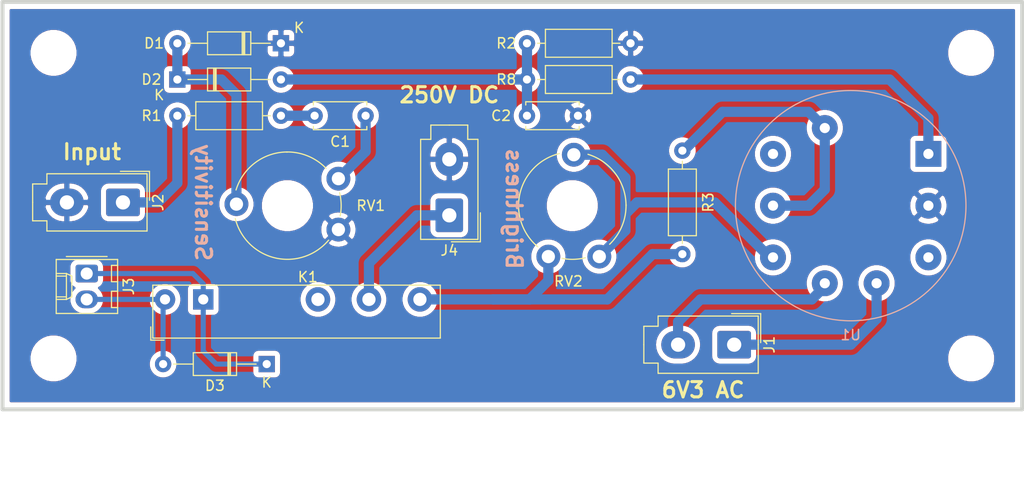
<source format=kicad_pcb>
(kicad_pcb (version 20171130) (host pcbnew "(5.1.10)-1")

  (general
    (thickness 1.6)
    (drawings 5)
    (tracks 60)
    (zones 0)
    (modules 18)
    (nets 16)
  )

  (page A4)
  (layers
    (0 F.Cu signal)
    (31 B.Cu signal)
    (32 B.Adhes user)
    (33 F.Adhes user)
    (34 B.Paste user)
    (35 F.Paste user)
    (36 B.SilkS user)
    (37 F.SilkS user)
    (38 B.Mask user)
    (39 F.Mask user)
    (40 Dwgs.User user)
    (41 Cmts.User user)
    (42 Eco1.User user)
    (43 Eco2.User user)
    (44 Edge.Cuts user)
    (45 Margin user)
    (46 B.CrtYd user)
    (47 F.CrtYd user)
    (48 B.Fab user)
    (49 F.Fab user)
  )

  (setup
    (last_trace_width 0.25)
    (user_trace_width 0.5)
    (user_trace_width 1)
    (trace_clearance 0.2)
    (zone_clearance 0.508)
    (zone_45_only no)
    (trace_min 0.2)
    (via_size 0.8)
    (via_drill 0.4)
    (via_min_size 0.4)
    (via_min_drill 0.3)
    (uvia_size 0.3)
    (uvia_drill 0.1)
    (uvias_allowed no)
    (uvia_min_size 0.2)
    (uvia_min_drill 0.1)
    (edge_width 0.05)
    (segment_width 0.2)
    (pcb_text_width 0.3)
    (pcb_text_size 1.5 1.5)
    (mod_edge_width 0.12)
    (mod_text_size 1 1)
    (mod_text_width 0.15)
    (pad_size 1.524 1.524)
    (pad_drill 0.762)
    (pad_to_mask_clearance 0)
    (aux_axis_origin 0 0)
    (visible_elements 7FFFFFFF)
    (pcbplotparams
      (layerselection 0x010fc_ffffffff)
      (usegerberextensions false)
      (usegerberattributes true)
      (usegerberadvancedattributes true)
      (creategerberjobfile true)
      (excludeedgelayer true)
      (linewidth 0.100000)
      (plotframeref false)
      (viasonmask false)
      (mode 1)
      (useauxorigin false)
      (hpglpennumber 1)
      (hpglpenspeed 20)
      (hpglpendiameter 15.000000)
      (psnegative false)
      (psa4output false)
      (plotreference true)
      (plotvalue true)
      (plotinvisibletext false)
      (padsonsilk false)
      (subtractmaskfromsilk false)
      (outputformat 1)
      (mirror false)
      (drillshape 1)
      (scaleselection 1)
      (outputdirectory ""))
  )

  (net 0 "")
  (net 1 "Net-(C1-Pad2)")
  (net 2 "Net-(C1-Pad1)")
  (net 3 GND)
  (net 4 "Net-(C2-Pad1)")
  (net 5 "Net-(D1-Pad2)")
  (net 6 "Net-(J1-Pad2)")
  (net 7 "Net-(J1-Pad1)")
  (net 8 "Net-(J2-Pad1)")
  (net 9 "Net-(J4-Pad1)")
  (net 10 "Net-(R3-Pad2)")
  (net 11 "Net-(R8-Pad2)")
  (net 12 "Net-(D3-Pad2)")
  (net 13 "Net-(D3-Pad1)")
  (net 14 "Net-(K1-Pad14)")
  (net 15 "Net-(RV2-Pad1)")

  (net_class Default "This is the default net class."
    (clearance 0.2)
    (trace_width 0.25)
    (via_dia 0.8)
    (via_drill 0.4)
    (uvia_dia 0.3)
    (uvia_drill 0.1)
    (add_net GND)
    (add_net "Net-(C1-Pad1)")
    (add_net "Net-(C1-Pad2)")
    (add_net "Net-(C2-Pad1)")
    (add_net "Net-(D1-Pad2)")
    (add_net "Net-(D3-Pad1)")
    (add_net "Net-(D3-Pad2)")
    (add_net "Net-(J1-Pad1)")
    (add_net "Net-(J1-Pad2)")
    (add_net "Net-(J2-Pad1)")
    (add_net "Net-(J4-Pad1)")
    (add_net "Net-(K1-Pad14)")
    (add_net "Net-(R3-Pad2)")
    (add_net "Net-(R8-Pad2)")
    (add_net "Net-(RV2-Pad1)")
  )

  (module Connector_Molex:Molex_KK-254_AE-6410-02A_1x02_P2.54mm_Vertical (layer F.Cu) (tedit 5EA53D3B) (tstamp 6123B00D)
    (at 71.12 113.03 270)
    (descr "Molex KK-254 Interconnect System, old/engineering part number: AE-6410-02A example for new part number: 22-27-2021, 2 Pins (http://www.molex.com/pdm_docs/sd/022272021_sd.pdf), generated with kicad-footprint-generator")
    (tags "connector Molex KK-254 vertical")
    (path /61208B89)
    (fp_text reference J3 (at 1.27 -4.12 90) (layer F.SilkS)
      (effects (font (size 1 1) (thickness 0.15)))
    )
    (fp_text value Signal_R (at 1.27 4.08 90) (layer F.Fab)
      (effects (font (size 1 1) (thickness 0.15)))
    )
    (fp_line (start 4.31 -3.42) (end -1.77 -3.42) (layer F.CrtYd) (width 0.05))
    (fp_line (start 4.31 3.38) (end 4.31 -3.42) (layer F.CrtYd) (width 0.05))
    (fp_line (start -1.77 3.38) (end 4.31 3.38) (layer F.CrtYd) (width 0.05))
    (fp_line (start -1.77 -3.42) (end -1.77 3.38) (layer F.CrtYd) (width 0.05))
    (fp_line (start 3.34 -2.43) (end 3.34 -3.03) (layer F.SilkS) (width 0.12))
    (fp_line (start 1.74 -2.43) (end 3.34 -2.43) (layer F.SilkS) (width 0.12))
    (fp_line (start 1.74 -3.03) (end 1.74 -2.43) (layer F.SilkS) (width 0.12))
    (fp_line (start 0.8 -2.43) (end 0.8 -3.03) (layer F.SilkS) (width 0.12))
    (fp_line (start -0.8 -2.43) (end 0.8 -2.43) (layer F.SilkS) (width 0.12))
    (fp_line (start -0.8 -3.03) (end -0.8 -2.43) (layer F.SilkS) (width 0.12))
    (fp_line (start 2.29 2.99) (end 2.29 1.99) (layer F.SilkS) (width 0.12))
    (fp_line (start 0.25 2.99) (end 0.25 1.99) (layer F.SilkS) (width 0.12))
    (fp_line (start 2.29 1.46) (end 2.54 1.99) (layer F.SilkS) (width 0.12))
    (fp_line (start 0.25 1.46) (end 2.29 1.46) (layer F.SilkS) (width 0.12))
    (fp_line (start 0 1.99) (end 0.25 1.46) (layer F.SilkS) (width 0.12))
    (fp_line (start 2.54 1.99) (end 2.54 2.99) (layer F.SilkS) (width 0.12))
    (fp_line (start 0 1.99) (end 2.54 1.99) (layer F.SilkS) (width 0.12))
    (fp_line (start 0 2.99) (end 0 1.99) (layer F.SilkS) (width 0.12))
    (fp_line (start -0.562893 0) (end -1.27 0.5) (layer F.Fab) (width 0.1))
    (fp_line (start -1.27 -0.5) (end -0.562893 0) (layer F.Fab) (width 0.1))
    (fp_line (start -1.67 -2) (end -1.67 2) (layer F.SilkS) (width 0.12))
    (fp_line (start 3.92 -3.03) (end -1.38 -3.03) (layer F.SilkS) (width 0.12))
    (fp_line (start 3.92 2.99) (end 3.92 -3.03) (layer F.SilkS) (width 0.12))
    (fp_line (start -1.38 2.99) (end 3.92 2.99) (layer F.SilkS) (width 0.12))
    (fp_line (start -1.38 -3.03) (end -1.38 2.99) (layer F.SilkS) (width 0.12))
    (fp_line (start 3.81 -2.92) (end -1.27 -2.92) (layer F.Fab) (width 0.1))
    (fp_line (start 3.81 2.88) (end 3.81 -2.92) (layer F.Fab) (width 0.1))
    (fp_line (start -1.27 2.88) (end 3.81 2.88) (layer F.Fab) (width 0.1))
    (fp_line (start -1.27 -2.92) (end -1.27 2.88) (layer F.Fab) (width 0.1))
    (fp_text user %R (at 1.27 -2.22 90) (layer F.Fab)
      (effects (font (size 1 1) (thickness 0.15)))
    )
    (pad 2 thru_hole oval (at 2.54 0 270) (size 1.74 2.19) (drill 1.19) (layers *.Cu *.Mask)
      (net 12 "Net-(D3-Pad2)"))
    (pad 1 thru_hole roundrect (at 0 0 270) (size 1.74 2.19) (drill 1.19) (layers *.Cu *.Mask) (roundrect_rratio 0.143678)
      (net 13 "Net-(D3-Pad1)"))
    (model ${KISYS3DMOD}/Connector_Molex.3dshapes/Molex_KK-254_AE-6410-02A_1x02_P2.54mm_Vertical.wrl
      (at (xyz 0 0 0))
      (scale (xyz 1 1 1))
      (rotate (xyz 0 0 0))
    )
  )

  (module Connector_Molex:Molex_Mini-Fit_Jr_5566-02A_2x01_P4.20mm_Vertical (layer F.Cu) (tedit 5B781992) (tstamp 6123B439)
    (at 106.68 107.315 180)
    (descr "Molex Mini-Fit Jr. Power Connectors, old mpn/engineering number: 5566-02A, example for new mpn: 39-28-x02x, 1 Pins per row, Mounting:  (http://www.molex.com/pdm_docs/sd/039281043_sd.pdf), generated with kicad-footprint-generator")
    (tags "connector Molex Mini-Fit_Jr side entry")
    (path /6119AE61)
    (fp_text reference J4 (at 0 -3.45) (layer F.SilkS)
      (effects (font (size 1 1) (thickness 0.15)))
    )
    (fp_text value 250VDC (at 0 9.95) (layer F.Fab)
      (effects (font (size 1 1) (thickness 0.15)))
    )
    (fp_line (start 3.2 -2.75) (end -3.2 -2.75) (layer F.CrtYd) (width 0.05))
    (fp_line (start 3.2 9.25) (end 3.2 -2.75) (layer F.CrtYd) (width 0.05))
    (fp_line (start -3.2 9.25) (end 3.2 9.25) (layer F.CrtYd) (width 0.05))
    (fp_line (start -3.2 -2.75) (end -3.2 9.25) (layer F.CrtYd) (width 0.05))
    (fp_line (start -3.05 -2.6) (end -3.05 0.25) (layer F.Fab) (width 0.1))
    (fp_line (start -0.2 -2.6) (end -3.05 -2.6) (layer F.Fab) (width 0.1))
    (fp_line (start -3.05 -2.6) (end -3.05 0.25) (layer F.SilkS) (width 0.12))
    (fp_line (start -0.2 -2.6) (end -3.05 -2.6) (layer F.SilkS) (width 0.12))
    (fp_line (start 1.81 8.86) (end 0 8.86) (layer F.SilkS) (width 0.12))
    (fp_line (start 1.81 7.46) (end 1.81 8.86) (layer F.SilkS) (width 0.12))
    (fp_line (start 2.81 7.46) (end 1.81 7.46) (layer F.SilkS) (width 0.12))
    (fp_line (start 2.81 -2.36) (end 2.81 7.46) (layer F.SilkS) (width 0.12))
    (fp_line (start 0 -2.36) (end 2.81 -2.36) (layer F.SilkS) (width 0.12))
    (fp_line (start -1.81 8.86) (end 0 8.86) (layer F.SilkS) (width 0.12))
    (fp_line (start -1.81 7.46) (end -1.81 8.86) (layer F.SilkS) (width 0.12))
    (fp_line (start -2.81 7.46) (end -1.81 7.46) (layer F.SilkS) (width 0.12))
    (fp_line (start -2.81 -2.36) (end -2.81 7.46) (layer F.SilkS) (width 0.12))
    (fp_line (start 0 -2.36) (end -2.81 -2.36) (layer F.SilkS) (width 0.12))
    (fp_line (start 1.65 6.5) (end -1.65 6.5) (layer F.Fab) (width 0.1))
    (fp_line (start 1.65 4.025) (end 1.65 6.5) (layer F.Fab) (width 0.1))
    (fp_line (start 0.825 3.2) (end 1.65 4.025) (layer F.Fab) (width 0.1))
    (fp_line (start -0.825 3.2) (end 0.825 3.2) (layer F.Fab) (width 0.1))
    (fp_line (start -1.65 4.025) (end -0.825 3.2) (layer F.Fab) (width 0.1))
    (fp_line (start -1.65 6.5) (end -1.65 4.025) (layer F.Fab) (width 0.1))
    (fp_line (start 1.65 -1) (end -1.65 -1) (layer F.Fab) (width 0.1))
    (fp_line (start 1.65 2.3) (end 1.65 -1) (layer F.Fab) (width 0.1))
    (fp_line (start -1.65 2.3) (end 1.65 2.3) (layer F.Fab) (width 0.1))
    (fp_line (start -1.65 -1) (end -1.65 2.3) (layer F.Fab) (width 0.1))
    (fp_line (start 1.7 8.75) (end 1.7 7.35) (layer F.Fab) (width 0.1))
    (fp_line (start -1.7 8.75) (end 1.7 8.75) (layer F.Fab) (width 0.1))
    (fp_line (start -1.7 7.35) (end -1.7 8.75) (layer F.Fab) (width 0.1))
    (fp_line (start 2.7 -2.25) (end -2.7 -2.25) (layer F.Fab) (width 0.1))
    (fp_line (start 2.7 7.35) (end 2.7 -2.25) (layer F.Fab) (width 0.1))
    (fp_line (start -2.7 7.35) (end 2.7 7.35) (layer F.Fab) (width 0.1))
    (fp_line (start -2.7 -2.25) (end -2.7 7.35) (layer F.Fab) (width 0.1))
    (fp_text user %R (at 0 -1.55) (layer F.Fab)
      (effects (font (size 1 1) (thickness 0.15)))
    )
    (pad 2 thru_hole oval (at 0 5.5 180) (size 2.7 3.3) (drill 1.4) (layers *.Cu *.Mask)
      (net 3 GND))
    (pad 1 thru_hole roundrect (at 0 0 180) (size 2.7 3.3) (drill 1.4) (layers *.Cu *.Mask) (roundrect_rratio 0.09259299999999999)
      (net 9 "Net-(J4-Pad1)"))
    (model ${KISYS3DMOD}/Connector_Molex.3dshapes/Molex_Mini-Fit_Jr_5566-02A_2x01_P4.20mm_Vertical.wrl
      (at (xyz 0 0 0))
      (scale (xyz 1 1 1))
      (rotate (xyz 0 0 0))
    )
  )

  (module Connector_Molex:Molex_Mini-Fit_Jr_5566-02A_2x01_P4.20mm_Vertical (layer F.Cu) (tedit 5B781992) (tstamp 6123B271)
    (at 74.676 106.045 270)
    (descr "Molex Mini-Fit Jr. Power Connectors, old mpn/engineering number: 5566-02A, example for new mpn: 39-28-x02x, 1 Pins per row, Mounting:  (http://www.molex.com/pdm_docs/sd/039281043_sd.pdf), generated with kicad-footprint-generator")
    (tags "connector Molex Mini-Fit_Jr side entry")
    (path /6119B77F)
    (fp_text reference J2 (at 0 -3.45 90) (layer F.SilkS)
      (effects (font (size 1 1) (thickness 0.15)))
    )
    (fp_text value Signal_R (at 0 9.95 90) (layer F.Fab)
      (effects (font (size 1 1) (thickness 0.15)))
    )
    (fp_line (start 3.2 -2.75) (end -3.2 -2.75) (layer F.CrtYd) (width 0.05))
    (fp_line (start 3.2 9.25) (end 3.2 -2.75) (layer F.CrtYd) (width 0.05))
    (fp_line (start -3.2 9.25) (end 3.2 9.25) (layer F.CrtYd) (width 0.05))
    (fp_line (start -3.2 -2.75) (end -3.2 9.25) (layer F.CrtYd) (width 0.05))
    (fp_line (start -3.05 -2.6) (end -3.05 0.25) (layer F.Fab) (width 0.1))
    (fp_line (start -0.2 -2.6) (end -3.05 -2.6) (layer F.Fab) (width 0.1))
    (fp_line (start -3.05 -2.6) (end -3.05 0.25) (layer F.SilkS) (width 0.12))
    (fp_line (start -0.2 -2.6) (end -3.05 -2.6) (layer F.SilkS) (width 0.12))
    (fp_line (start 1.81 8.86) (end 0 8.86) (layer F.SilkS) (width 0.12))
    (fp_line (start 1.81 7.46) (end 1.81 8.86) (layer F.SilkS) (width 0.12))
    (fp_line (start 2.81 7.46) (end 1.81 7.46) (layer F.SilkS) (width 0.12))
    (fp_line (start 2.81 -2.36) (end 2.81 7.46) (layer F.SilkS) (width 0.12))
    (fp_line (start 0 -2.36) (end 2.81 -2.36) (layer F.SilkS) (width 0.12))
    (fp_line (start -1.81 8.86) (end 0 8.86) (layer F.SilkS) (width 0.12))
    (fp_line (start -1.81 7.46) (end -1.81 8.86) (layer F.SilkS) (width 0.12))
    (fp_line (start -2.81 7.46) (end -1.81 7.46) (layer F.SilkS) (width 0.12))
    (fp_line (start -2.81 -2.36) (end -2.81 7.46) (layer F.SilkS) (width 0.12))
    (fp_line (start 0 -2.36) (end -2.81 -2.36) (layer F.SilkS) (width 0.12))
    (fp_line (start 1.65 6.5) (end -1.65 6.5) (layer F.Fab) (width 0.1))
    (fp_line (start 1.65 4.025) (end 1.65 6.5) (layer F.Fab) (width 0.1))
    (fp_line (start 0.825 3.2) (end 1.65 4.025) (layer F.Fab) (width 0.1))
    (fp_line (start -0.825 3.2) (end 0.825 3.2) (layer F.Fab) (width 0.1))
    (fp_line (start -1.65 4.025) (end -0.825 3.2) (layer F.Fab) (width 0.1))
    (fp_line (start -1.65 6.5) (end -1.65 4.025) (layer F.Fab) (width 0.1))
    (fp_line (start 1.65 -1) (end -1.65 -1) (layer F.Fab) (width 0.1))
    (fp_line (start 1.65 2.3) (end 1.65 -1) (layer F.Fab) (width 0.1))
    (fp_line (start -1.65 2.3) (end 1.65 2.3) (layer F.Fab) (width 0.1))
    (fp_line (start -1.65 -1) (end -1.65 2.3) (layer F.Fab) (width 0.1))
    (fp_line (start 1.7 8.75) (end 1.7 7.35) (layer F.Fab) (width 0.1))
    (fp_line (start -1.7 8.75) (end 1.7 8.75) (layer F.Fab) (width 0.1))
    (fp_line (start -1.7 7.35) (end -1.7 8.75) (layer F.Fab) (width 0.1))
    (fp_line (start 2.7 -2.25) (end -2.7 -2.25) (layer F.Fab) (width 0.1))
    (fp_line (start 2.7 7.35) (end 2.7 -2.25) (layer F.Fab) (width 0.1))
    (fp_line (start -2.7 7.35) (end 2.7 7.35) (layer F.Fab) (width 0.1))
    (fp_line (start -2.7 -2.25) (end -2.7 7.35) (layer F.Fab) (width 0.1))
    (fp_text user %R (at 0 -1.55 90) (layer F.Fab)
      (effects (font (size 1 1) (thickness 0.15)))
    )
    (pad 2 thru_hole oval (at 0 5.5 270) (size 2.7 3.3) (drill 1.4) (layers *.Cu *.Mask)
      (net 3 GND))
    (pad 1 thru_hole roundrect (at 0 0 270) (size 2.7 3.3) (drill 1.4) (layers *.Cu *.Mask) (roundrect_rratio 0.09259299999999999)
      (net 8 "Net-(J2-Pad1)"))
    (model ${KISYS3DMOD}/Connector_Molex.3dshapes/Molex_Mini-Fit_Jr_5566-02A_2x01_P4.20mm_Vertical.wrl
      (at (xyz 0 0 0))
      (scale (xyz 1 1 1))
      (rotate (xyz 0 0 0))
    )
  )

  (module Connector_Molex:Molex_Mini-Fit_Jr_5566-02A_2x01_P4.20mm_Vertical (layer F.Cu) (tedit 5B781992) (tstamp 6123B391)
    (at 134.62 120.015 270)
    (descr "Molex Mini-Fit Jr. Power Connectors, old mpn/engineering number: 5566-02A, example for new mpn: 39-28-x02x, 1 Pins per row, Mounting:  (http://www.molex.com/pdm_docs/sd/039281043_sd.pdf), generated with kicad-footprint-generator")
    (tags "connector Molex Mini-Fit_Jr side entry")
    (path /611901B6)
    (fp_text reference J1 (at 0 -3.45 90) (layer F.SilkS)
      (effects (font (size 1 1) (thickness 0.15)))
    )
    (fp_text value 6V3_Heater (at 0 9.95 90) (layer F.Fab)
      (effects (font (size 1 1) (thickness 0.15)))
    )
    (fp_line (start 3.2 -2.75) (end -3.2 -2.75) (layer F.CrtYd) (width 0.05))
    (fp_line (start 3.2 9.25) (end 3.2 -2.75) (layer F.CrtYd) (width 0.05))
    (fp_line (start -3.2 9.25) (end 3.2 9.25) (layer F.CrtYd) (width 0.05))
    (fp_line (start -3.2 -2.75) (end -3.2 9.25) (layer F.CrtYd) (width 0.05))
    (fp_line (start -3.05 -2.6) (end -3.05 0.25) (layer F.Fab) (width 0.1))
    (fp_line (start -0.2 -2.6) (end -3.05 -2.6) (layer F.Fab) (width 0.1))
    (fp_line (start -3.05 -2.6) (end -3.05 0.25) (layer F.SilkS) (width 0.12))
    (fp_line (start -0.2 -2.6) (end -3.05 -2.6) (layer F.SilkS) (width 0.12))
    (fp_line (start 1.81 8.86) (end 0 8.86) (layer F.SilkS) (width 0.12))
    (fp_line (start 1.81 7.46) (end 1.81 8.86) (layer F.SilkS) (width 0.12))
    (fp_line (start 2.81 7.46) (end 1.81 7.46) (layer F.SilkS) (width 0.12))
    (fp_line (start 2.81 -2.36) (end 2.81 7.46) (layer F.SilkS) (width 0.12))
    (fp_line (start 0 -2.36) (end 2.81 -2.36) (layer F.SilkS) (width 0.12))
    (fp_line (start -1.81 8.86) (end 0 8.86) (layer F.SilkS) (width 0.12))
    (fp_line (start -1.81 7.46) (end -1.81 8.86) (layer F.SilkS) (width 0.12))
    (fp_line (start -2.81 7.46) (end -1.81 7.46) (layer F.SilkS) (width 0.12))
    (fp_line (start -2.81 -2.36) (end -2.81 7.46) (layer F.SilkS) (width 0.12))
    (fp_line (start 0 -2.36) (end -2.81 -2.36) (layer F.SilkS) (width 0.12))
    (fp_line (start 1.65 6.5) (end -1.65 6.5) (layer F.Fab) (width 0.1))
    (fp_line (start 1.65 4.025) (end 1.65 6.5) (layer F.Fab) (width 0.1))
    (fp_line (start 0.825 3.2) (end 1.65 4.025) (layer F.Fab) (width 0.1))
    (fp_line (start -0.825 3.2) (end 0.825 3.2) (layer F.Fab) (width 0.1))
    (fp_line (start -1.65 4.025) (end -0.825 3.2) (layer F.Fab) (width 0.1))
    (fp_line (start -1.65 6.5) (end -1.65 4.025) (layer F.Fab) (width 0.1))
    (fp_line (start 1.65 -1) (end -1.65 -1) (layer F.Fab) (width 0.1))
    (fp_line (start 1.65 2.3) (end 1.65 -1) (layer F.Fab) (width 0.1))
    (fp_line (start -1.65 2.3) (end 1.65 2.3) (layer F.Fab) (width 0.1))
    (fp_line (start -1.65 -1) (end -1.65 2.3) (layer F.Fab) (width 0.1))
    (fp_line (start 1.7 8.75) (end 1.7 7.35) (layer F.Fab) (width 0.1))
    (fp_line (start -1.7 8.75) (end 1.7 8.75) (layer F.Fab) (width 0.1))
    (fp_line (start -1.7 7.35) (end -1.7 8.75) (layer F.Fab) (width 0.1))
    (fp_line (start 2.7 -2.25) (end -2.7 -2.25) (layer F.Fab) (width 0.1))
    (fp_line (start 2.7 7.35) (end 2.7 -2.25) (layer F.Fab) (width 0.1))
    (fp_line (start -2.7 7.35) (end 2.7 7.35) (layer F.Fab) (width 0.1))
    (fp_line (start -2.7 -2.25) (end -2.7 7.35) (layer F.Fab) (width 0.1))
    (fp_text user %R (at 0 -1.55 90) (layer F.Fab)
      (effects (font (size 1 1) (thickness 0.15)))
    )
    (pad 2 thru_hole oval (at 0 5.5 270) (size 2.7 3.3) (drill 1.4) (layers *.Cu *.Mask)
      (net 6 "Net-(J1-Pad2)"))
    (pad 1 thru_hole roundrect (at 0 0 270) (size 2.7 3.3) (drill 1.4) (layers *.Cu *.Mask) (roundrect_rratio 0.09259299999999999)
      (net 7 "Net-(J1-Pad1)"))
    (model ${KISYS3DMOD}/Connector_Molex.3dshapes/Molex_Mini-Fit_Jr_5566-02A_2x01_P4.20mm_Vertical.wrl
      (at (xyz 0 0 0))
      (scale (xyz 1 1 1))
      (rotate (xyz 0 0 0))
    )
  )

  (module EuroBoard_Outline:EuroBoard_viertel_Type-II_100mmX40mm_holes locked (layer F.Cu) (tedit 0) (tstamp 6123B05E)
    (at 62.865 126.365)
    (descr "Outline, Eurocard 1/4, Type I, 100x40mm, with holes 3,5mm,")
    (tags "Outline, Eurocard 1/4, Type II, 100x40mm, with holes 3,5mm,")
    (fp_text reference REF** (at 51.99888 -44.00042) (layer F.SilkS) hide
      (effects (font (size 1 1) (thickness 0.15)))
    )
    (fp_text value EuroBoard_viertel_Type-II_100mmX40mm_holes (at 51.00066 7.00024) (layer F.Fab)
      (effects (font (size 1 1) (thickness 0.15)))
    )
    (fp_line (start 0 -39.99992) (end 0 0) (layer Edge.Cuts) (width 0.381))
    (fp_line (start 99.9998 -39.99992) (end 0 -39.99992) (layer Edge.Cuts) (width 0.381))
    (fp_line (start 99.9998 0) (end 99.9998 -39.99992) (layer Edge.Cuts) (width 0.381))
    (fp_line (start 0 0) (end 99.9998 0) (layer Edge.Cuts) (width 0.381))
    (pad "" np_thru_hole circle (at 95.00108 -5.00126) (size 3.50012 3.50012) (drill 3.50012) (layers *.Cu *.Mask))
    (pad "" np_thru_hole circle (at 95.00108 -35.0012) (size 3.50012 3.50012) (drill 3.50012) (layers *.Cu *.Mask))
    (pad "" np_thru_hole circle (at 5.00126 -35.0012) (size 3.50012 3.50012) (drill 3.50012) (layers *.Cu *.Mask))
    (pad "" np_thru_hole circle (at 5.00126 -5.00126) (size 3.50012 3.50012) (drill 3.50012) (layers *.Cu *.Mask))
  )

  (module Relay_THT:Relay_SPDT_Finder_34.51_Vertical (layer F.Cu) (tedit 5A634DFF) (tstamp 6123B0CE)
    (at 82.55 115.57)
    (descr "Relay SPDT, Finder Type34.51, vertical/standing form, see https://gfinder.findernet.com/public/attachments/34/EN/S34USAEN.pdf")
    (tags "Relay SPDT Finder")
    (path /612133F7)
    (fp_text reference K1 (at 10.25 -2.2) (layer F.SilkS)
      (effects (font (size 1 1) (thickness 0.15)))
    )
    (fp_text value FINDER-34.51 (at 9.15 4.8) (layer F.Fab)
      (effects (font (size 1 1) (thickness 0.15)))
    )
    (fp_line (start 23.4 3.95) (end -5.1 3.95) (layer F.CrtYd) (width 0.05))
    (fp_line (start 23.4 3.95) (end 23.4 -1.55) (layer F.CrtYd) (width 0.05))
    (fp_line (start -5.1 -1.55) (end -5.1 3.95) (layer F.CrtYd) (width 0.05))
    (fp_line (start -5.1 -1.55) (end 23.4 -1.55) (layer F.CrtYd) (width 0.05))
    (fp_line (start 23.15 3.7) (end -3.85 3.7) (layer F.Fab) (width 0.12))
    (fp_line (start -3.85 3.7) (end -4.85 2.7) (layer F.Fab) (width 0.12))
    (fp_line (start -4.85 2.7) (end -4.85 -1.3) (layer F.Fab) (width 0.12))
    (fp_line (start -4.85 -1.3) (end 23.15 -1.3) (layer F.Fab) (width 0.12))
    (fp_line (start 23.15 -1.3) (end 23.15 3.7) (layer F.Fab) (width 0.12))
    (fp_line (start -4.95 -1.4) (end 23.25 -1.4) (layer F.SilkS) (width 0.12))
    (fp_line (start 23.25 -1.4) (end 23.25 3.8) (layer F.SilkS) (width 0.12))
    (fp_line (start 23.25 3.8) (end -4.95 3.8) (layer F.SilkS) (width 0.12))
    (fp_line (start -4.95 3.8) (end -4.95 -1.4) (layer F.SilkS) (width 0.12))
    (fp_line (start -3.85 4) (end -5.15 4) (layer F.SilkS) (width 0.12))
    (fp_line (start -5.15 4) (end -5.15 2.7) (layer F.SilkS) (width 0.12))
    (fp_text user %R (at 10.25 2.4) (layer F.Fab)
      (effects (font (size 1 1) (thickness 0.15)))
    )
    (pad A2 thru_hole circle (at -3.75 0) (size 2 2) (drill 1) (layers *.Cu *.Mask)
      (net 12 "Net-(D3-Pad2)"))
    (pad A1 thru_hole rect (at 0 0) (size 2 2) (drill 1) (layers *.Cu *.Mask)
      (net 13 "Net-(D3-Pad1)"))
    (pad 12 thru_hole circle (at 11.25 0) (size 2.4 2.4) (drill 1.3) (layers *.Cu *.Mask))
    (pad 11 thru_hole circle (at 16.25 0) (size 2.4 2.4) (drill 1.3) (layers *.Cu *.Mask)
      (net 9 "Net-(J4-Pad1)"))
    (pad 14 thru_hole circle (at 21.25 0) (size 2.4 2.4) (drill 1.3) (layers *.Cu *.Mask)
      (net 14 "Net-(K1-Pad14)"))
    (model ${KISYS3DMOD}/Relay_THT.3dshapes/Relay_SPDT_Finder_34.51_Vertical.wrl
      (at (xyz 0 0 0))
      (scale (xyz 1 1 1))
      (rotate (xyz 0 0 0))
    )
  )

  (module Diode_THT:D_DO-35_SOD27_P10.16mm_Horizontal (layer F.Cu) (tedit 5AE50CD5) (tstamp 6123AFAE)
    (at 88.773 121.92 180)
    (descr "Diode, DO-35_SOD27 series, Axial, Horizontal, pin pitch=10.16mm, , length*diameter=4*2mm^2, , http://www.diodes.com/_files/packages/DO-35.pdf")
    (tags "Diode DO-35_SOD27 series Axial Horizontal pin pitch 10.16mm  length 4mm diameter 2mm")
    (path /6122D661)
    (fp_text reference D3 (at 5.08 -2.12) (layer F.SilkS)
      (effects (font (size 1 1) (thickness 0.15)))
    )
    (fp_text value D (at 5.08 2.12) (layer F.Fab)
      (effects (font (size 1 1) (thickness 0.15)))
    )
    (fp_line (start 11.21 -1.25) (end -1.05 -1.25) (layer F.CrtYd) (width 0.05))
    (fp_line (start 11.21 1.25) (end 11.21 -1.25) (layer F.CrtYd) (width 0.05))
    (fp_line (start -1.05 1.25) (end 11.21 1.25) (layer F.CrtYd) (width 0.05))
    (fp_line (start -1.05 -1.25) (end -1.05 1.25) (layer F.CrtYd) (width 0.05))
    (fp_line (start 3.56 -1.12) (end 3.56 1.12) (layer F.SilkS) (width 0.12))
    (fp_line (start 3.8 -1.12) (end 3.8 1.12) (layer F.SilkS) (width 0.12))
    (fp_line (start 3.68 -1.12) (end 3.68 1.12) (layer F.SilkS) (width 0.12))
    (fp_line (start 9.12 0) (end 7.2 0) (layer F.SilkS) (width 0.12))
    (fp_line (start 1.04 0) (end 2.96 0) (layer F.SilkS) (width 0.12))
    (fp_line (start 7.2 -1.12) (end 2.96 -1.12) (layer F.SilkS) (width 0.12))
    (fp_line (start 7.2 1.12) (end 7.2 -1.12) (layer F.SilkS) (width 0.12))
    (fp_line (start 2.96 1.12) (end 7.2 1.12) (layer F.SilkS) (width 0.12))
    (fp_line (start 2.96 -1.12) (end 2.96 1.12) (layer F.SilkS) (width 0.12))
    (fp_line (start 3.58 -1) (end 3.58 1) (layer F.Fab) (width 0.1))
    (fp_line (start 3.78 -1) (end 3.78 1) (layer F.Fab) (width 0.1))
    (fp_line (start 3.68 -1) (end 3.68 1) (layer F.Fab) (width 0.1))
    (fp_line (start 10.16 0) (end 7.08 0) (layer F.Fab) (width 0.1))
    (fp_line (start 0 0) (end 3.08 0) (layer F.Fab) (width 0.1))
    (fp_line (start 7.08 -1) (end 3.08 -1) (layer F.Fab) (width 0.1))
    (fp_line (start 7.08 1) (end 7.08 -1) (layer F.Fab) (width 0.1))
    (fp_line (start 3.08 1) (end 7.08 1) (layer F.Fab) (width 0.1))
    (fp_line (start 3.08 -1) (end 3.08 1) (layer F.Fab) (width 0.1))
    (fp_text user K (at 0 -1.8) (layer F.SilkS)
      (effects (font (size 1 1) (thickness 0.15)))
    )
    (fp_text user K (at 0 -1.8) (layer F.Fab)
      (effects (font (size 1 1) (thickness 0.15)))
    )
    (fp_text user %R (at 5.38 0) (layer F.Fab)
      (effects (font (size 0.8 0.8) (thickness 0.12)))
    )
    (pad 2 thru_hole oval (at 10.16 0 180) (size 1.6 1.6) (drill 0.8) (layers *.Cu *.Mask)
      (net 12 "Net-(D3-Pad2)"))
    (pad 1 thru_hole rect (at 0 0 180) (size 1.6 1.6) (drill 0.8) (layers *.Cu *.Mask)
      (net 13 "Net-(D3-Pad1)"))
    (model ${KISYS3DMOD}/Diode_THT.3dshapes/D_DO-35_SOD27_P10.16mm_Horizontal.wrl
      (at (xyz 0 0 0))
      (scale (xyz 1 1 1))
      (rotate (xyz 0 0 0))
    )
  )

  (module Diode_THT:D_DO-35_SOD27_P10.16mm_Horizontal (layer F.Cu) (tedit 5AE50CD5) (tstamp 6123B11C)
    (at 80.01 93.98)
    (descr "Diode, DO-35_SOD27 series, Axial, Horizontal, pin pitch=10.16mm, , length*diameter=4*2mm^2, , http://www.diodes.com/_files/packages/DO-35.pdf")
    (tags "Diode DO-35_SOD27 series Axial Horizontal pin pitch 10.16mm  length 4mm diameter 2mm")
    (path /6123BD3F)
    (fp_text reference D2 (at -2.54 0) (layer F.SilkS)
      (effects (font (size 1 1) (thickness 0.15)))
    )
    (fp_text value 1N4007 (at 5.08 2.12) (layer F.Fab)
      (effects (font (size 1 1) (thickness 0.15)))
    )
    (fp_line (start 11.21 -1.25) (end -1.05 -1.25) (layer F.CrtYd) (width 0.05))
    (fp_line (start 11.21 1.25) (end 11.21 -1.25) (layer F.CrtYd) (width 0.05))
    (fp_line (start -1.05 1.25) (end 11.21 1.25) (layer F.CrtYd) (width 0.05))
    (fp_line (start -1.05 -1.25) (end -1.05 1.25) (layer F.CrtYd) (width 0.05))
    (fp_line (start 3.56 -1.12) (end 3.56 1.12) (layer F.SilkS) (width 0.12))
    (fp_line (start 3.8 -1.12) (end 3.8 1.12) (layer F.SilkS) (width 0.12))
    (fp_line (start 3.68 -1.12) (end 3.68 1.12) (layer F.SilkS) (width 0.12))
    (fp_line (start 9.12 0) (end 7.2 0) (layer F.SilkS) (width 0.12))
    (fp_line (start 1.04 0) (end 2.96 0) (layer F.SilkS) (width 0.12))
    (fp_line (start 7.2 -1.12) (end 2.96 -1.12) (layer F.SilkS) (width 0.12))
    (fp_line (start 7.2 1.12) (end 7.2 -1.12) (layer F.SilkS) (width 0.12))
    (fp_line (start 2.96 1.12) (end 7.2 1.12) (layer F.SilkS) (width 0.12))
    (fp_line (start 2.96 -1.12) (end 2.96 1.12) (layer F.SilkS) (width 0.12))
    (fp_line (start 3.58 -1) (end 3.58 1) (layer F.Fab) (width 0.1))
    (fp_line (start 3.78 -1) (end 3.78 1) (layer F.Fab) (width 0.1))
    (fp_line (start 3.68 -1) (end 3.68 1) (layer F.Fab) (width 0.1))
    (fp_line (start 10.16 0) (end 7.08 0) (layer F.Fab) (width 0.1))
    (fp_line (start 0 0) (end 3.08 0) (layer F.Fab) (width 0.1))
    (fp_line (start 7.08 -1) (end 3.08 -1) (layer F.Fab) (width 0.1))
    (fp_line (start 7.08 1) (end 7.08 -1) (layer F.Fab) (width 0.1))
    (fp_line (start 3.08 1) (end 7.08 1) (layer F.Fab) (width 0.1))
    (fp_line (start 3.08 -1) (end 3.08 1) (layer F.Fab) (width 0.1))
    (fp_text user K (at -1.778 1.524) (layer F.SilkS)
      (effects (font (size 1 1) (thickness 0.15)))
    )
    (fp_text user K (at 0 -1.8) (layer F.Fab)
      (effects (font (size 1 1) (thickness 0.15)))
    )
    (fp_text user %R (at 5.38 0) (layer F.Fab)
      (effects (font (size 0.8 0.8) (thickness 0.12)))
    )
    (pad 2 thru_hole oval (at 10.16 0) (size 1.6 1.6) (drill 0.8) (layers *.Cu *.Mask)
      (net 4 "Net-(C2-Pad1)"))
    (pad 1 thru_hole rect (at 0 0) (size 1.6 1.6) (drill 0.8) (layers *.Cu *.Mask)
      (net 5 "Net-(D1-Pad2)"))
    (model ${KISYS3DMOD}/Diode_THT.3dshapes/D_DO-35_SOD27_P10.16mm_Horizontal.wrl
      (at (xyz 0 0 0))
      (scale (xyz 1 1 1))
      (rotate (xyz 0 0 0))
    )
  )

  (module Diode_THT:D_DO-35_SOD27_P10.16mm_Horizontal (layer F.Cu) (tedit 5AE50CD5) (tstamp 612600C0)
    (at 90.17 90.424 180)
    (descr "Diode, DO-35_SOD27 series, Axial, Horizontal, pin pitch=10.16mm, , length*diameter=4*2mm^2, , http://www.diodes.com/_files/packages/DO-35.pdf")
    (tags "Diode DO-35_SOD27 series Axial Horizontal pin pitch 10.16mm  length 4mm diameter 2mm")
    (path /6123BD49)
    (fp_text reference D1 (at 12.446 0) (layer F.SilkS)
      (effects (font (size 1 1) (thickness 0.15)))
    )
    (fp_text value 1N4007 (at 5.08 2.12) (layer F.Fab)
      (effects (font (size 1 1) (thickness 0.15)))
    )
    (fp_line (start 11.21 -1.25) (end -1.05 -1.25) (layer F.CrtYd) (width 0.05))
    (fp_line (start 11.21 1.25) (end 11.21 -1.25) (layer F.CrtYd) (width 0.05))
    (fp_line (start -1.05 1.25) (end 11.21 1.25) (layer F.CrtYd) (width 0.05))
    (fp_line (start -1.05 -1.25) (end -1.05 1.25) (layer F.CrtYd) (width 0.05))
    (fp_line (start 3.56 -1.12) (end 3.56 1.12) (layer F.SilkS) (width 0.12))
    (fp_line (start 3.8 -1.12) (end 3.8 1.12) (layer F.SilkS) (width 0.12))
    (fp_line (start 3.68 -1.12) (end 3.68 1.12) (layer F.SilkS) (width 0.12))
    (fp_line (start 9.12 0) (end 7.2 0) (layer F.SilkS) (width 0.12))
    (fp_line (start 1.04 0) (end 2.96 0) (layer F.SilkS) (width 0.12))
    (fp_line (start 7.2 -1.12) (end 2.96 -1.12) (layer F.SilkS) (width 0.12))
    (fp_line (start 7.2 1.12) (end 7.2 -1.12) (layer F.SilkS) (width 0.12))
    (fp_line (start 2.96 1.12) (end 7.2 1.12) (layer F.SilkS) (width 0.12))
    (fp_line (start 2.96 -1.12) (end 2.96 1.12) (layer F.SilkS) (width 0.12))
    (fp_line (start 3.58 -1) (end 3.58 1) (layer F.Fab) (width 0.1))
    (fp_line (start 3.78 -1) (end 3.78 1) (layer F.Fab) (width 0.1))
    (fp_line (start 3.68 -1) (end 3.68 1) (layer F.Fab) (width 0.1))
    (fp_line (start 10.16 0) (end 7.08 0) (layer F.Fab) (width 0.1))
    (fp_line (start 0 0) (end 3.08 0) (layer F.Fab) (width 0.1))
    (fp_line (start 7.08 -1) (end 3.08 -1) (layer F.Fab) (width 0.1))
    (fp_line (start 7.08 1) (end 7.08 -1) (layer F.Fab) (width 0.1))
    (fp_line (start 3.08 1) (end 7.08 1) (layer F.Fab) (width 0.1))
    (fp_line (start 3.08 -1) (end 3.08 1) (layer F.Fab) (width 0.1))
    (fp_text user K (at -1.778 1.524) (layer F.SilkS)
      (effects (font (size 1 1) (thickness 0.15)))
    )
    (fp_text user K (at 0 -1.8) (layer F.Fab)
      (effects (font (size 1 1) (thickness 0.15)))
    )
    (fp_text user %R (at 5.38 0) (layer F.Fab)
      (effects (font (size 0.8 0.8) (thickness 0.12)))
    )
    (pad 2 thru_hole oval (at 10.16 0 180) (size 1.6 1.6) (drill 0.8) (layers *.Cu *.Mask)
      (net 5 "Net-(D1-Pad2)"))
    (pad 1 thru_hole rect (at 0 0 180) (size 1.6 1.6) (drill 0.8) (layers *.Cu *.Mask)
      (net 3 GND))
    (model ${KISYS3DMOD}/Diode_THT.3dshapes/D_DO-35_SOD27_P10.16mm_Horizontal.wrl
      (at (xyz 0 0 0))
      (scale (xyz 1 1 1))
      (rotate (xyz 0 0 0))
    )
  )

  (module Resistor_THT:R_Axial_DIN0207_L6.3mm_D2.5mm_P10.16mm_Horizontal (layer F.Cu) (tedit 5AE5139B) (tstamp 6123AF31)
    (at 114.3 93.98)
    (descr "Resistor, Axial_DIN0207 series, Axial, Horizontal, pin pitch=10.16mm, 0.25W = 1/4W, length*diameter=6.3*2.5mm^2, http://cdn-reichelt.de/documents/datenblatt/B400/1_4W%23YAG.pdf")
    (tags "Resistor Axial_DIN0207 series Axial Horizontal pin pitch 10.16mm 0.25W = 1/4W length 6.3mm diameter 2.5mm")
    (path /6119C501)
    (fp_text reference R8 (at -2.032 0) (layer F.SilkS)
      (effects (font (size 1 1) (thickness 0.15)))
    )
    (fp_text value 1M (at 5.08 2.37) (layer F.Fab)
      (effects (font (size 1 1) (thickness 0.15)))
    )
    (fp_line (start 11.21 -1.5) (end -1.05 -1.5) (layer F.CrtYd) (width 0.05))
    (fp_line (start 11.21 1.5) (end 11.21 -1.5) (layer F.CrtYd) (width 0.05))
    (fp_line (start -1.05 1.5) (end 11.21 1.5) (layer F.CrtYd) (width 0.05))
    (fp_line (start -1.05 -1.5) (end -1.05 1.5) (layer F.CrtYd) (width 0.05))
    (fp_line (start 9.12 0) (end 8.35 0) (layer F.SilkS) (width 0.12))
    (fp_line (start 1.04 0) (end 1.81 0) (layer F.SilkS) (width 0.12))
    (fp_line (start 8.35 -1.37) (end 1.81 -1.37) (layer F.SilkS) (width 0.12))
    (fp_line (start 8.35 1.37) (end 8.35 -1.37) (layer F.SilkS) (width 0.12))
    (fp_line (start 1.81 1.37) (end 8.35 1.37) (layer F.SilkS) (width 0.12))
    (fp_line (start 1.81 -1.37) (end 1.81 1.37) (layer F.SilkS) (width 0.12))
    (fp_line (start 10.16 0) (end 8.23 0) (layer F.Fab) (width 0.1))
    (fp_line (start 0 0) (end 1.93 0) (layer F.Fab) (width 0.1))
    (fp_line (start 8.23 -1.25) (end 1.93 -1.25) (layer F.Fab) (width 0.1))
    (fp_line (start 8.23 1.25) (end 8.23 -1.25) (layer F.Fab) (width 0.1))
    (fp_line (start 1.93 1.25) (end 8.23 1.25) (layer F.Fab) (width 0.1))
    (fp_line (start 1.93 -1.25) (end 1.93 1.25) (layer F.Fab) (width 0.1))
    (fp_text user %R (at 5.08 0) (layer F.Fab)
      (effects (font (size 1 1) (thickness 0.15)))
    )
    (pad 2 thru_hole oval (at 10.16 0) (size 1.6 1.6) (drill 0.8) (layers *.Cu *.Mask)
      (net 11 "Net-(R8-Pad2)"))
    (pad 1 thru_hole circle (at 0 0) (size 1.6 1.6) (drill 0.8) (layers *.Cu *.Mask)
      (net 4 "Net-(C2-Pad1)"))
    (model ${KISYS3DMOD}/Resistor_THT.3dshapes/R_Axial_DIN0207_L6.3mm_D2.5mm_P10.16mm_Horizontal.wrl
      (at (xyz 0 0 0))
      (scale (xyz 1 1 1))
      (rotate (xyz 0 0 0))
    )
  )

  (module Resistor_THT:R_Axial_DIN0207_L6.3mm_D2.5mm_P10.16mm_Horizontal (layer F.Cu) (tedit 5AE5139B) (tstamp 6123B08A)
    (at 80.01 97.536)
    (descr "Resistor, Axial_DIN0207 series, Axial, Horizontal, pin pitch=10.16mm, 0.25W = 1/4W, length*diameter=6.3*2.5mm^2, http://cdn-reichelt.de/documents/datenblatt/B400/1_4W%23YAG.pdf")
    (tags "Resistor Axial_DIN0207 series Axial Horizontal pin pitch 10.16mm 0.25W = 1/4W length 6.3mm diameter 2.5mm")
    (path /6123B954)
    (fp_text reference R1 (at -2.54 0) (layer F.SilkS)
      (effects (font (size 1 1) (thickness 0.15)))
    )
    (fp_text value 100k (at 5.08 2.37) (layer F.Fab)
      (effects (font (size 1 1) (thickness 0.15)))
    )
    (fp_line (start 11.21 -1.5) (end -1.05 -1.5) (layer F.CrtYd) (width 0.05))
    (fp_line (start 11.21 1.5) (end 11.21 -1.5) (layer F.CrtYd) (width 0.05))
    (fp_line (start -1.05 1.5) (end 11.21 1.5) (layer F.CrtYd) (width 0.05))
    (fp_line (start -1.05 -1.5) (end -1.05 1.5) (layer F.CrtYd) (width 0.05))
    (fp_line (start 9.12 0) (end 8.35 0) (layer F.SilkS) (width 0.12))
    (fp_line (start 1.04 0) (end 1.81 0) (layer F.SilkS) (width 0.12))
    (fp_line (start 8.35 -1.37) (end 1.81 -1.37) (layer F.SilkS) (width 0.12))
    (fp_line (start 8.35 1.37) (end 8.35 -1.37) (layer F.SilkS) (width 0.12))
    (fp_line (start 1.81 1.37) (end 8.35 1.37) (layer F.SilkS) (width 0.12))
    (fp_line (start 1.81 -1.37) (end 1.81 1.37) (layer F.SilkS) (width 0.12))
    (fp_line (start 10.16 0) (end 8.23 0) (layer F.Fab) (width 0.1))
    (fp_line (start 0 0) (end 1.93 0) (layer F.Fab) (width 0.1))
    (fp_line (start 8.23 -1.25) (end 1.93 -1.25) (layer F.Fab) (width 0.1))
    (fp_line (start 8.23 1.25) (end 8.23 -1.25) (layer F.Fab) (width 0.1))
    (fp_line (start 1.93 1.25) (end 8.23 1.25) (layer F.Fab) (width 0.1))
    (fp_line (start 1.93 -1.25) (end 1.93 1.25) (layer F.Fab) (width 0.1))
    (fp_text user %R (at 5.08 0) (layer F.Fab)
      (effects (font (size 1 1) (thickness 0.15)))
    )
    (pad 2 thru_hole oval (at 10.16 0) (size 1.6 1.6) (drill 0.8) (layers *.Cu *.Mask)
      (net 2 "Net-(C1-Pad1)"))
    (pad 1 thru_hole circle (at 0 0) (size 1.6 1.6) (drill 0.8) (layers *.Cu *.Mask)
      (net 8 "Net-(J2-Pad1)"))
    (model ${KISYS3DMOD}/Resistor_THT.3dshapes/R_Axial_DIN0207_L6.3mm_D2.5mm_P10.16mm_Horizontal.wrl
      (at (xyz 0 0 0))
      (scale (xyz 1 1 1))
      (rotate (xyz 0 0 0))
    )
  )

  (module Potentiometer_THT:Potentiometer_Piher_PT-10-V10_Vertical_Hole locked (layer F.Cu) (tedit 5A3D4994) (tstamp 6123AF6E)
    (at 95.805 103.715 180)
    (descr "Potentiometer, vertical, shaft hole, Piher PT-10-V10, http://www.piher-nacesa.com/pdf/12-PT10v03.pdf")
    (tags "Potentiometer vertical hole Piher PT-10-V10")
    (path /6123BD53)
    (fp_text reference RV1 (at -3.175 -2.65) (layer F.SilkS)
      (effects (font (size 1 1) (thickness 0.15)))
    )
    (fp_text value 220k (at 5 3.75) (layer F.Fab)
      (effects (font (size 1 1) (thickness 0.15)))
    )
    (fp_line (start 11.45 -8.05) (end -1.45 -8.05) (layer F.CrtYd) (width 0.05))
    (fp_line (start 11.45 2.75) (end 11.45 -8.05) (layer F.CrtYd) (width 0.05))
    (fp_line (start -1.45 2.75) (end 11.45 2.75) (layer F.CrtYd) (width 0.05))
    (fp_line (start -1.45 -8.05) (end -1.45 2.75) (layer F.CrtYd) (width 0.05))
    (fp_circle (center 5 -2.65) (end 10.15 -2.65) (layer F.Fab) (width 0.1))
    (fp_text user %R (at 1.05 -2.65 90) (layer F.Fab)
      (effects (font (size 1 1) (thickness 0.15)))
    )
    (fp_arc (start 5 -2.65) (end 1.209 1.011) (angle -47) (layer F.SilkS) (width 0.12))
    (fp_arc (start 5 -2.65) (end -0.174 -3.656) (angle -25) (layer F.SilkS) (width 0.12))
    (fp_arc (start 5 -2.65) (end 10.114 -3.924) (angle -126) (layer F.SilkS) (width 0.12))
    (fp_arc (start 5 -2.65) (end 5 2.62) (angle -73) (layer F.SilkS) (width 0.12))
    (pad "" np_thru_hole circle (at 5 -2.65 180) (size 4 4) (drill 4) (layers *.Cu *.Mask))
    (pad 1 thru_hole circle (at 0 0 180) (size 2.34 2.34) (drill 1.3) (layers *.Cu *.Mask)
      (net 1 "Net-(C1-Pad2)"))
    (pad 2 thru_hole circle (at 10 -2.5 180) (size 2.34 2.34) (drill 1.3) (layers *.Cu *.Mask)
      (net 5 "Net-(D1-Pad2)"))
    (pad 3 thru_hole circle (at 0 -5 180) (size 2.34 2.34) (drill 1.3) (layers *.Cu *.Mask)
      (net 3 GND))
    (model ${KISYS3DMOD}/Potentiometer_THT.3dshapes/Potentiometer_Piher_PT-10-V10_Vertical_Hole.wrl
      (at (xyz 0 0 0))
      (scale (xyz 1 1 1))
      (rotate (xyz 0 0 0))
    )
    (model ${WALTER}/pth_resistors/trimmer_piher_pt10-lv.wrl
      (offset (xyz 5 2.5 0))
      (scale (xyz 1 1 1))
      (rotate (xyz 0 0 -90))
    )
  )

  (module Potentiometer_THT:Potentiometer_Piher_PT-10-V10_Vertical_Hole locked (layer F.Cu) (tedit 5A3D4994) (tstamp 6123AEF9)
    (at 121.395 111.365 90)
    (descr "Potentiometer, vertical, shaft hole, Piher PT-10-V10, http://www.piher-nacesa.com/pdf/12-PT10v03.pdf")
    (tags "Potentiometer vertical hole Piher PT-10-V10")
    (path /611BAC2D)
    (fp_text reference RV2 (at -2.427 -3.031) (layer F.SilkS)
      (effects (font (size 1 1) (thickness 0.15)))
    )
    (fp_text value 47k (at 5 3.75 270) (layer F.Fab)
      (effects (font (size 1 1) (thickness 0.15)))
    )
    (fp_line (start 11.45 -8.05) (end -1.45 -8.05) (layer F.CrtYd) (width 0.05))
    (fp_line (start 11.45 2.75) (end 11.45 -8.05) (layer F.CrtYd) (width 0.05))
    (fp_line (start -1.45 2.75) (end 11.45 2.75) (layer F.CrtYd) (width 0.05))
    (fp_line (start -1.45 -8.05) (end -1.45 2.75) (layer F.CrtYd) (width 0.05))
    (fp_circle (center 5 -2.65) (end 10.15 -2.65) (layer F.Fab) (width 0.1))
    (fp_text user %R (at 1.05 -2.65 180) (layer F.Fab)
      (effects (font (size 1 1) (thickness 0.15)))
    )
    (fp_arc (start 5 -2.65) (end 1.209 1.011) (angle -47) (layer F.SilkS) (width 0.12))
    (fp_arc (start 5 -2.65) (end -0.174 -3.656) (angle -25) (layer F.SilkS) (width 0.12))
    (fp_arc (start 5 -2.65) (end 10.114 -3.924) (angle -126) (layer F.SilkS) (width 0.12))
    (fp_arc (start 5 -2.65) (end 5 2.62) (angle -73) (layer F.SilkS) (width 0.12))
    (pad "" np_thru_hole circle (at 5 -2.65 90) (size 4 4) (drill 4) (layers *.Cu *.Mask))
    (pad 1 thru_hole circle (at 0 0 90) (size 2.34 2.34) (drill 1.3) (layers *.Cu *.Mask)
      (net 15 "Net-(RV2-Pad1)"))
    (pad 2 thru_hole circle (at 10 -2.5 90) (size 2.34 2.34) (drill 1.3) (layers *.Cu *.Mask)
      (net 15 "Net-(RV2-Pad1)"))
    (pad 3 thru_hole circle (at 0 -5 90) (size 2.34 2.34) (drill 1.3) (layers *.Cu *.Mask)
      (net 14 "Net-(K1-Pad14)"))
    (model ${KISYS3DMOD}/Potentiometer_THT.3dshapes/Potentiometer_Piher_PT-10-V10_Vertical_Hole.wrl
      (at (xyz 0 0 0))
      (scale (xyz 1 1 1))
      (rotate (xyz 0 0 0))
    )
    (model ${WALTER}/pth_resistors/trimmer_piher_pt10-lv.wrl
      (offset (xyz 5 2.5 0))
      (scale (xyz 1 1 1))
      (rotate (xyz 0 0 -90))
    )
  )

  (module Valve:Valve_Noval_P locked (layer B.Cu) (tedit 5A030096) (tstamp 6123B219)
    (at 153.67 101.285)
    (descr "Valve NOVAL P")
    (tags "Valve NOVAL P")
    (path /6116754E)
    (fp_text reference U1 (at -7.62 17.78) (layer B.SilkS)
      (effects (font (size 1 1) (thickness 0.15)) (justify mirror))
    )
    (fp_text value EM84 (at 4.57 -4.95) (layer B.Fab)
      (effects (font (size 1 1) (thickness 0.15)) (justify mirror))
    )
    (fp_circle (center -7.62 5.08) (end -13.34 -0.63) (layer B.Fab) (width 0.1))
    (fp_circle (center -7.62 5.08) (end 1.63 -1.42) (layer B.CrtYd) (width 0.05))
    (fp_circle (center -7.62 5.08) (end 1.63 -1.42) (layer B.SilkS) (width 0.12))
    (fp_text user %R (at -7.62 5.08) (layer B.Fab)
      (effects (font (size 1 1) (thickness 0.15)) (justify mirror))
    )
    (pad 9 thru_hole circle (at -10.16 -2.54) (size 2.54 5.08) (drill 1) (layers *.Cu *.Mask)
      (net 10 "Net-(R3-Pad2)"))
    (pad 8 thru_hole circle (at -15.24 0) (size 2.54 5.08) (drill 1) (layers *.Cu *.Mask))
    (pad 7 thru_hole circle (at -15.24 5.08) (size 2.54 5.08) (drill 1) (layers *.Cu *.Mask)
      (net 10 "Net-(R3-Pad2)"))
    (pad 6 thru_hole circle (at -15.24 10.16) (size 2.54 5.08) (drill 1) (layers *.Cu *.Mask)
      (net 15 "Net-(RV2-Pad1)"))
    (pad 5 thru_hole circle (at -10.16 12.7) (size 2.54 5.08) (drill 1) (layers *.Cu *.Mask)
      (net 6 "Net-(J1-Pad2)"))
    (pad 4 thru_hole circle (at -5.08 12.7) (size 2.54 5.08) (drill 1) (layers *.Cu *.Mask)
      (net 7 "Net-(J1-Pad1)"))
    (pad 3 thru_hole circle (at 0 10.16) (size 2.54 5.08) (drill 1) (layers *.Cu *.Mask))
    (pad 2 thru_hole circle (at 0 5.08) (size 2.54 5.08) (drill 1) (layers *.Cu *.Mask)
      (net 3 GND))
    (pad 1 thru_hole rect (at 0 0) (size 2.54 2.54) (drill 1) (layers *.Cu *.Mask)
      (net 11 "Net-(R8-Pad2)"))
    (model ${WALTER}/vacuum/tube_gzc9-b.wrl
      (offset (xyz -7.5 5 0))
      (scale (xyz 0.85 0.85 1))
      (rotate (xyz 0 0 -15))
    )
  )

  (module Resistor_THT:R_Axial_DIN0207_L6.3mm_D2.5mm_P10.16mm_Horizontal (layer F.Cu) (tedit 5AE5139B) (tstamp 6123B1DD)
    (at 129.54 111.125 90)
    (descr "Resistor, Axial_DIN0207 series, Axial, Horizontal, pin pitch=10.16mm, 0.25W = 1/4W, length*diameter=6.3*2.5mm^2, http://cdn-reichelt.de/documents/datenblatt/B400/1_4W%23YAG.pdf")
    (tags "Resistor Axial_DIN0207 series Axial Horizontal pin pitch 10.16mm 0.25W = 1/4W length 6.3mm diameter 2.5mm")
    (path /611AC36F)
    (fp_text reference R3 (at 5.08 2.54 90) (layer F.SilkS)
      (effects (font (size 1 1) (thickness 0.15)))
    )
    (fp_text value 470k (at 5.08 2.37 90) (layer F.Fab)
      (effects (font (size 1 1) (thickness 0.15)))
    )
    (fp_line (start 11.21 -1.5) (end -1.05 -1.5) (layer F.CrtYd) (width 0.05))
    (fp_line (start 11.21 1.5) (end 11.21 -1.5) (layer F.CrtYd) (width 0.05))
    (fp_line (start -1.05 1.5) (end 11.21 1.5) (layer F.CrtYd) (width 0.05))
    (fp_line (start -1.05 -1.5) (end -1.05 1.5) (layer F.CrtYd) (width 0.05))
    (fp_line (start 9.12 0) (end 8.35 0) (layer F.SilkS) (width 0.12))
    (fp_line (start 1.04 0) (end 1.81 0) (layer F.SilkS) (width 0.12))
    (fp_line (start 8.35 -1.37) (end 1.81 -1.37) (layer F.SilkS) (width 0.12))
    (fp_line (start 8.35 1.37) (end 8.35 -1.37) (layer F.SilkS) (width 0.12))
    (fp_line (start 1.81 1.37) (end 8.35 1.37) (layer F.SilkS) (width 0.12))
    (fp_line (start 1.81 -1.37) (end 1.81 1.37) (layer F.SilkS) (width 0.12))
    (fp_line (start 10.16 0) (end 8.23 0) (layer F.Fab) (width 0.1))
    (fp_line (start 0 0) (end 1.93 0) (layer F.Fab) (width 0.1))
    (fp_line (start 8.23 -1.25) (end 1.93 -1.25) (layer F.Fab) (width 0.1))
    (fp_line (start 8.23 1.25) (end 8.23 -1.25) (layer F.Fab) (width 0.1))
    (fp_line (start 1.93 1.25) (end 8.23 1.25) (layer F.Fab) (width 0.1))
    (fp_line (start 1.93 -1.25) (end 1.93 1.25) (layer F.Fab) (width 0.1))
    (fp_text user %R (at 5.08 0 90) (layer F.Fab)
      (effects (font (size 1 1) (thickness 0.15)))
    )
    (pad 2 thru_hole oval (at 10.16 0 90) (size 1.6 1.6) (drill 0.8) (layers *.Cu *.Mask)
      (net 10 "Net-(R3-Pad2)"))
    (pad 1 thru_hole circle (at 0 0 90) (size 1.6 1.6) (drill 0.8) (layers *.Cu *.Mask)
      (net 14 "Net-(K1-Pad14)"))
    (model ${KISYS3DMOD}/Resistor_THT.3dshapes/R_Axial_DIN0207_L6.3mm_D2.5mm_P10.16mm_Horizontal.wrl
      (at (xyz 0 0 0))
      (scale (xyz 1 1 1))
      (rotate (xyz 0 0 0))
    )
  )

  (module Resistor_THT:R_Axial_DIN0207_L6.3mm_D2.5mm_P10.16mm_Horizontal (layer F.Cu) (tedit 5AE5139B) (tstamp 6123B4BF)
    (at 114.3 90.424)
    (descr "Resistor, Axial_DIN0207 series, Axial, Horizontal, pin pitch=10.16mm, 0.25W = 1/4W, length*diameter=6.3*2.5mm^2, http://cdn-reichelt.de/documents/datenblatt/B400/1_4W%23YAG.pdf")
    (tags "Resistor Axial_DIN0207 series Axial Horizontal pin pitch 10.16mm 0.25W = 1/4W length 6.3mm diameter 2.5mm")
    (path /6122A26B)
    (fp_text reference R2 (at -2.032 0) (layer F.SilkS)
      (effects (font (size 1 1) (thickness 0.15)))
    )
    (fp_text value 1M (at 5.08 2.37) (layer F.Fab)
      (effects (font (size 1 1) (thickness 0.15)))
    )
    (fp_line (start 11.21 -1.5) (end -1.05 -1.5) (layer F.CrtYd) (width 0.05))
    (fp_line (start 11.21 1.5) (end 11.21 -1.5) (layer F.CrtYd) (width 0.05))
    (fp_line (start -1.05 1.5) (end 11.21 1.5) (layer F.CrtYd) (width 0.05))
    (fp_line (start -1.05 -1.5) (end -1.05 1.5) (layer F.CrtYd) (width 0.05))
    (fp_line (start 9.12 0) (end 8.35 0) (layer F.SilkS) (width 0.12))
    (fp_line (start 1.04 0) (end 1.81 0) (layer F.SilkS) (width 0.12))
    (fp_line (start 8.35 -1.37) (end 1.81 -1.37) (layer F.SilkS) (width 0.12))
    (fp_line (start 8.35 1.37) (end 8.35 -1.37) (layer F.SilkS) (width 0.12))
    (fp_line (start 1.81 1.37) (end 8.35 1.37) (layer F.SilkS) (width 0.12))
    (fp_line (start 1.81 -1.37) (end 1.81 1.37) (layer F.SilkS) (width 0.12))
    (fp_line (start 10.16 0) (end 8.23 0) (layer F.Fab) (width 0.1))
    (fp_line (start 0 0) (end 1.93 0) (layer F.Fab) (width 0.1))
    (fp_line (start 8.23 -1.25) (end 1.93 -1.25) (layer F.Fab) (width 0.1))
    (fp_line (start 8.23 1.25) (end 8.23 -1.25) (layer F.Fab) (width 0.1))
    (fp_line (start 1.93 1.25) (end 8.23 1.25) (layer F.Fab) (width 0.1))
    (fp_line (start 1.93 -1.25) (end 1.93 1.25) (layer F.Fab) (width 0.1))
    (fp_text user %R (at 5.08 0) (layer F.Fab)
      (effects (font (size 1 1) (thickness 0.15)))
    )
    (pad 2 thru_hole oval (at 10.16 0) (size 1.6 1.6) (drill 0.8) (layers *.Cu *.Mask)
      (net 3 GND))
    (pad 1 thru_hole circle (at 0 0) (size 1.6 1.6) (drill 0.8) (layers *.Cu *.Mask)
      (net 4 "Net-(C2-Pad1)"))
    (model ${KISYS3DMOD}/Resistor_THT.3dshapes/R_Axial_DIN0207_L6.3mm_D2.5mm_P10.16mm_Horizontal.wrl
      (at (xyz 0 0 0))
      (scale (xyz 1 1 1))
      (rotate (xyz 0 0 0))
    )
  )

  (module Capacitor_THT:C_Disc_D5.0mm_W2.5mm_P5.00mm (layer F.Cu) (tedit 5AE50EF0) (tstamp 6123B2F5)
    (at 114.3 97.536)
    (descr "C, Disc series, Radial, pin pitch=5.00mm, , diameter*width=5*2.5mm^2, Capacitor, http://cdn-reichelt.de/documents/datenblatt/B300/DS_KERKO_TC.pdf")
    (tags "C Disc series Radial pin pitch 5.00mm  diameter 5mm width 2.5mm Capacitor")
    (path /611C1E10)
    (fp_text reference C2 (at -2.54 0) (layer F.SilkS)
      (effects (font (size 1 1) (thickness 0.15)))
    )
    (fp_text value 220nF (at 2.5 2.5) (layer F.Fab)
      (effects (font (size 1 1) (thickness 0.15)))
    )
    (fp_line (start 6.05 -1.5) (end -1.05 -1.5) (layer F.CrtYd) (width 0.05))
    (fp_line (start 6.05 1.5) (end 6.05 -1.5) (layer F.CrtYd) (width 0.05))
    (fp_line (start -1.05 1.5) (end 6.05 1.5) (layer F.CrtYd) (width 0.05))
    (fp_line (start -1.05 -1.5) (end -1.05 1.5) (layer F.CrtYd) (width 0.05))
    (fp_line (start 5.12 1.055) (end 5.12 1.37) (layer F.SilkS) (width 0.12))
    (fp_line (start 5.12 -1.37) (end 5.12 -1.055) (layer F.SilkS) (width 0.12))
    (fp_line (start -0.12 1.055) (end -0.12 1.37) (layer F.SilkS) (width 0.12))
    (fp_line (start -0.12 -1.37) (end -0.12 -1.055) (layer F.SilkS) (width 0.12))
    (fp_line (start -0.12 1.37) (end 5.12 1.37) (layer F.SilkS) (width 0.12))
    (fp_line (start -0.12 -1.37) (end 5.12 -1.37) (layer F.SilkS) (width 0.12))
    (fp_line (start 5 -1.25) (end 0 -1.25) (layer F.Fab) (width 0.1))
    (fp_line (start 5 1.25) (end 5 -1.25) (layer F.Fab) (width 0.1))
    (fp_line (start 0 1.25) (end 5 1.25) (layer F.Fab) (width 0.1))
    (fp_line (start 0 -1.25) (end 0 1.25) (layer F.Fab) (width 0.1))
    (fp_text user %R (at 2.5 0) (layer F.Fab)
      (effects (font (size 1 1) (thickness 0.15)))
    )
    (pad 2 thru_hole circle (at 5 0) (size 1.6 1.6) (drill 0.8) (layers *.Cu *.Mask)
      (net 3 GND))
    (pad 1 thru_hole circle (at 0 0) (size 1.6 1.6) (drill 0.8) (layers *.Cu *.Mask)
      (net 4 "Net-(C2-Pad1)"))
    (model ${KISYS3DMOD}/Capacitor_THT.3dshapes/C_Disc_D5.0mm_W2.5mm_P5.00mm.wrl
      (at (xyz 0 0 0))
      (scale (xyz 1 1 1))
      (rotate (xyz 0 0 0))
    )
  )

  (module Capacitor_THT:C_Disc_D5.0mm_W2.5mm_P5.00mm (layer F.Cu) (tedit 5AE50EF0) (tstamp 6123B331)
    (at 93.472 97.536)
    (descr "C, Disc series, Radial, pin pitch=5.00mm, , diameter*width=5*2.5mm^2, Capacitor, http://cdn-reichelt.de/documents/datenblatt/B300/DS_KERKO_TC.pdf")
    (tags "C Disc series Radial pin pitch 5.00mm  diameter 5mm width 2.5mm Capacitor")
    (path /6123BD5D)
    (fp_text reference C1 (at 2.5 2.54) (layer F.SilkS)
      (effects (font (size 1 1) (thickness 0.15)))
    )
    (fp_text value "100nF / 500V" (at 2.5 2.5) (layer F.Fab)
      (effects (font (size 1 1) (thickness 0.15)))
    )
    (fp_line (start 6.05 -1.5) (end -1.05 -1.5) (layer F.CrtYd) (width 0.05))
    (fp_line (start 6.05 1.5) (end 6.05 -1.5) (layer F.CrtYd) (width 0.05))
    (fp_line (start -1.05 1.5) (end 6.05 1.5) (layer F.CrtYd) (width 0.05))
    (fp_line (start -1.05 -1.5) (end -1.05 1.5) (layer F.CrtYd) (width 0.05))
    (fp_line (start 5.12 1.055) (end 5.12 1.37) (layer F.SilkS) (width 0.12))
    (fp_line (start 5.12 -1.37) (end 5.12 -1.055) (layer F.SilkS) (width 0.12))
    (fp_line (start -0.12 1.055) (end -0.12 1.37) (layer F.SilkS) (width 0.12))
    (fp_line (start -0.12 -1.37) (end -0.12 -1.055) (layer F.SilkS) (width 0.12))
    (fp_line (start -0.12 1.37) (end 5.12 1.37) (layer F.SilkS) (width 0.12))
    (fp_line (start -0.12 -1.37) (end 5.12 -1.37) (layer F.SilkS) (width 0.12))
    (fp_line (start 5 -1.25) (end 0 -1.25) (layer F.Fab) (width 0.1))
    (fp_line (start 5 1.25) (end 5 -1.25) (layer F.Fab) (width 0.1))
    (fp_line (start 0 1.25) (end 5 1.25) (layer F.Fab) (width 0.1))
    (fp_line (start 0 -1.25) (end 0 1.25) (layer F.Fab) (width 0.1))
    (fp_text user %R (at 2.5 0) (layer F.Fab)
      (effects (font (size 1 1) (thickness 0.15)))
    )
    (pad 2 thru_hole circle (at 5 0) (size 1.6 1.6) (drill 0.8) (layers *.Cu *.Mask)
      (net 1 "Net-(C1-Pad2)"))
    (pad 1 thru_hole circle (at 0 0) (size 1.6 1.6) (drill 0.8) (layers *.Cu *.Mask)
      (net 2 "Net-(C1-Pad1)"))
    (model ${KISYS3DMOD}/Capacitor_THT.3dshapes/C_Disc_D5.0mm_W2.5mm_P5.00mm.wrl
      (at (xyz 0 0 0))
      (scale (xyz 1 1 1))
      (rotate (xyz 0 0 0))
    )
  )

  (gr_text "6V3 AC" (at 131.572 124.46) (layer F.SilkS) (tstamp 6123B1B9)
    (effects (font (size 1.5 1.5) (thickness 0.3)))
  )
  (gr_text "250V DC" (at 106.68 95.504) (layer F.SilkS) (tstamp 6123B1C5)
    (effects (font (size 1.5 1.5) (thickness 0.3)))
  )
  (gr_text Input (at 71.628 101.092) (layer F.SilkS) (tstamp 6123B1C2)
    (effects (font (size 1.5 1.5) (thickness 0.3)))
  )
  (gr_text Sensitivity (at 82.55 106.045 270) (layer B.SilkS) (tstamp 6123B1BF)
    (effects (font (size 1.5 1.5) (thickness 0.3)) (justify mirror))
  )
  (gr_text Brightness (at 113.03 106.68 270) (layer B.SilkS) (tstamp 6123B1BC)
    (effects (font (size 1.5 1.5) (thickness 0.3)) (justify mirror))
  )

  (segment (start 98.472 101.048) (end 95.805 103.715) (width 1) (layer B.Cu) (net 1))
  (segment (start 98.472 97.536) (end 98.472 101.048) (width 1) (layer B.Cu) (net 1))
  (segment (start 90.17 97.536) (end 93.472 97.536) (width 1) (layer B.Cu) (net 2))
  (segment (start 114.3 90.424) (end 114.3 93.98) (width 1) (layer B.Cu) (net 4))
  (segment (start 114.3 97.536) (end 114.3 93.98) (width 1) (layer B.Cu) (net 4))
  (segment (start 90.17 93.98) (end 114.3 93.98) (width 1) (layer B.Cu) (net 4))
  (segment (start 84.328 93.98) (end 80.01 93.98) (width 1) (layer B.Cu) (net 5))
  (segment (start 85.805 95.457) (end 84.328 93.98) (width 1) (layer B.Cu) (net 5))
  (segment (start 85.805 106.215) (end 85.805 95.457) (width 1) (layer B.Cu) (net 5))
  (segment (start 80.01 93.98) (end 80.01 90.424) (width 1) (layer B.Cu) (net 5))
  (segment (start 129.12 117.768) (end 129.12 120.015) (width 1) (layer B.Cu) (net 6))
  (segment (start 131.318 115.57) (end 129.12 117.768) (width 1) (layer B.Cu) (net 6))
  (segment (start 142.24 115.57) (end 131.318 115.57) (width 1) (layer B.Cu) (net 6))
  (segment (start 143.51 114.3) (end 142.24 115.57) (width 1) (layer B.Cu) (net 6))
  (segment (start 143.51 113.985) (end 143.51 114.3) (width 1) (layer B.Cu) (net 6))
  (segment (start 148.59 117.475) (end 148.59 113.985) (width 1) (layer B.Cu) (net 7))
  (segment (start 146.05 120.015) (end 148.59 117.475) (width 1) (layer B.Cu) (net 7))
  (segment (start 134.62 120.015) (end 146.05 120.015) (width 1) (layer B.Cu) (net 7))
  (segment (start 78.105 106.045) (end 74.676 106.045) (width 1) (layer B.Cu) (net 8))
  (segment (start 80.01 104.14) (end 78.105 106.045) (width 1) (layer B.Cu) (net 8))
  (segment (start 80.01 97.536) (end 80.01 104.14) (width 1) (layer B.Cu) (net 8))
  (segment (start 98.8 112.02) (end 103.505 107.315) (width 1) (layer B.Cu) (net 9))
  (segment (start 98.8 115.57) (end 98.8 112.02) (width 1) (layer B.Cu) (net 9))
  (segment (start 103.505 107.315) (end 106.68 107.315) (width 1) (layer B.Cu) (net 9))
  (segment (start 129.667 100.965) (end 129.54 100.965) (width 1) (layer B.Cu) (net 10))
  (segment (start 133.477 97.155) (end 129.667 100.965) (width 1) (layer B.Cu) (net 10))
  (segment (start 141.92 97.155) (end 133.477 97.155) (width 1) (layer B.Cu) (net 10))
  (segment (start 143.51 98.745) (end 141.92 97.155) (width 1) (layer B.Cu) (net 10))
  (segment (start 143.51 104.775) (end 143.51 98.745) (width 1) (layer B.Cu) (net 10))
  (segment (start 141.92 106.365) (end 143.51 104.775) (width 1) (layer B.Cu) (net 10))
  (segment (start 138.43 106.365) (end 141.92 106.365) (width 1) (layer B.Cu) (net 10))
  (segment (start 153.67 97.79) (end 153.67 101.285) (width 1) (layer B.Cu) (net 11))
  (segment (start 149.86 93.98) (end 153.67 97.79) (width 1) (layer B.Cu) (net 11))
  (segment (start 124.46 93.98) (end 149.86 93.98) (width 1) (layer B.Cu) (net 11))
  (segment (start 78.8 115.57) (end 71.12 115.57) (width 0.5) (layer B.Cu) (net 12))
  (segment (start 78.613 115.757) (end 78.8 115.57) (width 0.5) (layer B.Cu) (net 12))
  (segment (start 78.613 121.92) (end 78.613 115.757) (width 0.5) (layer B.Cu) (net 12))
  (segment (start 83.82 121.92) (end 88.773 121.92) (width 0.5) (layer B.Cu) (net 13))
  (segment (start 82.55 120.65) (end 83.82 121.92) (width 0.5) (layer B.Cu) (net 13))
  (segment (start 82.55 115.57) (end 82.55 120.65) (width 0.5) (layer B.Cu) (net 13))
  (segment (start 82.55 114.046) (end 82.55 115.57) (width 0.5) (layer B.Cu) (net 13))
  (segment (start 81.534 113.03) (end 82.55 114.046) (width 0.5) (layer B.Cu) (net 13))
  (segment (start 71.12 113.03) (end 81.534 113.03) (width 0.5) (layer B.Cu) (net 13))
  (segment (start 129.3 111.365) (end 129.54 111.125) (width 1) (layer B.Cu) (net 14))
  (segment (start 103.8 115.57) (end 110.998 115.57) (width 1) (layer B.Cu) (net 14))
  (segment (start 116.395 113.729) (end 116.395 111.365) (width 1) (layer B.Cu) (net 14))
  (segment (start 114.554 115.57) (end 116.395 113.729) (width 1) (layer B.Cu) (net 14))
  (segment (start 110.998 115.57) (end 114.554 115.57) (width 1) (layer B.Cu) (net 14))
  (segment (start 122.174 115.57) (end 110.998 115.57) (width 1) (layer B.Cu) (net 14))
  (segment (start 126.619 111.125) (end 122.174 115.57) (width 1) (layer B.Cu) (net 14))
  (segment (start 129.54 111.125) (end 126.619 111.125) (width 1) (layer B.Cu) (net 14))
  (segment (start 121.685 101.365) (end 118.895 101.365) (width 1) (layer B.Cu) (net 15))
  (segment (start 123.952 103.632) (end 121.685 101.365) (width 1) (layer B.Cu) (net 15))
  (segment (start 121.395 111.365) (end 123.952 108.808) (width 1) (layer B.Cu) (net 15))
  (segment (start 125.095 106.045) (end 123.952 107.188) (width 1) (layer B.Cu) (net 15))
  (segment (start 132.715 106.045) (end 125.095 106.045) (width 1) (layer B.Cu) (net 15))
  (segment (start 138.115 111.445) (end 132.715 106.045) (width 1) (layer B.Cu) (net 15))
  (segment (start 138.43 111.445) (end 138.115 111.445) (width 1) (layer B.Cu) (net 15))
  (segment (start 123.952 107.188) (end 123.952 103.632) (width 1) (layer B.Cu) (net 15))
  (segment (start 123.952 108.808) (end 123.952 107.188) (width 1) (layer B.Cu) (net 15))

  (zone (net 3) (net_name GND) (layer F.Cu) (tstamp 6123B1B3) (hatch edge 0.508)
    (connect_pads (clearance 0.508))
    (min_thickness 0.254)
    (fill yes (arc_segments 32) (thermal_gap 0.508) (thermal_bridge_width 0.508))
    (polygon
      (pts
        (xy 162.607625 126.365) (xy 62.96025 126.365) (xy 62.865 86.36) (xy 162.512375 86.36)
      )
    )
    (filled_polygon
      (pts
        (xy 162.0393 125.5395) (xy 63.6905 125.5395) (xy 63.6905 121.128832) (xy 65.4812 121.128832) (xy 65.4812 121.598648)
        (xy 65.572857 122.059436) (xy 65.752647 122.493489) (xy 66.013663 122.884127) (xy 66.345873 123.216337) (xy 66.736511 123.477353)
        (xy 67.170564 123.657143) (xy 67.631352 123.7488) (xy 68.101168 123.7488) (xy 68.561956 123.657143) (xy 68.996009 123.477353)
        (xy 69.386647 123.216337) (xy 69.718857 122.884127) (xy 69.979873 122.493489) (xy 70.159663 122.059436) (xy 70.215512 121.778665)
        (xy 77.178 121.778665) (xy 77.178 122.061335) (xy 77.233147 122.338574) (xy 77.34132 122.599727) (xy 77.498363 122.834759)
        (xy 77.698241 123.034637) (xy 77.933273 123.19168) (xy 78.194426 123.299853) (xy 78.471665 123.355) (xy 78.754335 123.355)
        (xy 79.031574 123.299853) (xy 79.292727 123.19168) (xy 79.527759 123.034637) (xy 79.727637 122.834759) (xy 79.88468 122.599727)
        (xy 79.992853 122.338574) (xy 80.048 122.061335) (xy 80.048 121.778665) (xy 79.992853 121.501426) (xy 79.88468 121.240273)
        (xy 79.804317 121.12) (xy 87.334928 121.12) (xy 87.334928 122.72) (xy 87.347188 122.844482) (xy 87.383498 122.96418)
        (xy 87.442463 123.074494) (xy 87.521815 123.171185) (xy 87.618506 123.250537) (xy 87.72882 123.309502) (xy 87.848518 123.345812)
        (xy 87.973 123.358072) (xy 89.573 123.358072) (xy 89.697482 123.345812) (xy 89.81718 123.309502) (xy 89.927494 123.250537)
        (xy 90.024185 123.171185) (xy 90.103537 123.074494) (xy 90.162502 122.96418) (xy 90.198812 122.844482) (xy 90.211072 122.72)
        (xy 90.211072 121.12) (xy 90.198812 120.995518) (xy 90.162502 120.87582) (xy 90.103537 120.765506) (xy 90.024185 120.668815)
        (xy 89.927494 120.589463) (xy 89.81718 120.530498) (xy 89.697482 120.494188) (xy 89.573 120.481928) (xy 87.973 120.481928)
        (xy 87.848518 120.494188) (xy 87.72882 120.530498) (xy 87.618506 120.589463) (xy 87.521815 120.668815) (xy 87.442463 120.765506)
        (xy 87.383498 120.87582) (xy 87.347188 120.995518) (xy 87.334928 121.12) (xy 79.804317 121.12) (xy 79.727637 121.005241)
        (xy 79.527759 120.805363) (xy 79.292727 120.64832) (xy 79.031574 120.540147) (xy 78.754335 120.485) (xy 78.471665 120.485)
        (xy 78.194426 120.540147) (xy 77.933273 120.64832) (xy 77.698241 120.805363) (xy 77.498363 121.005241) (xy 77.34132 121.240273)
        (xy 77.233147 121.501426) (xy 77.178 121.778665) (xy 70.215512 121.778665) (xy 70.25132 121.598648) (xy 70.25132 121.128832)
        (xy 70.159663 120.668044) (xy 69.979873 120.233991) (xy 69.833548 120.015) (xy 126.825396 120.015) (xy 126.863722 120.404128)
        (xy 126.977226 120.778302) (xy 127.161547 121.123143) (xy 127.409602 121.425398) (xy 127.711857 121.673453) (xy 128.056698 121.857774)
        (xy 128.430872 121.971278) (xy 128.72249 122) (xy 129.51751 122) (xy 129.809128 121.971278) (xy 130.183302 121.857774)
        (xy 130.528143 121.673453) (xy 130.830398 121.425398) (xy 131.078453 121.123143) (xy 131.262774 120.778302) (xy 131.376278 120.404128)
        (xy 131.414604 120.015) (xy 131.376278 119.625872) (xy 131.262774 119.251698) (xy 131.082807 118.915001) (xy 132.331928 118.915001)
        (xy 132.331928 121.114999) (xy 132.348992 121.288253) (xy 132.399529 121.45485) (xy 132.481595 121.608386) (xy 132.592039 121.742961)
        (xy 132.726614 121.853405) (xy 132.88015 121.935471) (xy 133.046747 121.986008) (xy 133.220001 122.003072) (xy 136.019999 122.003072)
        (xy 136.193253 121.986008) (xy 136.35985 121.935471) (xy 136.513386 121.853405) (xy 136.647961 121.742961) (xy 136.758405 121.608386)
        (xy 136.840471 121.45485) (xy 136.891008 121.288253) (xy 136.906709 121.128832) (xy 155.48102 121.128832) (xy 155.48102 121.598648)
        (xy 155.572677 122.059436) (xy 155.752467 122.493489) (xy 156.013483 122.884127) (xy 156.345693 123.216337) (xy 156.736331 123.477353)
        (xy 157.170384 123.657143) (xy 157.631172 123.7488) (xy 158.100988 123.7488) (xy 158.561776 123.657143) (xy 158.995829 123.477353)
        (xy 159.386467 123.216337) (xy 159.718677 122.884127) (xy 159.979693 122.493489) (xy 160.159483 122.059436) (xy 160.25114 121.598648)
        (xy 160.25114 121.128832) (xy 160.159483 120.668044) (xy 159.979693 120.233991) (xy 159.718677 119.843353) (xy 159.386467 119.511143)
        (xy 158.995829 119.250127) (xy 158.561776 119.070337) (xy 158.100988 118.97868) (xy 157.631172 118.97868) (xy 157.170384 119.070337)
        (xy 156.736331 119.250127) (xy 156.345693 119.511143) (xy 156.013483 119.843353) (xy 155.752467 120.233991) (xy 155.572677 120.668044)
        (xy 155.48102 121.128832) (xy 136.906709 121.128832) (xy 136.908072 121.114999) (xy 136.908072 118.915001) (xy 136.891008 118.741747)
        (xy 136.840471 118.57515) (xy 136.758405 118.421614) (xy 136.647961 118.287039) (xy 136.513386 118.176595) (xy 136.35985 118.094529)
        (xy 136.193253 118.043992) (xy 136.019999 118.026928) (xy 133.220001 118.026928) (xy 133.046747 118.043992) (xy 132.88015 118.094529)
        (xy 132.726614 118.176595) (xy 132.592039 118.287039) (xy 132.481595 118.421614) (xy 132.399529 118.57515) (xy 132.348992 118.741747)
        (xy 132.331928 118.915001) (xy 131.082807 118.915001) (xy 131.078453 118.906857) (xy 130.830398 118.604602) (xy 130.528143 118.356547)
        (xy 130.183302 118.172226) (xy 129.809128 118.058722) (xy 129.51751 118.03) (xy 128.72249 118.03) (xy 128.430872 118.058722)
        (xy 128.056698 118.172226) (xy 127.711857 118.356547) (xy 127.409602 118.604602) (xy 127.161547 118.906857) (xy 126.977226 119.251698)
        (xy 126.863722 119.625872) (xy 126.825396 120.015) (xy 69.833548 120.015) (xy 69.718857 119.843353) (xy 69.386647 119.511143)
        (xy 68.996009 119.250127) (xy 68.561956 119.070337) (xy 68.101168 118.97868) (xy 67.631352 118.97868) (xy 67.170564 119.070337)
        (xy 66.736511 119.250127) (xy 66.345873 119.511143) (xy 66.013663 119.843353) (xy 65.752647 120.233991) (xy 65.572857 120.668044)
        (xy 65.4812 121.128832) (xy 63.6905 121.128832) (xy 63.6905 115.57) (xy 69.382718 115.57) (xy 69.411776 115.865032)
        (xy 69.497834 116.148725) (xy 69.637583 116.410179) (xy 69.825655 116.639345) (xy 70.054821 116.827417) (xy 70.316275 116.967166)
        (xy 70.599968 117.053224) (xy 70.821064 117.075) (xy 71.418936 117.075) (xy 71.640032 117.053224) (xy 71.923725 116.967166)
        (xy 72.185179 116.827417) (xy 72.414345 116.639345) (xy 72.602417 116.410179) (xy 72.742166 116.148725) (xy 72.828224 115.865032)
        (xy 72.857282 115.57) (xy 72.841422 115.408967) (xy 77.165 115.408967) (xy 77.165 115.731033) (xy 77.227832 116.046912)
        (xy 77.351082 116.344463) (xy 77.530013 116.612252) (xy 77.757748 116.839987) (xy 78.025537 117.018918) (xy 78.323088 117.142168)
        (xy 78.638967 117.205) (xy 78.961033 117.205) (xy 79.276912 117.142168) (xy 79.574463 117.018918) (xy 79.842252 116.839987)
        (xy 80.069987 116.612252) (xy 80.248918 116.344463) (xy 80.372168 116.046912) (xy 80.435 115.731033) (xy 80.435 115.408967)
        (xy 80.372168 115.093088) (xy 80.248918 114.795537) (xy 80.098219 114.57) (xy 80.911928 114.57) (xy 80.911928 116.57)
        (xy 80.924188 116.694482) (xy 80.960498 116.81418) (xy 81.019463 116.924494) (xy 81.098815 117.021185) (xy 81.195506 117.100537)
        (xy 81.30582 117.159502) (xy 81.425518 117.195812) (xy 81.55 117.208072) (xy 83.55 117.208072) (xy 83.674482 117.195812)
        (xy 83.79418 117.159502) (xy 83.904494 117.100537) (xy 84.001185 117.021185) (xy 84.080537 116.924494) (xy 84.139502 116.81418)
        (xy 84.175812 116.694482) (xy 84.188072 116.57) (xy 84.188072 115.389268) (xy 91.965 115.389268) (xy 91.965 115.750732)
        (xy 92.035518 116.10525) (xy 92.173844 116.439199) (xy 92.374662 116.739744) (xy 92.630256 116.995338) (xy 92.930801 117.196156)
        (xy 93.26475 117.334482) (xy 93.619268 117.405) (xy 93.980732 117.405) (xy 94.33525 117.334482) (xy 94.669199 117.196156)
        (xy 94.969744 116.995338) (xy 95.225338 116.739744) (xy 95.426156 116.439199) (xy 95.564482 116.10525) (xy 95.635 115.750732)
        (xy 95.635 115.389268) (xy 96.965 115.389268) (xy 96.965 115.750732) (xy 97.035518 116.10525) (xy 97.173844 116.439199)
        (xy 97.374662 116.739744) (xy 97.630256 116.995338) (xy 97.930801 117.196156) (xy 98.26475 117.334482) (xy 98.619268 117.405)
        (xy 98.980732 117.405) (xy 99.33525 117.334482) (xy 99.669199 117.196156) (xy 99.969744 116.995338) (xy 100.225338 116.739744)
        (xy 100.426156 116.439199) (xy 100.564482 116.10525) (xy 100.635 115.750732) (xy 100.635 115.389268) (xy 101.965 115.389268)
        (xy 101.965 115.750732) (xy 102.035518 116.10525) (xy 102.173844 116.439199) (xy 102.374662 116.739744) (xy 102.630256 116.995338)
        (xy 102.930801 117.196156) (xy 103.26475 117.334482) (xy 103.619268 117.405) (xy 103.980732 117.405) (xy 104.33525 117.334482)
        (xy 104.669199 117.196156) (xy 104.969744 116.995338) (xy 105.225338 116.739744) (xy 105.426156 116.439199) (xy 105.564482 116.10525)
        (xy 105.635 115.750732) (xy 105.635 115.389268) (xy 105.564482 115.03475) (xy 105.426156 114.700801) (xy 105.225338 114.400256)
        (xy 104.969744 114.144662) (xy 104.669199 113.943844) (xy 104.33525 113.805518) (xy 104.294308 113.797374) (xy 141.605 113.797374)
        (xy 141.605 114.172626) (xy 141.678209 114.540668) (xy 141.821811 114.887356) (xy 142.03029 115.199366) (xy 142.295634 115.46471)
        (xy 142.607644 115.673189) (xy 142.954332 115.816791) (xy 143.322374 115.89) (xy 143.697626 115.89) (xy 144.065668 115.816791)
        (xy 144.412356 115.673189) (xy 144.724366 115.46471) (xy 144.98971 115.199366) (xy 145.198189 114.887356) (xy 145.341791 114.540668)
        (xy 145.415 114.172626) (xy 145.415 113.797374) (xy 146.685 113.797374) (xy 146.685 114.172626) (xy 146.758209 114.540668)
        (xy 146.901811 114.887356) (xy 147.11029 115.199366) (xy 147.375634 115.46471) (xy 147.687644 115.673189) (xy 148.034332 115.816791)
        (xy 148.402374 115.89) (xy 148.777626 115.89) (xy 149.145668 115.816791) (xy 149.492356 115.673189) (xy 149.804366 115.46471)
        (xy 150.06971 115.199366) (xy 150.278189 114.887356) (xy 150.421791 114.540668) (xy 150.495 114.172626) (xy 150.495 113.797374)
        (xy 150.421791 113.429332) (xy 150.278189 113.082644) (xy 150.06971 112.770634) (xy 149.804366 112.50529) (xy 149.492356 112.296811)
        (xy 149.145668 112.153209) (xy 148.777626 112.08) (xy 148.402374 112.08) (xy 148.034332 112.153209) (xy 147.687644 112.296811)
        (xy 147.375634 112.50529) (xy 147.11029 112.770634) (xy 146.901811 113.082644) (xy 146.758209 113.429332) (xy 146.685 113.797374)
        (xy 145.415 113.797374) (xy 145.341791 113.429332) (xy 145.198189 113.082644) (xy 144.98971 112.770634) (xy 144.724366 112.50529)
        (xy 144.412356 112.296811) (xy 144.065668 112.153209) (xy 143.697626 112.08) (xy 143.322374 112.08) (xy 142.954332 112.153209)
        (xy 142.607644 112.296811) (xy 142.295634 112.50529) (xy 142.03029 112.770634) (xy 141.821811 113.082644) (xy 141.678209 113.429332)
        (xy 141.605 113.797374) (xy 104.294308 113.797374) (xy 103.980732 113.735) (xy 103.619268 113.735) (xy 103.26475 113.805518)
        (xy 102.930801 113.943844) (xy 102.630256 114.144662) (xy 102.374662 114.400256) (xy 102.173844 114.700801) (xy 102.035518 115.03475)
        (xy 101.965 115.389268) (xy 100.635 115.389268) (xy 100.564482 115.03475) (xy 100.426156 114.700801) (xy 100.225338 114.400256)
        (xy 99.969744 114.144662) (xy 99.669199 113.943844) (xy 99.33525 113.805518) (xy 98.980732 113.735) (xy 98.619268 113.735)
        (xy 98.26475 113.805518) (xy 97.930801 113.943844) (xy 97.630256 114.144662) (xy 97.374662 114.400256) (xy 97.173844 114.700801)
        (xy 97.035518 115.03475) (xy 96.965 115.389268) (xy 95.635 115.389268) (xy 95.564482 115.03475) (xy 95.426156 114.700801)
        (xy 95.225338 114.400256) (xy 94.969744 114.144662) (xy 94.669199 113.943844) (xy 94.33525 113.805518) (xy 93.980732 113.735)
        (xy 93.619268 113.735) (xy 93.26475 113.805518) (xy 92.930801 113.943844) (xy 92.630256 114.144662) (xy 92.374662 114.400256)
        (xy 92.173844 114.700801) (xy 92.035518 115.03475) (xy 91.965 115.389268) (xy 84.188072 115.389268) (xy 84.188072 114.57)
        (xy 84.175812 114.445518) (xy 84.139502 114.32582) (xy 84.080537 114.215506) (xy 84.001185 114.118815) (xy 83.904494 114.039463)
        (xy 83.79418 113.980498) (xy 83.674482 113.944188) (xy 83.55 113.931928) (xy 81.55 113.931928) (xy 81.425518 113.944188)
        (xy 81.30582 113.980498) (xy 81.195506 114.039463) (xy 81.098815 114.118815) (xy 81.019463 114.215506) (xy 80.960498 114.32582)
        (xy 80.924188 114.445518) (xy 80.911928 114.57) (xy 80.098219 114.57) (xy 80.069987 114.527748) (xy 79.842252 114.300013)
        (xy 79.574463 114.121082) (xy 79.276912 113.997832) (xy 78.961033 113.935) (xy 78.638967 113.935) (xy 78.323088 113.997832)
        (xy 78.025537 114.121082) (xy 77.757748 114.300013) (xy 77.530013 114.527748) (xy 77.351082 114.795537) (xy 77.227832 115.093088)
        (xy 77.165 115.408967) (xy 72.841422 115.408967) (xy 72.828224 115.274968) (xy 72.742166 114.991275) (xy 72.602417 114.729821)
        (xy 72.414345 114.500655) (xy 72.348886 114.446934) (xy 72.458387 114.388405) (xy 72.592962 114.277962) (xy 72.703405 114.143387)
        (xy 72.785472 113.989851) (xy 72.836008 113.823255) (xy 72.853072 113.650001) (xy 72.853072 112.409999) (xy 72.836008 112.236745)
        (xy 72.785472 112.070149) (xy 72.703405 111.916613) (xy 72.592962 111.782038) (xy 72.458387 111.671595) (xy 72.304851 111.589528)
        (xy 72.138255 111.538992) (xy 71.965001 111.521928) (xy 70.274999 111.521928) (xy 70.101745 111.538992) (xy 69.935149 111.589528)
        (xy 69.781613 111.671595) (xy 69.647038 111.782038) (xy 69.536595 111.916613) (xy 69.454528 112.070149) (xy 69.403992 112.236745)
        (xy 69.386928 112.409999) (xy 69.386928 113.650001) (xy 69.403992 113.823255) (xy 69.454528 113.989851) (xy 69.536595 114.143387)
        (xy 69.647038 114.277962) (xy 69.781613 114.388405) (xy 69.891114 114.446934) (xy 69.825655 114.500655) (xy 69.637583 114.729821)
        (xy 69.497834 114.991275) (xy 69.411776 115.274968) (xy 69.382718 115.57) (xy 63.6905 115.57) (xy 63.6905 111.187223)
        (xy 114.59 111.187223) (xy 114.59 111.542777) (xy 114.659365 111.891499) (xy 114.795429 112.219988) (xy 114.992965 112.515621)
        (xy 115.244379 112.767035) (xy 115.540012 112.964571) (xy 115.868501 113.100635) (xy 116.217223 113.17) (xy 116.572777 113.17)
        (xy 116.921499 113.100635) (xy 117.249988 112.964571) (xy 117.545621 112.767035) (xy 117.797035 112.515621) (xy 117.994571 112.219988)
        (xy 118.130635 111.891499) (xy 118.2 111.542777) (xy 118.2 111.187223) (xy 119.59 111.187223) (xy 119.59 111.542777)
        (xy 119.659365 111.891499) (xy 119.795429 112.219988) (xy 119.992965 112.515621) (xy 120.244379 112.767035) (xy 120.540012 112.964571)
        (xy 120.868501 113.100635) (xy 121.217223 113.17) (xy 121.572777 113.17) (xy 121.921499 113.100635) (xy 122.249988 112.964571)
        (xy 122.545621 112.767035) (xy 122.797035 112.515621) (xy 122.994571 112.219988) (xy 123.130635 111.891499) (xy 123.2 111.542777)
        (xy 123.2 111.187223) (xy 123.15951 110.983665) (xy 128.105 110.983665) (xy 128.105 111.266335) (xy 128.160147 111.543574)
        (xy 128.26832 111.804727) (xy 128.425363 112.039759) (xy 128.625241 112.239637) (xy 128.860273 112.39668) (xy 129.121426 112.504853)
        (xy 129.398665 112.56) (xy 129.681335 112.56) (xy 129.958574 112.504853) (xy 130.219727 112.39668) (xy 130.454759 112.239637)
        (xy 130.654637 112.039759) (xy 130.81168 111.804727) (xy 130.919853 111.543574) (xy 130.975 111.266335) (xy 130.975 111.257374)
        (xy 136.525 111.257374) (xy 136.525 111.632626) (xy 136.598209 112.000668) (xy 136.741811 112.347356) (xy 136.95029 112.659366)
        (xy 137.215634 112.92471) (xy 137.527644 113.133189) (xy 137.874332 113.276791) (xy 138.242374 113.35) (xy 138.617626 113.35)
        (xy 138.985668 113.276791) (xy 139.332356 113.133189) (xy 139.644366 112.92471) (xy 139.90971 112.659366) (xy 140.118189 112.347356)
        (xy 140.261791 112.000668) (xy 140.335 111.632626) (xy 140.335 111.257374) (xy 151.765 111.257374) (xy 151.765 111.632626)
        (xy 151.838209 112.000668) (xy 151.981811 112.347356) (xy 152.19029 112.659366) (xy 152.455634 112.92471) (xy 152.767644 113.133189)
        (xy 153.114332 113.276791) (xy 153.482374 113.35) (xy 153.857626 113.35) (xy 154.225668 113.276791) (xy 154.572356 113.133189)
        (xy 154.884366 112.92471) (xy 155.14971 112.659366) (xy 155.358189 112.347356) (xy 155.501791 112.000668) (xy 155.575 111.632626)
        (xy 155.575 111.257374) (xy 155.501791 110.889332) (xy 155.358189 110.542644) (xy 155.14971 110.230634) (xy 154.884366 109.96529)
        (xy 154.572356 109.756811) (xy 154.225668 109.613209) (xy 153.857626 109.54) (xy 153.482374 109.54) (xy 153.114332 109.613209)
        (xy 152.767644 109.756811) (xy 152.455634 109.96529) (xy 152.19029 110.230634) (xy 151.981811 110.542644) (xy 151.838209 110.889332)
        (xy 151.765 111.257374) (xy 140.335 111.257374) (xy 140.261791 110.889332) (xy 140.118189 110.542644) (xy 139.90971 110.230634)
        (xy 139.644366 109.96529) (xy 139.332356 109.756811) (xy 138.985668 109.613209) (xy 138.617626 109.54) (xy 138.242374 109.54)
        (xy 137.874332 109.613209) (xy 137.527644 109.756811) (xy 137.215634 109.96529) (xy 136.95029 110.230634) (xy 136.741811 110.542644)
        (xy 136.598209 110.889332) (xy 136.525 111.257374) (xy 130.975 111.257374) (xy 130.975 110.983665) (xy 130.919853 110.706426)
        (xy 130.81168 110.445273) (xy 130.654637 110.210241) (xy 130.454759 110.010363) (xy 130.219727 109.85332) (xy 129.958574 109.745147)
        (xy 129.681335 109.69) (xy 129.398665 109.69) (xy 129.121426 109.745147) (xy 128.860273 109.85332) (xy 128.625241 110.010363)
        (xy 128.425363 110.210241) (xy 128.26832 110.445273) (xy 128.160147 110.706426) (xy 128.105 110.983665) (xy 123.15951 110.983665)
        (xy 123.130635 110.838501) (xy 122.994571 110.510012) (xy 122.797035 110.214379) (xy 122.545621 109.962965) (xy 122.249988 109.765429)
        (xy 121.921499 109.629365) (xy 121.572777 109.56) (xy 121.217223 109.56) (xy 120.868501 109.629365) (xy 120.540012 109.765429)
        (xy 120.244379 109.962965) (xy 119.992965 110.214379) (xy 119.795429 110.510012) (xy 119.659365 110.838501) (xy 119.59 111.187223)
        (xy 118.2 111.187223) (xy 118.130635 110.838501) (xy 117.994571 110.510012) (xy 117.797035 110.214379) (xy 117.545621 109.962965)
        (xy 117.249988 109.765429) (xy 116.921499 109.629365) (xy 116.572777 109.56) (xy 116.217223 109.56) (xy 115.868501 109.629365)
        (xy 115.540012 109.765429) (xy 115.244379 109.962965) (xy 114.992965 110.214379) (xy 114.795429 110.510012) (xy 114.659365 110.838501)
        (xy 114.59 111.187223) (xy 63.6905 111.187223) (xy 63.6905 109.971602) (xy 94.728003 109.971602) (xy 94.844275 110.253389)
        (xy 95.16286 110.411257) (xy 95.506122 110.503938) (xy 95.860869 110.527873) (xy 96.21347 110.482139) (xy 96.550373 110.368495)
        (xy 96.765725 110.253389) (xy 96.881997 109.971602) (xy 95.805 108.894605) (xy 94.728003 109.971602) (xy 63.6905 109.971602)
        (xy 63.6905 106.480323) (xy 66.939323 106.480323) (xy 66.993499 106.687295) (xy 67.154976 107.042211) (xy 67.382591 107.358805)
        (xy 67.667597 107.62491) (xy 67.999041 107.8303) (xy 68.364186 107.967082) (xy 68.749 108.03) (xy 69.049 108.03)
        (xy 69.049 106.172) (xy 69.303 106.172) (xy 69.303 108.03) (xy 69.603 108.03) (xy 69.987814 107.967082)
        (xy 70.352959 107.8303) (xy 70.684403 107.62491) (xy 70.969409 107.358805) (xy 71.197024 107.042211) (xy 71.358501 106.687295)
        (xy 71.412677 106.480323) (xy 71.297829 106.172) (xy 69.303 106.172) (xy 69.049 106.172) (xy 67.054171 106.172)
        (xy 66.939323 106.480323) (xy 63.6905 106.480323) (xy 63.6905 105.609677) (xy 66.939323 105.609677) (xy 67.054171 105.918)
        (xy 69.049 105.918) (xy 69.049 104.06) (xy 69.303 104.06) (xy 69.303 105.918) (xy 71.297829 105.918)
        (xy 71.412677 105.609677) (xy 71.358501 105.402705) (xy 71.197024 105.047789) (xy 71.123125 104.945001) (xy 72.387928 104.945001)
        (xy 72.387928 107.144999) (xy 72.404992 107.318253) (xy 72.455529 107.48485) (xy 72.537595 107.638386) (xy 72.648039 107.772961)
        (xy 72.782614 107.883405) (xy 72.93615 107.965471) (xy 73.102747 108.016008) (xy 73.276001 108.033072) (xy 76.075999 108.033072)
        (xy 76.249253 108.016008) (xy 76.41585 107.965471) (xy 76.569386 107.883405) (xy 76.703961 107.772961) (xy 76.814405 107.638386)
        (xy 76.896471 107.48485) (xy 76.947008 107.318253) (xy 76.964072 107.144999) (xy 76.964072 106.037223) (xy 84 106.037223)
        (xy 84 106.392777) (xy 84.069365 106.741499) (xy 84.205429 107.069988) (xy 84.402965 107.365621) (xy 84.654379 107.617035)
        (xy 84.950012 107.814571) (xy 85.278501 107.950635) (xy 85.627223 108.02) (xy 85.982777 108.02) (xy 86.331499 107.950635)
        (xy 86.659988 107.814571) (xy 86.955621 107.617035) (xy 87.207035 107.365621) (xy 87.404571 107.069988) (xy 87.540635 106.741499)
        (xy 87.61 106.392777) (xy 87.61 106.105475) (xy 88.17 106.105475) (xy 88.17 106.624525) (xy 88.271261 107.133601)
        (xy 88.469893 107.613141) (xy 88.758262 108.044715) (xy 89.125285 108.411738) (xy 89.556859 108.700107) (xy 90.036399 108.898739)
        (xy 90.545475 109) (xy 91.064525 109) (xy 91.573601 108.898739) (xy 91.882306 108.770869) (xy 93.992127 108.770869)
        (xy 94.037861 109.12347) (xy 94.151505 109.460373) (xy 94.266611 109.675725) (xy 94.548398 109.791997) (xy 95.625395 108.715)
        (xy 95.984605 108.715) (xy 97.061602 109.791997) (xy 97.343389 109.675725) (xy 97.501257 109.35714) (xy 97.593938 109.013878)
        (xy 97.617873 108.659131) (xy 97.572139 108.30653) (xy 97.458495 107.969627) (xy 97.343389 107.754275) (xy 97.061602 107.638003)
        (xy 95.984605 108.715) (xy 95.625395 108.715) (xy 94.548398 107.638003) (xy 94.266611 107.754275) (xy 94.108743 108.07286)
        (xy 94.016062 108.416122) (xy 93.992127 108.770869) (xy 91.882306 108.770869) (xy 92.053141 108.700107) (xy 92.484715 108.411738)
        (xy 92.851738 108.044715) (xy 93.140107 107.613141) (xy 93.204203 107.458398) (xy 94.728003 107.458398) (xy 95.805 108.535395)
        (xy 96.881997 107.458398) (xy 96.765725 107.176611) (xy 96.44714 107.018743) (xy 96.103878 106.926062) (xy 95.749131 106.902127)
        (xy 95.39653 106.947861) (xy 95.059627 107.061505) (xy 94.844275 107.176611) (xy 94.728003 107.458398) (xy 93.204203 107.458398)
        (xy 93.338739 107.133601) (xy 93.44 106.624525) (xy 93.44 106.105475) (xy 93.402113 105.915001) (xy 104.691928 105.915001)
        (xy 104.691928 108.714999) (xy 104.708992 108.888253) (xy 104.759529 109.05485) (xy 104.841595 109.208386) (xy 104.952039 109.342961)
        (xy 105.086614 109.453405) (xy 105.24015 109.535471) (xy 105.406747 109.586008) (xy 105.580001 109.603072) (xy 107.779999 109.603072)
        (xy 107.953253 109.586008) (xy 108.11985 109.535471) (xy 108.273386 109.453405) (xy 108.407961 109.342961) (xy 108.518405 109.208386)
        (xy 108.600471 109.05485) (xy 108.651008 108.888253) (xy 108.668072 108.714999) (xy 108.668072 106.105475) (xy 116.11 106.105475)
        (xy 116.11 106.624525) (xy 116.211261 107.133601) (xy 116.409893 107.613141) (xy 116.698262 108.044715) (xy 117.065285 108.411738)
        (xy 117.496859 108.700107) (xy 117.976399 108.898739) (xy 118.485475 109) (xy 119.004525 109) (xy 119.513601 108.898739)
        (xy 119.993141 108.700107) (xy 120.424715 108.411738) (xy 120.791738 108.044715) (xy 121.080107 107.613141) (xy 121.278739 107.133601)
        (xy 121.38 106.624525) (xy 121.38 106.177374) (xy 136.525 106.177374) (xy 136.525 106.552626) (xy 136.598209 106.920668)
        (xy 136.741811 107.267356) (xy 136.95029 107.579366) (xy 137.215634 107.84471) (xy 137.527644 108.053189) (xy 137.874332 108.196791)
        (xy 138.242374 108.27) (xy 138.617626 108.27) (xy 138.985668 108.196791) (xy 139.332356 108.053189) (xy 139.644366 107.84471)
        (xy 139.796224 107.692852) (xy 152.521753 107.692852) (xy 152.650076 107.984871) (xy 152.985695 108.152723) (xy 153.347611 108.251874)
        (xy 153.721916 108.278514) (xy 154.094227 108.231618) (xy 154.450235 108.112988) (xy 154.689924 107.984871) (xy 154.818247 107.692852)
        (xy 153.67 106.544605) (xy 152.521753 107.692852) (xy 139.796224 107.692852) (xy 139.90971 107.579366) (xy 140.118189 107.267356)
        (xy 140.261791 106.920668) (xy 140.335 106.552626) (xy 140.335 106.416916) (xy 151.756486 106.416916) (xy 151.803382 106.789227)
        (xy 151.922012 107.145235) (xy 152.050129 107.384924) (xy 152.342148 107.513247) (xy 153.490395 106.365) (xy 153.849605 106.365)
        (xy 154.997852 107.513247) (xy 155.289871 107.384924) (xy 155.457723 107.049305) (xy 155.556874 106.687389) (xy 155.583514 106.313084)
        (xy 155.536618 105.940773) (xy 155.417988 105.584765) (xy 155.289871 105.345076) (xy 154.997852 105.216753) (xy 153.849605 106.365)
        (xy 153.490395 106.365) (xy 152.342148 105.216753) (xy 152.050129 105.345076) (xy 151.882277 105.680695) (xy 151.783126 106.042611)
        (xy 151.756486 106.416916) (xy 140.335 106.416916) (xy 140.335 106.177374) (xy 140.261791 105.809332) (xy 140.118189 105.462644)
        (xy 139.90971 105.150634) (xy 139.796224 105.037148) (xy 152.521753 105.037148) (xy 153.67 106.185395) (xy 154.818247 105.037148)
        (xy 154.689924 104.745129) (xy 154.354305 104.577277) (xy 153.992389 104.478126) (xy 153.618084 104.451486) (xy 153.245773 104.498382)
        (xy 152.889765 104.617012) (xy 152.650076 104.745129) (xy 152.521753 105.037148) (xy 139.796224 105.037148) (xy 139.644366 104.88529)
        (xy 139.332356 104.676811) (xy 138.985668 104.533209) (xy 138.617626 104.46) (xy 138.242374 104.46) (xy 137.874332 104.533209)
        (xy 137.527644 104.676811) (xy 137.215634 104.88529) (xy 136.95029 105.150634) (xy 136.741811 105.462644) (xy 136.598209 105.809332)
        (xy 136.525 106.177374) (xy 121.38 106.177374) (xy 121.38 106.105475) (xy 121.278739 105.596399) (xy 121.080107 105.116859)
        (xy 120.791738 104.685285) (xy 120.424715 104.318262) (xy 119.993141 104.029893) (xy 119.513601 103.831261) (xy 119.004525 103.73)
        (xy 118.485475 103.73) (xy 117.976399 103.831261) (xy 117.496859 104.029893) (xy 117.065285 104.318262) (xy 116.698262 104.685285)
        (xy 116.409893 105.116859) (xy 116.211261 105.596399) (xy 116.11 106.105475) (xy 108.668072 106.105475) (xy 108.668072 105.915001)
        (xy 108.651008 105.741747) (xy 108.600471 105.57515) (xy 108.518405 105.421614) (xy 108.407961 105.287039) (xy 108.273386 105.176595)
        (xy 108.11985 105.094529) (xy 107.953253 105.043992) (xy 107.779999 105.026928) (xy 105.580001 105.026928) (xy 105.406747 105.043992)
        (xy 105.24015 105.094529) (xy 105.086614 105.176595) (xy 104.952039 105.287039) (xy 104.841595 105.421614) (xy 104.759529 105.57515)
        (xy 104.708992 105.741747) (xy 104.691928 105.915001) (xy 93.402113 105.915001) (xy 93.338739 105.596399) (xy 93.140107 105.116859)
        (xy 92.851738 104.685285) (xy 92.484715 104.318262) (xy 92.053141 104.029893) (xy 91.573601 103.831261) (xy 91.064525 103.73)
        (xy 90.545475 103.73) (xy 90.036399 103.831261) (xy 89.556859 104.029893) (xy 89.125285 104.318262) (xy 88.758262 104.685285)
        (xy 88.469893 105.116859) (xy 88.271261 105.596399) (xy 88.17 106.105475) (xy 87.61 106.105475) (xy 87.61 106.037223)
        (xy 87.540635 105.688501) (xy 87.404571 105.360012) (xy 87.207035 105.064379) (xy 86.955621 104.812965) (xy 86.659988 104.615429)
        (xy 86.331499 104.479365) (xy 85.982777 104.41) (xy 85.627223 104.41) (xy 85.278501 104.479365) (xy 84.950012 104.615429)
        (xy 84.654379 104.812965) (xy 84.402965 105.064379) (xy 84.205429 105.360012) (xy 84.069365 105.688501) (xy 84 106.037223)
        (xy 76.964072 106.037223) (xy 76.964072 104.945001) (xy 76.947008 104.771747) (xy 76.896471 104.60515) (xy 76.814405 104.451614)
        (xy 76.703961 104.317039) (xy 76.569386 104.206595) (xy 76.41585 104.124529) (xy 76.249253 104.073992) (xy 76.075999 104.056928)
        (xy 73.276001 104.056928) (xy 73.102747 104.073992) (xy 72.93615 104.124529) (xy 72.782614 104.206595) (xy 72.648039 104.317039)
        (xy 72.537595 104.451614) (xy 72.455529 104.60515) (xy 72.404992 104.771747) (xy 72.387928 104.945001) (xy 71.123125 104.945001)
        (xy 70.969409 104.731195) (xy 70.684403 104.46509) (xy 70.352959 104.2597) (xy 69.987814 104.122918) (xy 69.603 104.06)
        (xy 69.303 104.06) (xy 69.049 104.06) (xy 68.749 104.06) (xy 68.364186 104.122918) (xy 67.999041 104.2597)
        (xy 67.667597 104.46509) (xy 67.382591 104.731195) (xy 67.154976 105.047789) (xy 66.993499 105.402705) (xy 66.939323 105.609677)
        (xy 63.6905 105.609677) (xy 63.6905 103.537223) (xy 94 103.537223) (xy 94 103.892777) (xy 94.069365 104.241499)
        (xy 94.205429 104.569988) (xy 94.402965 104.865621) (xy 94.654379 105.117035) (xy 94.950012 105.314571) (xy 95.278501 105.450635)
        (xy 95.627223 105.52) (xy 95.982777 105.52) (xy 96.331499 105.450635) (xy 96.659988 105.314571) (xy 96.955621 105.117035)
        (xy 97.207035 104.865621) (xy 97.404571 104.569988) (xy 97.540635 104.241499) (xy 97.61 103.892777) (xy 97.61 103.537223)
        (xy 97.540635 103.188501) (xy 97.404571 102.860012) (xy 97.207035 102.564379) (xy 96.955621 102.312965) (xy 96.659988 102.115429)
        (xy 96.331499 101.979365) (xy 96.143653 101.942) (xy 104.695 101.942) (xy 104.695 102.242) (xy 104.757918 102.626814)
        (xy 104.8947 102.991959) (xy 105.10009 103.323403) (xy 105.366195 103.608409) (xy 105.682789 103.836024) (xy 106.037705 103.997501)
        (xy 106.244677 104.051677) (xy 106.553 103.936829) (xy 106.553 101.942) (xy 106.807 101.942) (xy 106.807 103.936829)
        (xy 107.115323 104.051677) (xy 107.322295 103.997501) (xy 107.677211 103.836024) (xy 107.993805 103.608409) (xy 108.25991 103.323403)
        (xy 108.4653 102.991959) (xy 108.602082 102.626814) (xy 108.665 102.242) (xy 108.665 101.942) (xy 106.807 101.942)
        (xy 106.553 101.942) (xy 104.695 101.942) (xy 96.143653 101.942) (xy 95.982777 101.91) (xy 95.627223 101.91)
        (xy 95.278501 101.979365) (xy 94.950012 102.115429) (xy 94.654379 102.312965) (xy 94.402965 102.564379) (xy 94.205429 102.860012)
        (xy 94.069365 103.188501) (xy 94 103.537223) (xy 63.6905 103.537223) (xy 63.6905 101.388) (xy 104.695 101.388)
        (xy 104.695 101.688) (xy 106.553 101.688) (xy 106.553 99.693171) (xy 106.807 99.693171) (xy 106.807 101.688)
        (xy 108.665 101.688) (xy 108.665 101.388) (xy 108.632173 101.187223) (xy 117.09 101.187223) (xy 117.09 101.542777)
        (xy 117.159365 101.891499) (xy 117.295429 102.219988) (xy 117.492965 102.515621) (xy 117.744379 102.767035) (xy 118.040012 102.964571)
        (xy 118.368501 103.100635) (xy 118.717223 103.17) (xy 119.072777 103.17) (xy 119.421499 103.100635) (xy 119.749988 102.964571)
        (xy 120.045621 102.767035) (xy 120.297035 102.515621) (xy 120.494571 102.219988) (xy 120.630635 101.891499) (xy 120.7 101.542777)
        (xy 120.7 101.187223) (xy 120.630635 100.838501) (xy 120.62449 100.823665) (xy 128.105 100.823665) (xy 128.105 101.106335)
        (xy 128.160147 101.383574) (xy 128.26832 101.644727) (xy 128.425363 101.879759) (xy 128.625241 102.079637) (xy 128.860273 102.23668)
        (xy 129.121426 102.344853) (xy 129.398665 102.4) (xy 129.681335 102.4) (xy 129.958574 102.344853) (xy 130.219727 102.23668)
        (xy 130.454759 102.079637) (xy 130.654637 101.879759) (xy 130.81168 101.644727) (xy 130.919853 101.383574) (xy 130.975 101.106335)
        (xy 130.975 101.097374) (xy 136.525 101.097374) (xy 136.525 101.472626) (xy 136.598209 101.840668) (xy 136.741811 102.187356)
        (xy 136.95029 102.499366) (xy 137.215634 102.76471) (xy 137.527644 102.973189) (xy 137.874332 103.116791) (xy 138.242374 103.19)
        (xy 138.617626 103.19) (xy 138.985668 103.116791) (xy 139.332356 102.973189) (xy 139.644366 102.76471) (xy 139.90971 102.499366)
        (xy 140.118189 102.187356) (xy 140.261791 101.840668) (xy 140.335 101.472626) (xy 140.335 101.097374) (xy 140.261791 100.729332)
        (xy 140.118189 100.382644) (xy 139.90971 100.070634) (xy 139.644366 99.80529) (xy 139.332356 99.596811) (xy 138.985668 99.453209)
        (xy 138.617626 99.38) (xy 138.242374 99.38) (xy 137.874332 99.453209) (xy 137.527644 99.596811) (xy 137.215634 99.80529)
        (xy 136.95029 100.070634) (xy 136.741811 100.382644) (xy 136.598209 100.729332) (xy 136.525 101.097374) (xy 130.975 101.097374)
        (xy 130.975 100.823665) (xy 130.919853 100.546426) (xy 130.81168 100.285273) (xy 130.654637 100.050241) (xy 130.454759 99.850363)
        (xy 130.219727 99.69332) (xy 129.958574 99.585147) (xy 129.681335 99.53) (xy 129.398665 99.53) (xy 129.121426 99.585147)
        (xy 128.860273 99.69332) (xy 128.625241 99.850363) (xy 128.425363 100.050241) (xy 128.26832 100.285273) (xy 128.160147 100.546426)
        (xy 128.105 100.823665) (xy 120.62449 100.823665) (xy 120.494571 100.510012) (xy 120.297035 100.214379) (xy 120.045621 99.962965)
        (xy 119.749988 99.765429) (xy 119.421499 99.629365) (xy 119.072777 99.56) (xy 118.717223 99.56) (xy 118.368501 99.629365)
        (xy 118.040012 99.765429) (xy 117.744379 99.962965) (xy 117.492965 100.214379) (xy 117.295429 100.510012) (xy 117.159365 100.838501)
        (xy 117.09 101.187223) (xy 108.632173 101.187223) (xy 108.602082 101.003186) (xy 108.4653 100.638041) (xy 108.25991 100.306597)
        (xy 107.993805 100.021591) (xy 107.677211 99.793976) (xy 107.322295 99.632499) (xy 107.115323 99.578323) (xy 106.807 99.693171)
        (xy 106.553 99.693171) (xy 106.244677 99.578323) (xy 106.037705 99.632499) (xy 105.682789 99.793976) (xy 105.366195 100.021591)
        (xy 105.10009 100.306597) (xy 104.8947 100.638041) (xy 104.757918 101.003186) (xy 104.695 101.388) (xy 63.6905 101.388)
        (xy 63.6905 97.394665) (xy 78.575 97.394665) (xy 78.575 97.677335) (xy 78.630147 97.954574) (xy 78.73832 98.215727)
        (xy 78.895363 98.450759) (xy 79.095241 98.650637) (xy 79.330273 98.80768) (xy 79.591426 98.915853) (xy 79.868665 98.971)
        (xy 80.151335 98.971) (xy 80.428574 98.915853) (xy 80.689727 98.80768) (xy 80.924759 98.650637) (xy 81.124637 98.450759)
        (xy 81.28168 98.215727) (xy 81.389853 97.954574) (xy 81.445 97.677335) (xy 81.445 97.394665) (xy 88.735 97.394665)
        (xy 88.735 97.677335) (xy 88.790147 97.954574) (xy 88.89832 98.215727) (xy 89.055363 98.450759) (xy 89.255241 98.650637)
        (xy 89.490273 98.80768) (xy 89.751426 98.915853) (xy 90.028665 98.971) (xy 90.311335 98.971) (xy 90.588574 98.915853)
        (xy 90.849727 98.80768) (xy 91.084759 98.650637) (xy 91.284637 98.450759) (xy 91.44168 98.215727) (xy 91.549853 97.954574)
        (xy 91.605 97.677335) (xy 91.605 97.394665) (xy 92.037 97.394665) (xy 92.037 97.677335) (xy 92.092147 97.954574)
        (xy 92.20032 98.215727) (xy 92.357363 98.450759) (xy 92.557241 98.650637) (xy 92.792273 98.80768) (xy 93.053426 98.915853)
        (xy 93.330665 98.971) (xy 93.613335 98.971) (xy 93.890574 98.915853) (xy 94.151727 98.80768) (xy 94.386759 98.650637)
        (xy 94.586637 98.450759) (xy 94.74368 98.215727) (xy 94.851853 97.954574) (xy 94.907 97.677335) (xy 94.907 97.394665)
        (xy 97.037 97.394665) (xy 97.037 97.677335) (xy 97.092147 97.954574) (xy 97.20032 98.215727) (xy 97.357363 98.450759)
        (xy 97.557241 98.650637) (xy 97.792273 98.80768) (xy 98.053426 98.915853) (xy 98.330665 98.971) (xy 98.613335 98.971)
        (xy 98.890574 98.915853) (xy 99.151727 98.80768) (xy 99.386759 98.650637) (xy 99.586637 98.450759) (xy 99.74368 98.215727)
        (xy 99.851853 97.954574) (xy 99.907 97.677335) (xy 99.907 97.394665) (xy 112.865 97.394665) (xy 112.865 97.677335)
        (xy 112.920147 97.954574) (xy 113.02832 98.215727) (xy 113.185363 98.450759) (xy 113.385241 98.650637) (xy 113.620273 98.80768)
        (xy 113.881426 98.915853) (xy 114.158665 98.971) (xy 114.441335 98.971) (xy 114.718574 98.915853) (xy 114.979727 98.80768)
        (xy 115.214759 98.650637) (xy 115.336694 98.528702) (xy 118.486903 98.528702) (xy 118.558486 98.772671) (xy 118.813996 98.893571)
        (xy 119.088184 98.9623) (xy 119.370512 98.976217) (xy 119.65013 98.934787) (xy 119.916292 98.839603) (xy 120.041514 98.772671)
        (xy 120.104684 98.557374) (xy 141.605 98.557374) (xy 141.605 98.932626) (xy 141.678209 99.300668) (xy 141.821811 99.647356)
        (xy 142.03029 99.959366) (xy 142.295634 100.22471) (xy 142.607644 100.433189) (xy 142.954332 100.576791) (xy 143.322374 100.65)
        (xy 143.697626 100.65) (xy 144.065668 100.576791) (xy 144.412356 100.433189) (xy 144.724366 100.22471) (xy 144.934076 100.015)
        (xy 151.761928 100.015) (xy 151.761928 102.555) (xy 151.774188 102.679482) (xy 151.810498 102.79918) (xy 151.869463 102.909494)
        (xy 151.948815 103.006185) (xy 152.045506 103.085537) (xy 152.15582 103.144502) (xy 152.275518 103.180812) (xy 152.4 103.193072)
        (xy 154.94 103.193072) (xy 155.064482 103.180812) (xy 155.18418 103.144502) (xy 155.294494 103.085537) (xy 155.391185 103.006185)
        (xy 155.470537 102.909494) (xy 155.529502 102.79918) (xy 155.565812 102.679482) (xy 155.578072 102.555) (xy 155.578072 100.015)
        (xy 155.565812 99.890518) (xy 155.529502 99.77082) (xy 155.470537 99.660506) (xy 155.391185 99.563815) (xy 155.294494 99.484463)
        (xy 155.18418 99.425498) (xy 155.064482 99.389188) (xy 154.94 99.376928) (xy 152.4 99.376928) (xy 152.275518 99.389188)
        (xy 152.15582 99.425498) (xy 152.045506 99.484463) (xy 151.948815 99.563815) (xy 151.869463 99.660506) (xy 151.810498 99.77082)
        (xy 151.774188 99.890518) (xy 151.761928 100.015) (xy 144.934076 100.015) (xy 144.98971 99.959366) (xy 145.198189 99.647356)
        (xy 145.341791 99.300668) (xy 145.415 98.932626) (xy 145.415 98.557374) (xy 145.341791 98.189332) (xy 145.198189 97.842644)
        (xy 144.98971 97.530634) (xy 144.724366 97.26529) (xy 144.412356 97.056811) (xy 144.065668 96.913209) (xy 143.697626 96.84)
        (xy 143.322374 96.84) (xy 142.954332 96.913209) (xy 142.607644 97.056811) (xy 142.295634 97.26529) (xy 142.03029 97.530634)
        (xy 141.821811 97.842644) (xy 141.678209 98.189332) (xy 141.605 98.557374) (xy 120.104684 98.557374) (xy 120.113097 98.528702)
        (xy 119.3 97.715605) (xy 118.486903 98.528702) (xy 115.336694 98.528702) (xy 115.414637 98.450759) (xy 115.57168 98.215727)
        (xy 115.679853 97.954574) (xy 115.735 97.677335) (xy 115.735 97.606512) (xy 117.859783 97.606512) (xy 117.901213 97.88613)
        (xy 117.996397 98.152292) (xy 118.063329 98.277514) (xy 118.307298 98.349097) (xy 119.120395 97.536) (xy 119.479605 97.536)
        (xy 120.292702 98.349097) (xy 120.536671 98.277514) (xy 120.657571 98.022004) (xy 120.7263 97.747816) (xy 120.740217 97.465488)
        (xy 120.698787 97.18587) (xy 120.603603 96.919708) (xy 120.536671 96.794486) (xy 120.292702 96.722903) (xy 119.479605 97.536)
        (xy 119.120395 97.536) (xy 118.307298 96.722903) (xy 118.063329 96.794486) (xy 117.942429 97.049996) (xy 117.8737 97.324184)
        (xy 117.859783 97.606512) (xy 115.735 97.606512) (xy 115.735 97.394665) (xy 115.679853 97.117426) (xy 115.57168 96.856273)
        (xy 115.414637 96.621241) (xy 115.336694 96.543298) (xy 118.486903 96.543298) (xy 119.3 97.356395) (xy 120.113097 96.543298)
        (xy 120.041514 96.299329) (xy 119.786004 96.178429) (xy 119.511816 96.1097) (xy 119.229488 96.095783) (xy 118.94987 96.137213)
        (xy 118.683708 96.232397) (xy 118.558486 96.299329) (xy 118.486903 96.543298) (xy 115.336694 96.543298) (xy 115.214759 96.421363)
        (xy 114.979727 96.26432) (xy 114.718574 96.156147) (xy 114.441335 96.101) (xy 114.158665 96.101) (xy 113.881426 96.156147)
        (xy 113.620273 96.26432) (xy 113.385241 96.421363) (xy 113.185363 96.621241) (xy 113.02832 96.856273) (xy 112.920147 97.117426)
        (xy 112.865 97.394665) (xy 99.907 97.394665) (xy 99.851853 97.117426) (xy 99.74368 96.856273) (xy 99.586637 96.621241)
        (xy 99.386759 96.421363) (xy 99.151727 96.26432) (xy 98.890574 96.156147) (xy 98.613335 96.101) (xy 98.330665 96.101)
        (xy 98.053426 96.156147) (xy 97.792273 96.26432) (xy 97.557241 96.421363) (xy 97.357363 96.621241) (xy 97.20032 96.856273)
        (xy 97.092147 97.117426) (xy 97.037 97.394665) (xy 94.907 97.394665) (xy 94.851853 97.117426) (xy 94.74368 96.856273)
        (xy 94.586637 96.621241) (xy 94.386759 96.421363) (xy 94.151727 96.26432) (xy 93.890574 96.156147) (xy 93.613335 96.101)
        (xy 93.330665 96.101) (xy 93.053426 96.156147) (xy 92.792273 96.26432) (xy 92.557241 96.421363) (xy 92.357363 96.621241)
        (xy 92.20032 96.856273) (xy 92.092147 97.117426) (xy 92.037 97.394665) (xy 91.605 97.394665) (xy 91.549853 97.117426)
        (xy 91.44168 96.856273) (xy 91.284637 96.621241) (xy 91.084759 96.421363) (xy 90.849727 96.26432) (xy 90.588574 96.156147)
        (xy 90.311335 96.101) (xy 90.028665 96.101) (xy 89.751426 96.156147) (xy 89.490273 96.26432) (xy 89.255241 96.421363)
        (xy 89.055363 96.621241) (xy 88.89832 96.856273) (xy 88.790147 97.117426) (xy 88.735 97.394665) (xy 81.445 97.394665)
        (xy 81.389853 97.117426) (xy 81.28168 96.856273) (xy 81.124637 96.621241) (xy 80.924759 96.421363) (xy 80.689727 96.26432)
        (xy 80.428574 96.156147) (xy 80.151335 96.101) (xy 79.868665 96.101) (xy 79.591426 96.156147) (xy 79.330273 96.26432)
        (xy 79.095241 96.421363) (xy 78.895363 96.621241) (xy 78.73832 96.856273) (xy 78.630147 97.117426) (xy 78.575 97.394665)
        (xy 63.6905 97.394665) (xy 63.6905 91.128892) (xy 65.4812 91.128892) (xy 65.4812 91.598708) (xy 65.572857 92.059496)
        (xy 65.752647 92.493549) (xy 66.013663 92.884187) (xy 66.345873 93.216397) (xy 66.736511 93.477413) (xy 67.170564 93.657203)
        (xy 67.631352 93.74886) (xy 68.101168 93.74886) (xy 68.561956 93.657203) (xy 68.996009 93.477413) (xy 69.386647 93.216397)
        (xy 69.423044 93.18) (xy 78.571928 93.18) (xy 78.571928 94.78) (xy 78.584188 94.904482) (xy 78.620498 95.02418)
        (xy 78.679463 95.134494) (xy 78.758815 95.231185) (xy 78.855506 95.310537) (xy 78.96582 95.369502) (xy 79.085518 95.405812)
        (xy 79.21 95.418072) (xy 80.81 95.418072) (xy 80.934482 95.405812) (xy 81.05418 95.369502) (xy 81.164494 95.310537)
        (xy 81.261185 95.231185) (xy 81.340537 95.134494) (xy 81.399502 95.02418) (xy 81.435812 94.904482) (xy 81.448072 94.78)
        (xy 81.448072 93.838665) (xy 88.735 93.838665) (xy 88.735 94.121335) (xy 88.790147 94.398574) (xy 88.89832 94.659727)
        (xy 89.055363 94.894759) (xy 89.255241 95.094637) (xy 89.490273 95.25168) (xy 89.751426 95.359853) (xy 90.028665 95.415)
        (xy 90.311335 95.415) (xy 90.588574 95.359853) (xy 90.849727 95.25168) (xy 91.084759 95.094637) (xy 91.284637 94.894759)
        (xy 91.44168 94.659727) (xy 91.549853 94.398574) (xy 91.605 94.121335) (xy 91.605 93.838665) (xy 112.865 93.838665)
        (xy 112.865 94.121335) (xy 112.920147 94.398574) (xy 113.02832 94.659727) (xy 113.185363 94.894759) (xy 113.385241 95.094637)
        (xy 113.620273 95.25168) (xy 113.881426 95.359853) (xy 114.158665 95.415) (xy 114.441335 95.415) (xy 114.718574 95.359853)
        (xy 114.979727 95.25168) (xy 115.214759 95.094637) (xy 115.414637 94.894759) (xy 115.57168 94.659727) (xy 115.679853 94.398574)
        (xy 115.735 94.121335) (xy 115.735 93.838665) (xy 123.025 93.838665) (xy 123.025 94.121335) (xy 123.080147 94.398574)
        (xy 123.18832 94.659727) (xy 123.345363 94.894759) (xy 123.545241 95.094637) (xy 123.780273 95.25168) (xy 124.041426 95.359853)
        (xy 124.318665 95.415) (xy 124.601335 95.415) (xy 124.878574 95.359853) (xy 125.139727 95.25168) (xy 125.374759 95.094637)
        (xy 125.574637 94.894759) (xy 125.73168 94.659727) (xy 125.839853 94.398574) (xy 125.895 94.121335) (xy 125.895 93.838665)
        (xy 125.839853 93.561426) (xy 125.73168 93.300273) (xy 125.574637 93.065241) (xy 125.374759 92.865363) (xy 125.139727 92.70832)
        (xy 124.878574 92.600147) (xy 124.601335 92.545) (xy 124.318665 92.545) (xy 124.041426 92.600147) (xy 123.780273 92.70832)
        (xy 123.545241 92.865363) (xy 123.345363 93.065241) (xy 123.18832 93.300273) (xy 123.080147 93.561426) (xy 123.025 93.838665)
        (xy 115.735 93.838665) (xy 115.679853 93.561426) (xy 115.57168 93.300273) (xy 115.414637 93.065241) (xy 115.214759 92.865363)
        (xy 114.979727 92.70832) (xy 114.718574 92.600147) (xy 114.441335 92.545) (xy 114.158665 92.545) (xy 113.881426 92.600147)
        (xy 113.620273 92.70832) (xy 113.385241 92.865363) (xy 113.185363 93.065241) (xy 113.02832 93.300273) (xy 112.920147 93.561426)
        (xy 112.865 93.838665) (xy 91.605 93.838665) (xy 91.549853 93.561426) (xy 91.44168 93.300273) (xy 91.284637 93.065241)
        (xy 91.084759 92.865363) (xy 90.849727 92.70832) (xy 90.588574 92.600147) (xy 90.311335 92.545) (xy 90.028665 92.545)
        (xy 89.751426 92.600147) (xy 89.490273 92.70832) (xy 89.255241 92.865363) (xy 89.055363 93.065241) (xy 88.89832 93.300273)
        (xy 88.790147 93.561426) (xy 88.735 93.838665) (xy 81.448072 93.838665) (xy 81.448072 93.18) (xy 81.435812 93.055518)
        (xy 81.399502 92.93582) (xy 81.340537 92.825506) (xy 81.261185 92.728815) (xy 81.164494 92.649463) (xy 81.05418 92.590498)
        (xy 80.934482 92.554188) (xy 80.81 92.541928) (xy 79.21 92.541928) (xy 79.085518 92.554188) (xy 78.96582 92.590498)
        (xy 78.855506 92.649463) (xy 78.758815 92.728815) (xy 78.679463 92.825506) (xy 78.620498 92.93582) (xy 78.584188 93.055518)
        (xy 78.571928 93.18) (xy 69.423044 93.18) (xy 69.718857 92.884187) (xy 69.979873 92.493549) (xy 70.159663 92.059496)
        (xy 70.25132 91.598708) (xy 70.25132 91.128892) (xy 70.159663 90.668104) (xy 70.00001 90.282665) (xy 78.575 90.282665)
        (xy 78.575 90.565335) (xy 78.630147 90.842574) (xy 78.73832 91.103727) (xy 78.895363 91.338759) (xy 79.095241 91.538637)
        (xy 79.330273 91.69568) (xy 79.591426 91.803853) (xy 79.868665 91.859) (xy 80.151335 91.859) (xy 80.428574 91.803853)
        (xy 80.689727 91.69568) (xy 80.924759 91.538637) (xy 81.124637 91.338759) (xy 81.201316 91.224) (xy 88.731928 91.224)
        (xy 88.744188 91.348482) (xy 88.780498 91.46818) (xy 88.839463 91.578494) (xy 88.918815 91.675185) (xy 89.015506 91.754537)
        (xy 89.12582 91.813502) (xy 89.245518 91.849812) (xy 89.37 91.862072) (xy 89.88425 91.859) (xy 90.043 91.70025)
        (xy 90.043 90.551) (xy 90.297 90.551) (xy 90.297 91.70025) (xy 90.45575 91.859) (xy 90.97 91.862072)
        (xy 91.094482 91.849812) (xy 91.21418 91.813502) (xy 91.324494 91.754537) (xy 91.421185 91.675185) (xy 91.500537 91.578494)
        (xy 91.559502 91.46818) (xy 91.595812 91.348482) (xy 91.608072 91.224) (xy 91.605 90.70975) (xy 91.44625 90.551)
        (xy 90.297 90.551) (xy 90.043 90.551) (xy 88.89375 90.551) (xy 88.735 90.70975) (xy 88.731928 91.224)
        (xy 81.201316 91.224) (xy 81.28168 91.103727) (xy 81.389853 90.842574) (xy 81.445 90.565335) (xy 81.445 90.282665)
        (xy 81.389853 90.005426) (xy 81.28168 89.744273) (xy 81.201317 89.624) (xy 88.731928 89.624) (xy 88.735 90.13825)
        (xy 88.89375 90.297) (xy 90.043 90.297) (xy 90.043 89.14775) (xy 90.297 89.14775) (xy 90.297 90.297)
        (xy 91.44625 90.297) (xy 91.460585 90.282665) (xy 112.865 90.282665) (xy 112.865 90.565335) (xy 112.920147 90.842574)
        (xy 113.02832 91.103727) (xy 113.185363 91.338759) (xy 113.385241 91.538637) (xy 113.620273 91.69568) (xy 113.881426 91.803853)
        (xy 114.158665 91.859) (xy 114.441335 91.859) (xy 114.718574 91.803853) (xy 114.979727 91.69568) (xy 115.214759 91.538637)
        (xy 115.414637 91.338759) (xy 115.57168 91.103727) (xy 115.679853 90.842574) (xy 115.693684 90.773039) (xy 123.068096 90.773039)
        (xy 123.108754 90.907087) (xy 123.228963 91.16142) (xy 123.396481 91.387414) (xy 123.604869 91.576385) (xy 123.846119 91.72107)
        (xy 124.11096 91.815909) (xy 124.333 91.694624) (xy 124.333 90.551) (xy 124.587 90.551) (xy 124.587 91.694624)
        (xy 124.80904 91.815909) (xy 125.073881 91.72107) (xy 125.315131 91.576385) (xy 125.523519 91.387414) (xy 125.691037 91.16142)
        (xy 125.706411 91.128892) (xy 155.48102 91.128892) (xy 155.48102 91.598708) (xy 155.572677 92.059496) (xy 155.752467 92.493549)
        (xy 156.013483 92.884187) (xy 156.345693 93.216397) (xy 156.736331 93.477413) (xy 157.170384 93.657203) (xy 157.631172 93.74886)
        (xy 158.100988 93.74886) (xy 158.561776 93.657203) (xy 158.995829 93.477413) (xy 159.386467 93.216397) (xy 159.718677 92.884187)
        (xy 159.979693 92.493549) (xy 160.159483 92.059496) (xy 160.25114 91.598708) (xy 160.25114 91.128892) (xy 160.159483 90.668104)
        (xy 159.979693 90.234051) (xy 159.718677 89.843413) (xy 159.386467 89.511203) (xy 158.995829 89.250187) (xy 158.561776 89.070397)
        (xy 158.100988 88.97874) (xy 157.631172 88.97874) (xy 157.170384 89.070397) (xy 156.736331 89.250187) (xy 156.345693 89.511203)
        (xy 156.013483 89.843413) (xy 155.752467 90.234051) (xy 155.572677 90.668104) (xy 155.48102 91.128892) (xy 125.706411 91.128892)
        (xy 125.811246 90.907087) (xy 125.851904 90.773039) (xy 125.729915 90.551) (xy 124.587 90.551) (xy 124.333 90.551)
        (xy 123.190085 90.551) (xy 123.068096 90.773039) (xy 115.693684 90.773039) (xy 115.735 90.565335) (xy 115.735 90.282665)
        (xy 115.693685 90.074961) (xy 123.068096 90.074961) (xy 123.190085 90.297) (xy 124.333 90.297) (xy 124.333 89.153376)
        (xy 124.587 89.153376) (xy 124.587 90.297) (xy 125.729915 90.297) (xy 125.851904 90.074961) (xy 125.811246 89.940913)
        (xy 125.691037 89.68658) (xy 125.523519 89.460586) (xy 125.315131 89.271615) (xy 125.073881 89.12693) (xy 124.80904 89.032091)
        (xy 124.587 89.153376) (xy 124.333 89.153376) (xy 124.11096 89.032091) (xy 123.846119 89.12693) (xy 123.604869 89.271615)
        (xy 123.396481 89.460586) (xy 123.228963 89.68658) (xy 123.108754 89.940913) (xy 123.068096 90.074961) (xy 115.693685 90.074961)
        (xy 115.679853 90.005426) (xy 115.57168 89.744273) (xy 115.414637 89.509241) (xy 115.214759 89.309363) (xy 114.979727 89.15232)
        (xy 114.718574 89.044147) (xy 114.441335 88.989) (xy 114.158665 88.989) (xy 113.881426 89.044147) (xy 113.620273 89.15232)
        (xy 113.385241 89.309363) (xy 113.185363 89.509241) (xy 113.02832 89.744273) (xy 112.920147 90.005426) (xy 112.865 90.282665)
        (xy 91.460585 90.282665) (xy 91.605 90.13825) (xy 91.608072 89.624) (xy 91.595812 89.499518) (xy 91.559502 89.37982)
        (xy 91.500537 89.269506) (xy 91.421185 89.172815) (xy 91.324494 89.093463) (xy 91.21418 89.034498) (xy 91.094482 88.998188)
        (xy 90.97 88.985928) (xy 90.45575 88.989) (xy 90.297 89.14775) (xy 90.043 89.14775) (xy 89.88425 88.989)
        (xy 89.37 88.985928) (xy 89.245518 88.998188) (xy 89.12582 89.034498) (xy 89.015506 89.093463) (xy 88.918815 89.172815)
        (xy 88.839463 89.269506) (xy 88.780498 89.37982) (xy 88.744188 89.499518) (xy 88.731928 89.624) (xy 81.201317 89.624)
        (xy 81.124637 89.509241) (xy 80.924759 89.309363) (xy 80.689727 89.15232) (xy 80.428574 89.044147) (xy 80.151335 88.989)
        (xy 79.868665 88.989) (xy 79.591426 89.044147) (xy 79.330273 89.15232) (xy 79.095241 89.309363) (xy 78.895363 89.509241)
        (xy 78.73832 89.744273) (xy 78.630147 90.005426) (xy 78.575 90.282665) (xy 70.00001 90.282665) (xy 69.979873 90.234051)
        (xy 69.718857 89.843413) (xy 69.386647 89.511203) (xy 68.996009 89.250187) (xy 68.561956 89.070397) (xy 68.101168 88.97874)
        (xy 67.631352 88.97874) (xy 67.170564 89.070397) (xy 66.736511 89.250187) (xy 66.345873 89.511203) (xy 66.013663 89.843413)
        (xy 65.752647 90.234051) (xy 65.572857 90.668104) (xy 65.4812 91.128892) (xy 63.6905 91.128892) (xy 63.6905 87.19058)
        (xy 162.039301 87.19058)
      )
    )
  )
  (zone (net 3) (net_name GND) (layer B.Cu) (tstamp 6123B1B6) (hatch edge 0.508)
    (connect_pads (clearance 0.508))
    (min_thickness 0.254)
    (fill yes (arc_segments 32) (thermal_gap 0.508) (thermal_bridge_width 0.508))
    (polygon
      (pts
        (xy 162.607625 126.365) (xy 62.96025 126.365) (xy 62.865 86.36) (xy 162.512375 86.36)
      )
    )
    (filled_polygon
      (pts
        (xy 162.0393 125.5395) (xy 63.6905 125.5395) (xy 63.6905 121.128832) (xy 65.4812 121.128832) (xy 65.4812 121.598648)
        (xy 65.572857 122.059436) (xy 65.752647 122.493489) (xy 66.013663 122.884127) (xy 66.345873 123.216337) (xy 66.736511 123.477353)
        (xy 67.170564 123.657143) (xy 67.631352 123.7488) (xy 68.101168 123.7488) (xy 68.561956 123.657143) (xy 68.996009 123.477353)
        (xy 69.386647 123.216337) (xy 69.718857 122.884127) (xy 69.979873 122.493489) (xy 70.159663 122.059436) (xy 70.25132 121.598648)
        (xy 70.25132 121.128832) (xy 70.159663 120.668044) (xy 69.979873 120.233991) (xy 69.718857 119.843353) (xy 69.386647 119.511143)
        (xy 68.996009 119.250127) (xy 68.561956 119.070337) (xy 68.101168 118.97868) (xy 67.631352 118.97868) (xy 67.170564 119.070337)
        (xy 66.736511 119.250127) (xy 66.345873 119.511143) (xy 66.013663 119.843353) (xy 65.752647 120.233991) (xy 65.572857 120.668044)
        (xy 65.4812 121.128832) (xy 63.6905 121.128832) (xy 63.6905 115.57) (xy 69.382718 115.57) (xy 69.411776 115.865032)
        (xy 69.497834 116.148725) (xy 69.637583 116.410179) (xy 69.825655 116.639345) (xy 70.054821 116.827417) (xy 70.316275 116.967166)
        (xy 70.599968 117.053224) (xy 70.821064 117.075) (xy 71.418936 117.075) (xy 71.640032 117.053224) (xy 71.923725 116.967166)
        (xy 72.185179 116.827417) (xy 72.414345 116.639345) (xy 72.565633 116.455) (xy 77.424941 116.455) (xy 77.530013 116.612252)
        (xy 77.728001 116.81024) (xy 77.728 120.785479) (xy 77.698241 120.805363) (xy 77.498363 121.005241) (xy 77.34132 121.240273)
        (xy 77.233147 121.501426) (xy 77.178 121.778665) (xy 77.178 122.061335) (xy 77.233147 122.338574) (xy 77.34132 122.599727)
        (xy 77.498363 122.834759) (xy 77.698241 123.034637) (xy 77.933273 123.19168) (xy 78.194426 123.299853) (xy 78.471665 123.355)
        (xy 78.754335 123.355) (xy 79.031574 123.299853) (xy 79.292727 123.19168) (xy 79.527759 123.034637) (xy 79.727637 122.834759)
        (xy 79.88468 122.599727) (xy 79.992853 122.338574) (xy 80.048 122.061335) (xy 80.048 121.778665) (xy 79.992853 121.501426)
        (xy 79.88468 121.240273) (xy 79.727637 121.005241) (xy 79.527759 120.805363) (xy 79.498 120.785479) (xy 79.498 117.05059)
        (xy 79.574463 117.018918) (xy 79.842252 116.839987) (xy 80.069987 116.612252) (xy 80.248918 116.344463) (xy 80.372168 116.046912)
        (xy 80.435 115.731033) (xy 80.435 115.408967) (xy 80.372168 115.093088) (xy 80.248918 114.795537) (xy 80.069987 114.527748)
        (xy 79.842252 114.300013) (xy 79.574463 114.121082) (xy 79.276912 113.997832) (xy 78.961033 113.935) (xy 78.638967 113.935)
        (xy 78.323088 113.997832) (xy 78.025537 114.121082) (xy 77.757748 114.300013) (xy 77.530013 114.527748) (xy 77.424941 114.685)
        (xy 72.565633 114.685) (xy 72.414345 114.500655) (xy 72.348886 114.446934) (xy 72.458387 114.388405) (xy 72.592962 114.277962)
        (xy 72.703405 114.143387) (xy 72.785472 113.989851) (xy 72.808178 113.915) (xy 81.167422 113.915) (xy 81.258313 114.005891)
        (xy 81.195506 114.039463) (xy 81.098815 114.118815) (xy 81.019463 114.215506) (xy 80.960498 114.32582) (xy 80.924188 114.445518)
        (xy 80.911928 114.57) (xy 80.911928 116.57) (xy 80.924188 116.694482) (xy 80.960498 116.81418) (xy 81.019463 116.924494)
        (xy 81.098815 117.021185) (xy 81.195506 117.100537) (xy 81.30582 117.159502) (xy 81.425518 117.195812) (xy 81.55 117.208072)
        (xy 81.665 117.208072) (xy 81.665001 120.606521) (xy 81.660719 120.65) (xy 81.677805 120.82349) (xy 81.728412 120.990313)
        (xy 81.81059 121.144059) (xy 81.893468 121.245046) (xy 81.893471 121.245049) (xy 81.921184 121.278817) (xy 81.954951 121.306529)
        (xy 83.16347 122.515049) (xy 83.191183 122.548817) (xy 83.224951 122.57653) (xy 83.224953 122.576532) (xy 83.253216 122.599727)
        (xy 83.325941 122.659411) (xy 83.479687 122.741589) (xy 83.64651 122.792195) (xy 83.776523 122.805) (xy 83.776533 122.805)
        (xy 83.819999 122.809281) (xy 83.863465 122.805) (xy 87.343299 122.805) (xy 87.347188 122.844482) (xy 87.383498 122.96418)
        (xy 87.442463 123.074494) (xy 87.521815 123.171185) (xy 87.618506 123.250537) (xy 87.72882 123.309502) (xy 87.848518 123.345812)
        (xy 87.973 123.358072) (xy 89.573 123.358072) (xy 89.697482 123.345812) (xy 89.81718 123.309502) (xy 89.927494 123.250537)
        (xy 90.024185 123.171185) (xy 90.103537 123.074494) (xy 90.162502 122.96418) (xy 90.198812 122.844482) (xy 90.211072 122.72)
        (xy 90.211072 121.12) (xy 90.198812 120.995518) (xy 90.162502 120.87582) (xy 90.103537 120.765506) (xy 90.024185 120.668815)
        (xy 89.927494 120.589463) (xy 89.81718 120.530498) (xy 89.697482 120.494188) (xy 89.573 120.481928) (xy 87.973 120.481928)
        (xy 87.848518 120.494188) (xy 87.72882 120.530498) (xy 87.618506 120.589463) (xy 87.521815 120.668815) (xy 87.442463 120.765506)
        (xy 87.383498 120.87582) (xy 87.347188 120.995518) (xy 87.343299 121.035) (xy 84.186579 121.035) (xy 83.435 120.283422)
        (xy 83.435 120.015) (xy 126.825396 120.015) (xy 126.863722 120.404128) (xy 126.977226 120.778302) (xy 127.161547 121.123143)
        (xy 127.409602 121.425398) (xy 127.711857 121.673453) (xy 128.056698 121.857774) (xy 128.430872 121.971278) (xy 128.72249 122)
        (xy 129.51751 122) (xy 129.809128 121.971278) (xy 130.183302 121.857774) (xy 130.528143 121.673453) (xy 130.830398 121.425398)
        (xy 131.078453 121.123143) (xy 131.262774 120.778302) (xy 131.376278 120.404128) (xy 131.414604 120.015) (xy 131.376278 119.625872)
        (xy 131.262774 119.251698) (xy 131.082807 118.915001) (xy 132.331928 118.915001) (xy 132.331928 121.114999) (xy 132.348992 121.288253)
        (xy 132.399529 121.45485) (xy 132.481595 121.608386) (xy 132.592039 121.742961) (xy 132.726614 121.853405) (xy 132.88015 121.935471)
        (xy 133.046747 121.986008) (xy 133.220001 122.003072) (xy 136.019999 122.003072) (xy 136.193253 121.986008) (xy 136.35985 121.935471)
        (xy 136.513386 121.853405) (xy 136.647961 121.742961) (xy 136.758405 121.608386) (xy 136.840471 121.45485) (xy 136.891008 121.288253)
        (xy 136.904625 121.15) (xy 145.994249 121.15) (xy 146.05 121.155491) (xy 146.105751 121.15) (xy 146.105752 121.15)
        (xy 146.272499 121.133577) (xy 146.288141 121.128832) (xy 155.48102 121.128832) (xy 155.48102 121.598648) (xy 155.572677 122.059436)
        (xy 155.752467 122.493489) (xy 156.013483 122.884127) (xy 156.345693 123.216337) (xy 156.736331 123.477353) (xy 157.170384 123.657143)
        (xy 157.631172 123.7488) (xy 158.100988 123.7488) (xy 158.561776 123.657143) (xy 158.995829 123.477353) (xy 159.386467 123.216337)
        (xy 159.718677 122.884127) (xy 159.979693 122.493489) (xy 160.159483 122.059436) (xy 160.25114 121.598648) (xy 160.25114 121.128832)
        (xy 160.159483 120.668044) (xy 159.979693 120.233991) (xy 159.718677 119.843353) (xy 159.386467 119.511143) (xy 158.995829 119.250127)
        (xy 158.561776 119.070337) (xy 158.100988 118.97868) (xy 157.631172 118.97868) (xy 157.170384 119.070337) (xy 156.736331 119.250127)
        (xy 156.345693 119.511143) (xy 156.013483 119.843353) (xy 155.752467 120.233991) (xy 155.572677 120.668044) (xy 155.48102 121.128832)
        (xy 146.288141 121.128832) (xy 146.486447 121.068676) (xy 146.683623 120.963284) (xy 146.856449 120.821449) (xy 146.891996 120.778135)
        (xy 149.353141 118.316991) (xy 149.396449 118.281449) (xy 149.538284 118.108623) (xy 149.643676 117.911447) (xy 149.708577 117.697499)
        (xy 149.725 117.530752) (xy 149.725 117.530743) (xy 149.73049 117.475001) (xy 149.725 117.419259) (xy 149.725 115.517741)
        (xy 149.804366 115.46471) (xy 150.06971 115.199366) (xy 150.278189 114.887356) (xy 150.421791 114.540668) (xy 150.495 114.172626)
        (xy 150.495 113.797374) (xy 150.421791 113.429332) (xy 150.278189 113.082644) (xy 150.06971 112.770634) (xy 149.804366 112.50529)
        (xy 149.492356 112.296811) (xy 149.145668 112.153209) (xy 148.777626 112.08) (xy 148.402374 112.08) (xy 148.034332 112.153209)
        (xy 147.687644 112.296811) (xy 147.375634 112.50529) (xy 147.11029 112.770634) (xy 146.901811 113.082644) (xy 146.758209 113.429332)
        (xy 146.685 113.797374) (xy 146.685 114.172626) (xy 146.758209 114.540668) (xy 146.901811 114.887356) (xy 147.11029 115.199366)
        (xy 147.375634 115.46471) (xy 147.455001 115.517741) (xy 147.455 117.004868) (xy 145.579869 118.88) (xy 136.904625 118.88)
        (xy 136.891008 118.741747) (xy 136.840471 118.57515) (xy 136.758405 118.421614) (xy 136.647961 118.287039) (xy 136.513386 118.176595)
        (xy 136.35985 118.094529) (xy 136.193253 118.043992) (xy 136.019999 118.026928) (xy 133.220001 118.026928) (xy 133.046747 118.043992)
        (xy 132.88015 118.094529) (xy 132.726614 118.176595) (xy 132.592039 118.287039) (xy 132.481595 118.421614) (xy 132.399529 118.57515)
        (xy 132.348992 118.741747) (xy 132.331928 118.915001) (xy 131.082807 118.915001) (xy 131.078453 118.906857) (xy 130.830398 118.604602)
        (xy 130.528143 118.356547) (xy 130.272974 118.220157) (xy 131.788132 116.705) (xy 142.184249 116.705) (xy 142.24 116.710491)
        (xy 142.295751 116.705) (xy 142.295752 116.705) (xy 142.462499 116.688577) (xy 142.676447 116.623676) (xy 142.873623 116.518284)
        (xy 143.046449 116.376449) (xy 143.081996 116.333135) (xy 143.525131 115.89) (xy 143.697626 115.89) (xy 144.065668 115.816791)
        (xy 144.412356 115.673189) (xy 144.724366 115.46471) (xy 144.98971 115.199366) (xy 145.198189 114.887356) (xy 145.341791 114.540668)
        (xy 145.415 114.172626) (xy 145.415 113.797374) (xy 145.341791 113.429332) (xy 145.198189 113.082644) (xy 144.98971 112.770634)
        (xy 144.724366 112.50529) (xy 144.412356 112.296811) (xy 144.065668 112.153209) (xy 143.697626 112.08) (xy 143.322374 112.08)
        (xy 142.954332 112.153209) (xy 142.607644 112.296811) (xy 142.295634 112.50529) (xy 142.03029 112.770634) (xy 141.821811 113.082644)
        (xy 141.678209 113.429332) (xy 141.605 113.797374) (xy 141.605 114.172626) (xy 141.65719 114.435) (xy 131.373741 114.435)
        (xy 131.317999 114.42951) (xy 131.262257 114.435) (xy 131.262248 114.435) (xy 131.095501 114.451423) (xy 130.881553 114.516324)
        (xy 130.684377 114.621716) (xy 130.511551 114.763551) (xy 130.476011 114.806857) (xy 128.356865 116.926004) (xy 128.313551 116.961551)
        (xy 128.171716 117.134377) (xy 128.108578 117.252502) (xy 128.066324 117.331554) (xy 128.001423 117.545502) (xy 127.979509 117.768)
        (xy 127.985 117.823752) (xy 127.985 118.210549) (xy 127.711857 118.356547) (xy 127.409602 118.604602) (xy 127.161547 118.906857)
        (xy 126.977226 119.251698) (xy 126.863722 119.625872) (xy 126.825396 120.015) (xy 83.435 120.015) (xy 83.435 117.208072)
        (xy 83.55 117.208072) (xy 83.674482 117.195812) (xy 83.79418 117.159502) (xy 83.904494 117.100537) (xy 84.001185 117.021185)
        (xy 84.080537 116.924494) (xy 84.139502 116.81418) (xy 84.175812 116.694482) (xy 84.188072 116.57) (xy 84.188072 115.389268)
        (xy 91.965 115.389268) (xy 91.965 115.750732) (xy 92.035518 116.10525) (xy 92.173844 116.439199) (xy 92.374662 116.739744)
        (xy 92.630256 116.995338) (xy 92.930801 117.196156) (xy 93.26475 117.334482) (xy 93.619268 117.405) (xy 93.980732 117.405)
        (xy 94.33525 117.334482) (xy 94.669199 117.196156) (xy 94.969744 116.995338) (xy 95.225338 116.739744) (xy 95.426156 116.439199)
        (xy 95.564482 116.10525) (xy 95.635 115.750732) (xy 95.635 115.389268) (xy 96.965 115.389268) (xy 96.965 115.750732)
        (xy 97.035518 116.10525) (xy 97.173844 116.439199) (xy 97.374662 116.739744) (xy 97.630256 116.995338) (xy 97.930801 117.196156)
        (xy 98.26475 117.334482) (xy 98.619268 117.405) (xy 98.980732 117.405) (xy 99.33525 117.334482) (xy 99.669199 117.196156)
        (xy 99.969744 116.995338) (xy 100.225338 116.739744) (xy 100.426156 116.439199) (xy 100.564482 116.10525) (xy 100.635 115.750732)
        (xy 100.635 115.389268) (xy 101.965 115.389268) (xy 101.965 115.750732) (xy 102.035518 116.10525) (xy 102.173844 116.439199)
        (xy 102.374662 116.739744) (xy 102.630256 116.995338) (xy 102.930801 117.196156) (xy 103.26475 117.334482) (xy 103.619268 117.405)
        (xy 103.980732 117.405) (xy 104.33525 117.334482) (xy 104.669199 117.196156) (xy 104.969744 116.995338) (xy 105.225338 116.739744)
        (xy 105.248553 116.705) (xy 114.498249 116.705) (xy 114.554 116.710491) (xy 114.609751 116.705) (xy 122.118249 116.705)
        (xy 122.174 116.710491) (xy 122.229751 116.705) (xy 122.229752 116.705) (xy 122.396499 116.688577) (xy 122.610447 116.623676)
        (xy 122.807623 116.518284) (xy 122.980449 116.376449) (xy 123.015996 116.333135) (xy 127.089132 112.26) (xy 128.601453 112.26)
        (xy 128.666378 112.313283) (xy 128.863554 112.418676) (xy 129.049701 112.475144) (xy 129.121426 112.504853) (xy 129.398665 112.56)
        (xy 129.681335 112.56) (xy 129.958574 112.504853) (xy 130.219727 112.39668) (xy 130.454759 112.239637) (xy 130.654637 112.039759)
        (xy 130.81168 111.804727) (xy 130.919853 111.543574) (xy 130.975 111.266335) (xy 130.975 110.983665) (xy 130.919853 110.706426)
        (xy 130.81168 110.445273) (xy 130.654637 110.210241) (xy 130.454759 110.010363) (xy 130.219727 109.85332) (xy 129.958574 109.745147)
        (xy 129.681335 109.69) (xy 129.398665 109.69) (xy 129.121426 109.745147) (xy 128.860273 109.85332) (xy 128.655716 109.99)
        (xy 126.674741 109.99) (xy 126.618999 109.98451) (xy 126.563257 109.99) (xy 126.563248 109.99) (xy 126.396501 110.006423)
        (xy 126.182553 110.071324) (xy 125.985377 110.176716) (xy 125.812551 110.318551) (xy 125.777009 110.361859) (xy 121.703869 114.435)
        (xy 117.283886 114.435) (xy 117.343284 114.362623) (xy 117.448676 114.165447) (xy 117.513577 113.951499) (xy 117.53 113.784752)
        (xy 117.53 113.784745) (xy 117.53549 113.729001) (xy 117.53 113.673257) (xy 117.53 112.777473) (xy 117.545621 112.767035)
        (xy 117.797035 112.515621) (xy 117.994571 112.219988) (xy 118.130635 111.891499) (xy 118.2 111.542777) (xy 118.2 111.187223)
        (xy 118.130635 110.838501) (xy 117.994571 110.510012) (xy 117.797035 110.214379) (xy 117.545621 109.962965) (xy 117.249988 109.765429)
        (xy 116.921499 109.629365) (xy 116.572777 109.56) (xy 116.217223 109.56) (xy 115.868501 109.629365) (xy 115.540012 109.765429)
        (xy 115.244379 109.962965) (xy 114.992965 110.214379) (xy 114.795429 110.510012) (xy 114.659365 110.838501) (xy 114.59 111.187223)
        (xy 114.59 111.542777) (xy 114.659365 111.891499) (xy 114.795429 112.219988) (xy 114.992965 112.515621) (xy 115.244379 112.767035)
        (xy 115.26 112.777473) (xy 115.26 113.258868) (xy 114.083869 114.435) (xy 105.248553 114.435) (xy 105.225338 114.400256)
        (xy 104.969744 114.144662) (xy 104.669199 113.943844) (xy 104.33525 113.805518) (xy 103.980732 113.735) (xy 103.619268 113.735)
        (xy 103.26475 113.805518) (xy 102.930801 113.943844) (xy 102.630256 114.144662) (xy 102.374662 114.400256) (xy 102.173844 114.700801)
        (xy 102.035518 115.03475) (xy 101.965 115.389268) (xy 100.635 115.389268) (xy 100.564482 115.03475) (xy 100.426156 114.700801)
        (xy 100.225338 114.400256) (xy 99.969744 114.144662) (xy 99.935 114.121447) (xy 99.935 112.490131) (xy 103.975132 108.45)
        (xy 104.691928 108.45) (xy 104.691928 108.714999) (xy 104.708992 108.888253) (xy 104.759529 109.05485) (xy 104.841595 109.208386)
        (xy 104.952039 109.342961) (xy 105.086614 109.453405) (xy 105.24015 109.535471) (xy 105.406747 109.586008) (xy 105.580001 109.603072)
        (xy 107.779999 109.603072) (xy 107.953253 109.586008) (xy 108.11985 109.535471) (xy 108.273386 109.453405) (xy 108.407961 109.342961)
        (xy 108.518405 109.208386) (xy 108.600471 109.05485) (xy 108.651008 108.888253) (xy 108.668072 108.714999) (xy 108.668072 106.105475)
        (xy 116.11 106.105475) (xy 116.11 106.624525) (xy 116.211261 107.133601) (xy 116.409893 107.613141) (xy 116.698262 108.044715)
        (xy 117.065285 108.411738) (xy 117.496859 108.700107) (xy 117.976399 108.898739) (xy 118.485475 109) (xy 119.004525 109)
        (xy 119.513601 108.898739) (xy 119.993141 108.700107) (xy 120.424715 108.411738) (xy 120.791738 108.044715) (xy 121.080107 107.613141)
        (xy 121.278739 107.133601) (xy 121.38 106.624525) (xy 121.38 106.105475) (xy 121.278739 105.596399) (xy 121.080107 105.116859)
        (xy 120.791738 104.685285) (xy 120.424715 104.318262) (xy 119.993141 104.029893) (xy 119.513601 103.831261) (xy 119.004525 103.73)
        (xy 118.485475 103.73) (xy 117.976399 103.831261) (xy 117.496859 104.029893) (xy 117.065285 104.318262) (xy 116.698262 104.685285)
        (xy 116.409893 105.116859) (xy 116.211261 105.596399) (xy 116.11 106.105475) (xy 108.668072 106.105475) (xy 108.668072 105.915001)
        (xy 108.651008 105.741747) (xy 108.600471 105.57515) (xy 108.518405 105.421614) (xy 108.407961 105.287039) (xy 108.273386 105.176595)
        (xy 108.11985 105.094529) (xy 107.953253 105.043992) (xy 107.779999 105.026928) (xy 105.580001 105.026928) (xy 105.406747 105.043992)
        (xy 105.24015 105.094529) (xy 105.086614 105.176595) (xy 104.952039 105.287039) (xy 104.841595 105.421614) (xy 104.759529 105.57515)
        (xy 104.708992 105.741747) (xy 104.691928 105.915001) (xy 104.691928 106.18) (xy 103.560752 106.18) (xy 103.505 106.174509)
        (xy 103.449248 106.18) (xy 103.282501 106.196423) (xy 103.068553 106.261324) (xy 102.871377 106.366716) (xy 102.698551 106.508551)
        (xy 102.663009 106.551859) (xy 98.03686 111.178009) (xy 97.993552 111.213551) (xy 97.851717 111.386377) (xy 97.820383 111.444999)
        (xy 97.746324 111.583554) (xy 97.681423 111.797502) (xy 97.659509 112.02) (xy 97.665001 112.075761) (xy 97.665 114.121446)
        (xy 97.630256 114.144662) (xy 97.374662 114.400256) (xy 97.173844 114.700801) (xy 97.035518 115.03475) (xy 96.965 115.389268)
        (xy 95.635 115.389268) (xy 95.564482 115.03475) (xy 95.426156 114.700801) (xy 95.225338 114.400256) (xy 94.969744 114.144662)
        (xy 94.669199 113.943844) (xy 94.33525 113.805518) (xy 93.980732 113.735) (xy 93.619268 113.735) (xy 93.26475 113.805518)
        (xy 92.930801 113.943844) (xy 92.630256 114.144662) (xy 92.374662 114.400256) (xy 92.173844 114.700801) (xy 92.035518 115.03475)
        (xy 91.965 115.389268) (xy 84.188072 115.389268) (xy 84.188072 114.57) (xy 84.175812 114.445518) (xy 84.139502 114.32582)
        (xy 84.080537 114.215506) (xy 84.001185 114.118815) (xy 83.904494 114.039463) (xy 83.79418 113.980498) (xy 83.674482 113.944188)
        (xy 83.55 113.931928) (xy 83.428047 113.931928) (xy 83.422195 113.87251) (xy 83.371589 113.705687) (xy 83.289411 113.551941)
        (xy 83.178817 113.417183) (xy 83.14505 113.389471) (xy 82.190534 112.434956) (xy 82.162817 112.401183) (xy 82.028059 112.290589)
        (xy 81.874313 112.208411) (xy 81.70749 112.157805) (xy 81.577477 112.145) (xy 81.577469 112.145) (xy 81.534 112.140719)
        (xy 81.490531 112.145) (xy 72.808178 112.145) (xy 72.785472 112.070149) (xy 72.703405 111.916613) (xy 72.592962 111.782038)
        (xy 72.458387 111.671595) (xy 72.304851 111.589528) (xy 72.138255 111.538992) (xy 71.965001 111.521928) (xy 70.274999 111.521928)
        (xy 70.101745 111.538992) (xy 69.935149 111.589528) (xy 69.781613 111.671595) (xy 69.647038 111.782038) (xy 69.536595 111.916613)
        (xy 69.454528 112.070149) (xy 69.403992 112.236745) (xy 69.386928 112.409999) (xy 69.386928 113.650001) (xy 69.403992 113.823255)
        (xy 69.454528 113.989851) (xy 69.536595 114.143387) (xy 69.647038 114.277962) (xy 69.781613 114.388405) (xy 69.891114 114.446934)
        (xy 69.825655 114.500655) (xy 69.637583 114.729821) (xy 69.497834 114.991275) (xy 69.411776 115.274968) (xy 69.382718 115.57)
        (xy 63.6905 115.57) (xy 63.6905 109.971602) (xy 94.728003 109.971602) (xy 94.844275 110.253389) (xy 95.16286 110.411257)
        (xy 95.506122 110.503938) (xy 95.860869 110.527873) (xy 96.21347 110.482139) (xy 96.550373 110.368495) (xy 96.765725 110.253389)
        (xy 96.881997 109.971602) (xy 95.805 108.894605) (xy 94.728003 109.971602) (xy 63.6905 109.971602) (xy 63.6905 106.480323)
        (xy 66.939323 106.480323) (xy 66.993499 106.687295) (xy 67.154976 107.042211) (xy 67.382591 107.358805) (xy 67.667597 107.62491)
        (xy 67.999041 107.8303) (xy 68.364186 107.967082) (xy 68.749 108.03) (xy 69.049 108.03) (xy 69.049 106.172)
        (xy 69.303 106.172) (xy 69.303 108.03) (xy 69.603 108.03) (xy 69.987814 107.967082) (xy 70.352959 107.8303)
        (xy 70.684403 107.62491) (xy 70.969409 107.358805) (xy 71.197024 107.042211) (xy 71.358501 106.687295) (xy 71.412677 106.480323)
        (xy 71.297829 106.172) (xy 69.303 106.172) (xy 69.049 106.172) (xy 67.054171 106.172) (xy 66.939323 106.480323)
        (xy 63.6905 106.480323) (xy 63.6905 105.609677) (xy 66.939323 105.609677) (xy 67.054171 105.918) (xy 69.049 105.918)
        (xy 69.049 104.06) (xy 69.303 104.06) (xy 69.303 105.918) (xy 71.297829 105.918) (xy 71.412677 105.609677)
        (xy 71.358501 105.402705) (xy 71.197024 105.047789) (xy 71.123125 104.945001) (xy 72.387928 104.945001) (xy 72.387928 107.144999)
        (xy 72.404992 107.318253) (xy 72.455529 107.48485) (xy 72.537595 107.638386) (xy 72.648039 107.772961) (xy 72.782614 107.883405)
        (xy 72.93615 107.965471) (xy 73.102747 108.016008) (xy 73.276001 108.033072) (xy 76.075999 108.033072) (xy 76.249253 108.016008)
        (xy 76.41585 107.965471) (xy 76.569386 107.883405) (xy 76.703961 107.772961) (xy 76.814405 107.638386) (xy 76.896471 107.48485)
        (xy 76.947008 107.318253) (xy 76.960625 107.18) (xy 78.049249 107.18) (xy 78.105 107.185491) (xy 78.160751 107.18)
        (xy 78.160752 107.18) (xy 78.327499 107.163577) (xy 78.541447 107.098676) (xy 78.738623 106.993284) (xy 78.911449 106.851449)
        (xy 78.946996 106.808135) (xy 80.773141 104.981991) (xy 80.816449 104.946449) (xy 80.958284 104.773623) (xy 81.063676 104.576447)
        (xy 81.128577 104.362499) (xy 81.145 104.195752) (xy 81.150491 104.14) (xy 81.145 104.084248) (xy 81.145 98.420284)
        (xy 81.28168 98.215727) (xy 81.389853 97.954574) (xy 81.445 97.677335) (xy 81.445 97.394665) (xy 81.389853 97.117426)
        (xy 81.28168 96.856273) (xy 81.124637 96.621241) (xy 80.924759 96.421363) (xy 80.689727 96.26432) (xy 80.428574 96.156147)
        (xy 80.151335 96.101) (xy 79.868665 96.101) (xy 79.591426 96.156147) (xy 79.330273 96.26432) (xy 79.095241 96.421363)
        (xy 78.895363 96.621241) (xy 78.73832 96.856273) (xy 78.630147 97.117426) (xy 78.575 97.394665) (xy 78.575 97.677335)
        (xy 78.630147 97.954574) (xy 78.73832 98.215727) (xy 78.875 98.420284) (xy 78.875001 103.669867) (xy 77.634869 104.91)
        (xy 76.960625 104.91) (xy 76.947008 104.771747) (xy 76.896471 104.60515) (xy 76.814405 104.451614) (xy 76.703961 104.317039)
        (xy 76.569386 104.206595) (xy 76.41585 104.124529) (xy 76.249253 104.073992) (xy 76.075999 104.056928) (xy 73.276001 104.056928)
        (xy 73.102747 104.073992) (xy 72.93615 104.124529) (xy 72.782614 104.206595) (xy 72.648039 104.317039) (xy 72.537595 104.451614)
        (xy 72.455529 104.60515) (xy 72.404992 104.771747) (xy 72.387928 104.945001) (xy 71.123125 104.945001) (xy 70.969409 104.731195)
        (xy 70.684403 104.46509) (xy 70.352959 104.2597) (xy 69.987814 104.122918) (xy 69.603 104.06) (xy 69.303 104.06)
        (xy 69.049 104.06) (xy 68.749 104.06) (xy 68.364186 104.122918) (xy 67.999041 104.2597) (xy 67.667597 104.46509)
        (xy 67.382591 104.731195) (xy 67.154976 105.047789) (xy 66.993499 105.402705) (xy 66.939323 105.609677) (xy 63.6905 105.609677)
        (xy 63.6905 91.128892) (xy 65.4812 91.128892) (xy 65.4812 91.598708) (xy 65.572857 92.059496) (xy 65.752647 92.493549)
        (xy 66.013663 92.884187) (xy 66.345873 93.216397) (xy 66.736511 93.477413) (xy 67.170564 93.657203) (xy 67.631352 93.74886)
        (xy 68.101168 93.74886) (xy 68.561956 93.657203) (xy 68.996009 93.477413) (xy 69.386647 93.216397) (xy 69.423044 93.18)
        (xy 78.571928 93.18) (xy 78.571928 94.78) (xy 78.584188 94.904482) (xy 78.620498 95.02418) (xy 78.679463 95.134494)
        (xy 78.758815 95.231185) (xy 78.855506 95.310537) (xy 78.96582 95.369502) (xy 79.085518 95.405812) (xy 79.21 95.418072)
        (xy 80.81 95.418072) (xy 80.934482 95.405812) (xy 81.05418 95.369502) (xy 81.164494 95.310537) (xy 81.261185 95.231185)
        (xy 81.340537 95.134494) (xy 81.350957 95.115) (xy 83.857869 95.115) (xy 84.670001 95.927133) (xy 84.67 104.802527)
        (xy 84.654379 104.812965) (xy 84.402965 105.064379) (xy 84.205429 105.360012) (xy 84.069365 105.688501) (xy 84 106.037223)
        (xy 84 106.392777) (xy 84.069365 106.741499) (xy 84.205429 107.069988) (xy 84.402965 107.365621) (xy 84.654379 107.617035)
        (xy 84.950012 107.814571) (xy 85.278501 107.950635) (xy 85.627223 108.02) (xy 85.982777 108.02) (xy 86.331499 107.950635)
        (xy 86.659988 107.814571) (xy 86.955621 107.617035) (xy 87.207035 107.365621) (xy 87.404571 107.069988) (xy 87.540635 106.741499)
        (xy 87.61 106.392777) (xy 87.61 106.105475) (xy 88.17 106.105475) (xy 88.17 106.624525) (xy 88.271261 107.133601)
        (xy 88.469893 107.613141) (xy 88.758262 108.044715) (xy 89.125285 108.411738) (xy 89.556859 108.700107) (xy 90.036399 108.898739)
        (xy 90.545475 109) (xy 91.064525 109) (xy 91.573601 108.898739) (xy 91.882306 108.770869) (xy 93.992127 108.770869)
        (xy 94.037861 109.12347) (xy 94.151505 109.460373) (xy 94.266611 109.675725) (xy 94.548398 109.791997) (xy 95.625395 108.715)
        (xy 95.984605 108.715) (xy 97.061602 109.791997) (xy 97.343389 109.675725) (xy 97.501257 109.35714) (xy 97.593938 109.013878)
        (xy 97.617873 108.659131) (xy 97.572139 108.30653) (xy 97.458495 107.969627) (xy 97.343389 107.754275) (xy 97.061602 107.638003)
        (xy 95.984605 108.715) (xy 95.625395 108.715) (xy 94.548398 107.638003) (xy 94.266611 107.754275) (xy 94.108743 108.07286)
        (xy 94.016062 108.416122) (xy 93.992127 108.770869) (xy 91.882306 108.770869) (xy 92.053141 108.700107) (xy 92.484715 108.411738)
        (xy 92.851738 108.044715) (xy 93.140107 107.613141) (xy 93.204203 107.458398) (xy 94.728003 107.458398) (xy 95.805 108.535395)
        (xy 96.881997 107.458398) (xy 96.765725 107.176611) (xy 96.44714 107.018743) (xy 96.103878 106.926062) (xy 95.749131 106.902127)
        (xy 95.39653 106.947861) (xy 95.059627 107.061505) (xy 94.844275 107.176611) (xy 94.728003 107.458398) (xy 93.204203 107.458398)
        (xy 93.338739 107.133601) (xy 93.44 106.624525) (xy 93.44 106.105475) (xy 93.338739 105.596399) (xy 93.140107 105.116859)
        (xy 92.851738 104.685285) (xy 92.484715 104.318262) (xy 92.053141 104.029893) (xy 91.573601 103.831261) (xy 91.064525 103.73)
        (xy 90.545475 103.73) (xy 90.036399 103.831261) (xy 89.556859 104.029893) (xy 89.125285 104.318262) (xy 88.758262 104.685285)
        (xy 88.469893 105.116859) (xy 88.271261 105.596399) (xy 88.17 106.105475) (xy 87.61 106.105475) (xy 87.61 106.037223)
        (xy 87.540635 105.688501) (xy 87.404571 105.360012) (xy 87.207035 105.064379) (xy 86.955621 104.812965) (xy 86.94 104.802527)
        (xy 86.94 103.537223) (xy 94 103.537223) (xy 94 103.892777) (xy 94.069365 104.241499) (xy 94.205429 104.569988)
        (xy 94.402965 104.865621) (xy 94.654379 105.117035) (xy 94.950012 105.314571) (xy 95.278501 105.450635) (xy 95.627223 105.52)
        (xy 95.982777 105.52) (xy 96.331499 105.450635) (xy 96.659988 105.314571) (xy 96.955621 105.117035) (xy 97.207035 104.865621)
        (xy 97.404571 104.569988) (xy 97.540635 104.241499) (xy 97.61 103.892777) (xy 97.61 103.537223) (xy 97.606335 103.518797)
        (xy 99.183132 101.942) (xy 104.695 101.942) (xy 104.695 102.242) (xy 104.757918 102.626814) (xy 104.8947 102.991959)
        (xy 105.10009 103.323403) (xy 105.366195 103.608409) (xy 105.682789 103.836024) (xy 106.037705 103.997501) (xy 106.244677 104.051677)
        (xy 106.553 103.936829) (xy 106.553 101.942) (xy 106.807 101.942) (xy 106.807 103.936829) (xy 107.115323 104.051677)
        (xy 107.322295 103.997501) (xy 107.677211 103.836024) (xy 107.993805 103.608409) (xy 108.25991 103.323403) (xy 108.4653 102.991959)
        (xy 108.602082 102.626814) (xy 108.665 102.242) (xy 108.665 101.942) (xy 106.807 101.942) (xy 106.553 101.942)
        (xy 104.695 101.942) (xy 99.183132 101.942) (xy 99.235146 101.889987) (xy 99.278449 101.854449) (xy 99.3174 101.806988)
        (xy 99.420284 101.681623) (xy 99.525676 101.484447) (xy 99.554933 101.388) (xy 104.695 101.388) (xy 104.695 101.688)
        (xy 106.553 101.688) (xy 106.553 99.693171) (xy 106.807 99.693171) (xy 106.807 101.688) (xy 108.665 101.688)
        (xy 108.665 101.388) (xy 108.632173 101.187223) (xy 117.09 101.187223) (xy 117.09 101.542777) (xy 117.159365 101.891499)
        (xy 117.295429 102.219988) (xy 117.492965 102.515621) (xy 117.744379 102.767035) (xy 118.040012 102.964571) (xy 118.368501 103.100635)
        (xy 118.717223 103.17) (xy 119.072777 103.17) (xy 119.421499 103.100635) (xy 119.749988 102.964571) (xy 120.045621 102.767035)
        (xy 120.297035 102.515621) (xy 120.307473 102.5) (xy 121.214869 102.5) (xy 122.817001 104.102133) (xy 122.817 107.132248)
        (xy 122.811509 107.188) (xy 122.817 107.243751) (xy 122.817 108.337868) (xy 121.591203 109.563665) (xy 121.572777 109.56)
        (xy 121.217223 109.56) (xy 120.868501 109.629365) (xy 120.540012 109.765429) (xy 120.244379 109.962965) (xy 119.992965 110.214379)
        (xy 119.795429 110.510012) (xy 119.659365 110.838501) (xy 119.59 111.187223) (xy 119.59 111.542777) (xy 119.659365 111.891499)
        (xy 119.795429 112.219988) (xy 119.992965 112.515621) (xy 120.244379 112.767035) (xy 120.540012 112.964571) (xy 120.868501 113.100635)
        (xy 121.217223 113.17) (xy 121.572777 113.17) (xy 121.921499 113.100635) (xy 122.249988 112.964571) (xy 122.545621 112.767035)
        (xy 122.797035 112.515621) (xy 122.994571 112.219988) (xy 123.130635 111.891499) (xy 123.2 111.542777) (xy 123.2 111.187223)
        (xy 123.196335 111.168797) (xy 124.715141 109.649991) (xy 124.758449 109.614449) (xy 124.900284 109.441623) (xy 125.005676 109.244447)
        (xy 125.070577 109.030499) (xy 125.087 108.863752) (xy 125.087 108.863751) (xy 125.092491 108.808001) (xy 125.087 108.752249)
        (xy 125.087 107.658131) (xy 125.565132 107.18) (xy 132.244869 107.18) (xy 136.525 111.460132) (xy 136.525 111.632626)
        (xy 136.598209 112.000668) (xy 136.741811 112.347356) (xy 136.95029 112.659366) (xy 137.215634 112.92471) (xy 137.527644 113.133189)
        (xy 137.874332 113.276791) (xy 138.242374 113.35) (xy 138.617626 113.35) (xy 138.985668 113.276791) (xy 139.332356 113.133189)
        (xy 139.644366 112.92471) (xy 139.90971 112.659366) (xy 140.118189 112.347356) (xy 140.261791 112.000668) (xy 140.335 111.632626)
        (xy 140.335 111.257374) (xy 151.765 111.257374) (xy 151.765 111.632626) (xy 151.838209 112.000668) (xy 151.981811 112.347356)
        (xy 152.19029 112.659366) (xy 152.455634 112.92471) (xy 152.767644 113.133189) (xy 153.114332 113.276791) (xy 153.482374 113.35)
        (xy 153.857626 113.35) (xy 154.225668 113.276791) (xy 154.572356 113.133189) (xy 154.884366 112.92471) (xy 155.14971 112.659366)
        (xy 155.358189 112.347356) (xy 155.501791 112.000668) (xy 155.575 111.632626) (xy 155.575 111.257374) (xy 155.501791 110.889332)
        (xy 155.358189 110.542644) (xy 155.14971 110.230634) (xy 154.884366 109.96529) (xy 154.572356 109.756811) (xy 154.225668 109.613209)
        (xy 153.857626 109.54) (xy 153.482374 109.54) (xy 153.114332 109.613209) (xy 152.767644 109.756811) (xy 152.455634 109.96529)
        (xy 152.19029 110.230634) (xy 151.981811 110.542644) (xy 151.838209 110.889332) (xy 151.765 111.257374) (xy 140.335 111.257374)
        (xy 140.261791 110.889332) (xy 140.118189 110.542644) (xy 139.90971 110.230634) (xy 139.644366 109.96529) (xy 139.332356 109.756811)
        (xy 138.985668 109.613209) (xy 138.617626 109.54) (xy 138.242374 109.54) (xy 137.886017 109.610885) (xy 133.556996 105.281865)
        (xy 133.521449 105.238551) (xy 133.348623 105.096716) (xy 133.151447 104.991324) (xy 132.937499 104.926423) (xy 132.770752 104.91)
        (xy 132.770751 104.91) (xy 132.715 104.904509) (xy 132.659249 104.91) (xy 125.150751 104.91) (xy 125.094999 104.904509)
        (xy 125.087 104.905297) (xy 125.087 103.687751) (xy 125.092491 103.631999) (xy 125.070577 103.4095) (xy 125.055471 103.359705)
        (xy 125.005676 103.195553) (xy 124.900284 102.998377) (xy 124.758449 102.825551) (xy 124.715141 102.790009) (xy 122.748797 100.823665)
        (xy 128.105 100.823665) (xy 128.105 101.106335) (xy 128.160147 101.383574) (xy 128.26832 101.644727) (xy 128.425363 101.879759)
        (xy 128.625241 102.079637) (xy 128.860273 102.23668) (xy 129.121426 102.344853) (xy 129.398665 102.4) (xy 129.681335 102.4)
        (xy 129.958574 102.344853) (xy 130.219727 102.23668) (xy 130.454759 102.079637) (xy 130.654637 101.879759) (xy 130.81168 101.644727)
        (xy 130.919853 101.383574) (xy 130.936315 101.300817) (xy 131.139758 101.097374) (xy 136.525 101.097374) (xy 136.525 101.472626)
        (xy 136.598209 101.840668) (xy 136.741811 102.187356) (xy 136.95029 102.499366) (xy 137.215634 102.76471) (xy 137.527644 102.973189)
        (xy 137.874332 103.116791) (xy 138.242374 103.19) (xy 138.617626 103.19) (xy 138.985668 103.116791) (xy 139.332356 102.973189)
        (xy 139.644366 102.76471) (xy 139.90971 102.499366) (xy 140.118189 102.187356) (xy 140.261791 101.840668) (xy 140.335 101.472626)
        (xy 140.335 101.097374) (xy 140.261791 100.729332) (xy 140.118189 100.382644) (xy 139.90971 100.070634) (xy 139.644366 99.80529)
        (xy 139.332356 99.596811) (xy 138.985668 99.453209) (xy 138.617626 99.38) (xy 138.242374 99.38) (xy 137.874332 99.453209)
        (xy 137.527644 99.596811) (xy 137.215634 99.80529) (xy 136.95029 100.070634) (xy 136.741811 100.382644) (xy 136.598209 100.729332)
        (xy 136.525 101.097374) (xy 131.139758 101.097374) (xy 133.947133 98.29) (xy 141.449869 98.29) (xy 141.623622 98.463754)
        (xy 141.605 98.557374) (xy 141.605 98.932626) (xy 141.678209 99.300668) (xy 141.821811 99.647356) (xy 142.03029 99.959366)
        (xy 142.295634 100.22471) (xy 142.375001 100.277741) (xy 142.375 104.304867) (xy 141.449869 105.23) (xy 139.962741 105.23)
        (xy 139.90971 105.150634) (xy 139.644366 104.88529) (xy 139.332356 104.676811) (xy 138.985668 104.533209) (xy 138.617626 104.46)
        (xy 138.242374 104.46) (xy 137.874332 104.533209) (xy 137.527644 104.676811) (xy 137.215634 104.88529) (xy 136.95029 105.150634)
        (xy 136.741811 105.462644) (xy 136.598209 105.809332) (xy 136.525 106.177374) (xy 136.525 106.552626) (xy 136.598209 106.920668)
        (xy 136.741811 107.267356) (xy 136.95029 107.579366) (xy 137.215634 107.84471) (xy 137.527644 108.053189) (xy 137.874332 108.196791)
        (xy 138.242374 108.27) (xy 138.617626 108.27) (xy 138.985668 108.196791) (xy 139.332356 108.053189) (xy 139.644366 107.84471)
        (xy 139.796224 107.692852) (xy 152.521753 107.692852) (xy 152.650076 107.984871) (xy 152.985695 108.152723) (xy 153.347611 108.251874)
        (xy 153.721916 108.278514) (xy 154.094227 108.231618) (xy 154.450235 108.112988) (xy 154.689924 107.984871) (xy 154.818247 107.692852)
        (xy 153.67 106.544605) (xy 152.521753 107.692852) (xy 139.796224 107.692852) (xy 139.90971 107.579366) (xy 139.962741 107.5)
        (xy 141.864249 107.5) (xy 141.92 107.505491) (xy 141.975751 107.5) (xy 141.975752 107.5) (xy 142.142499 107.483577)
        (xy 142.356447 107.418676) (xy 142.553623 107.313284) (xy 142.726449 107.171449) (xy 142.761995 107.128136) (xy 143.473215 106.416916)
        (xy 151.756486 106.416916) (xy 151.803382 106.789227) (xy 151.922012 107.145235) (xy 152.050129 107.384924) (xy 152.342148 107.513247)
        (xy 153.490395 106.365) (xy 153.849605 106.365) (xy 154.997852 107.513247) (xy 155.289871 107.384924) (xy 155.457723 107.049305)
        (xy 155.556874 106.687389) (xy 155.583514 106.313084) (xy 155.536618 105.940773) (xy 155.417988 105.584765) (xy 155.289871 105.345076)
        (xy 154.997852 105.216753) (xy 153.849605 106.365) (xy 153.490395 106.365) (xy 152.342148 105.216753) (xy 152.050129 105.345076)
        (xy 151.882277 105.680695) (xy 151.783126 106.042611) (xy 151.756486 106.416916) (xy 143.473215 106.416916) (xy 144.273146 105.616987)
        (xy 144.316449 105.581449) (xy 144.458284 105.408623) (xy 144.563676 105.211447) (xy 144.616549 105.037148) (xy 152.521753 105.037148)
        (xy 153.67 106.185395) (xy 154.818247 105.037148) (xy 154.689924 104.745129) (xy 154.354305 104.577277) (xy 153.992389 104.478126)
        (xy 153.618084 104.451486) (xy 153.245773 104.498382) (xy 152.889765 104.617012) (xy 152.650076 104.745129) (xy 152.521753 105.037148)
        (xy 144.616549 105.037148) (xy 144.628577 104.997499) (xy 144.645 104.830752) (xy 144.645 104.830751) (xy 144.650491 104.775)
        (xy 144.645 104.719248) (xy 144.645 100.277741) (xy 144.724366 100.22471) (xy 144.98971 99.959366) (xy 145.198189 99.647356)
        (xy 145.341791 99.300668) (xy 145.415 98.932626) (xy 145.415 98.557374) (xy 145.341791 98.189332) (xy 145.198189 97.842644)
        (xy 144.98971 97.530634) (xy 144.724366 97.26529) (xy 144.412356 97.056811) (xy 144.065668 96.913209) (xy 143.697626 96.84)
        (xy 143.322374 96.84) (xy 143.228754 96.858622) (xy 142.761995 96.391864) (xy 142.726449 96.348551) (xy 142.553623 96.206716)
        (xy 142.356447 96.101324) (xy 142.142499 96.036423) (xy 141.975752 96.02) (xy 141.975751 96.02) (xy 141.92 96.014509)
        (xy 141.864249 96.02) (xy 133.532752 96.02) (xy 133.477 96.014509) (xy 133.254501 96.036423) (xy 133.040553 96.101324)
        (xy 132.843377 96.206716) (xy 132.713856 96.313011) (xy 132.713855 96.313012) (xy 132.670551 96.348551) (xy 132.635013 96.391854)
        (xy 129.496869 99.53) (xy 129.398665 99.53) (xy 129.121426 99.585147) (xy 128.860273 99.69332) (xy 128.625241 99.850363)
        (xy 128.425363 100.050241) (xy 128.26832 100.285273) (xy 128.160147 100.546426) (xy 128.105 100.823665) (xy 122.748797 100.823665)
        (xy 122.526996 100.601865) (xy 122.491449 100.558551) (xy 122.318623 100.416716) (xy 122.121447 100.311324) (xy 121.907499 100.246423)
        (xy 121.740752 100.23) (xy 121.740751 100.23) (xy 121.685 100.224509) (xy 121.629249 100.23) (xy 120.307473 100.23)
        (xy 120.297035 100.214379) (xy 120.045621 99.962965) (xy 119.749988 99.765429) (xy 119.421499 99.629365) (xy 119.072777 99.56)
        (xy 118.717223 99.56) (xy 118.368501 99.629365) (xy 118.040012 99.765429) (xy 117.744379 99.962965) (xy 117.492965 100.214379)
        (xy 117.295429 100.510012) (xy 117.159365 100.838501) (xy 117.09 101.187223) (xy 108.632173 101.187223) (xy 108.602082 101.003186)
        (xy 108.4653 100.638041) (xy 108.25991 100.306597) (xy 107.993805 100.021591) (xy 107.677211 99.793976) (xy 107.322295 99.632499)
        (xy 107.115323 99.578323) (xy 106.807 99.693171) (xy 106.553 99.693171) (xy 106.244677 99.578323) (xy 106.037705 99.632499)
        (xy 105.682789 99.793976) (xy 105.366195 100.021591) (xy 105.10009 100.306597) (xy 104.8947 100.638041) (xy 104.757918 101.003186)
        (xy 104.695 101.388) (xy 99.554933 101.388) (xy 99.590577 101.270499) (xy 99.612491 101.048) (xy 99.607 100.992248)
        (xy 99.607 98.420284) (xy 99.74368 98.215727) (xy 99.851853 97.954574) (xy 99.907 97.677335) (xy 99.907 97.394665)
        (xy 99.851853 97.117426) (xy 99.74368 96.856273) (xy 99.586637 96.621241) (xy 99.386759 96.421363) (xy 99.151727 96.26432)
        (xy 98.890574 96.156147) (xy 98.613335 96.101) (xy 98.330665 96.101) (xy 98.053426 96.156147) (xy 97.792273 96.26432)
        (xy 97.557241 96.421363) (xy 97.357363 96.621241) (xy 97.20032 96.856273) (xy 97.092147 97.117426) (xy 97.037 97.394665)
        (xy 97.037 97.677335) (xy 97.092147 97.954574) (xy 97.20032 98.215727) (xy 97.337 98.420284) (xy 97.337001 100.577866)
        (xy 96.001203 101.913665) (xy 95.982777 101.91) (xy 95.627223 101.91) (xy 95.278501 101.979365) (xy 94.950012 102.115429)
        (xy 94.654379 102.312965) (xy 94.402965 102.564379) (xy 94.205429 102.860012) (xy 94.069365 103.188501) (xy 94 103.537223)
        (xy 86.94 103.537223) (xy 86.94 97.394665) (xy 88.735 97.394665) (xy 88.735 97.677335) (xy 88.790147 97.954574)
        (xy 88.89832 98.215727) (xy 89.055363 98.450759) (xy 89.255241 98.650637) (xy 89.490273 98.80768) (xy 89.751426 98.915853)
        (xy 90.028665 98.971) (xy 90.311335 98.971) (xy 90.588574 98.915853) (xy 90.849727 98.80768) (xy 91.054284 98.671)
        (xy 92.587716 98.671) (xy 92.792273 98.80768) (xy 93.053426 98.915853) (xy 93.330665 98.971) (xy 93.613335 98.971)
        (xy 93.890574 98.915853) (xy 94.151727 98.80768) (xy 94.386759 98.650637) (xy 94.586637 98.450759) (xy 94.74368 98.215727)
        (xy 94.851853 97.954574) (xy 94.907 97.677335) (xy 94.907 97.394665) (xy 94.851853 97.117426) (xy 94.74368 96.856273)
        (xy 94.586637 96.621241) (xy 94.386759 96.421363) (xy 94.151727 96.26432) (xy 93.890574 96.156147) (xy 93.613335 96.101)
        (xy 93.330665 96.101) (xy 93.053426 96.156147) (xy 92.792273 96.26432) (xy 92.587716 96.401) (xy 91.054284 96.401)
        (xy 90.849727 96.26432) (xy 90.588574 96.156147) (xy 90.311335 96.101) (xy 90.028665 96.101) (xy 89.751426 96.156147)
        (xy 89.490273 96.26432) (xy 89.255241 96.421363) (xy 89.055363 96.621241) (xy 88.89832 96.856273) (xy 88.790147 97.117426)
        (xy 88.735 97.394665) (xy 86.94 97.394665) (xy 86.94 95.512741) (xy 86.94549 95.456999) (xy 86.94 95.401257)
        (xy 86.94 95.401248) (xy 86.923577 95.234501) (xy 86.858676 95.020553) (xy 86.753284 94.823377) (xy 86.611449 94.650551)
        (xy 86.56814 94.615008) (xy 85.791797 93.838665) (xy 88.735 93.838665) (xy 88.735 94.121335) (xy 88.790147 94.398574)
        (xy 88.89832 94.659727) (xy 89.055363 94.894759) (xy 89.255241 95.094637) (xy 89.490273 95.25168) (xy 89.751426 95.359853)
        (xy 90.028665 95.415) (xy 90.311335 95.415) (xy 90.588574 95.359853) (xy 90.849727 95.25168) (xy 91.054284 95.115)
        (xy 113.165001 95.115) (xy 113.165 96.651716) (xy 113.02832 96.856273) (xy 112.920147 97.117426) (xy 112.865 97.394665)
        (xy 112.865 97.677335) (xy 112.920147 97.954574) (xy 113.02832 98.215727) (xy 113.185363 98.450759) (xy 113.385241 98.650637)
        (xy 113.620273 98.80768) (xy 113.881426 98.915853) (xy 114.158665 98.971) (xy 114.441335 98.971) (xy 114.718574 98.915853)
        (xy 114.979727 98.80768) (xy 115.214759 98.650637) (xy 115.336694 98.528702) (xy 118.486903 98.528702) (xy 118.558486 98.772671)
        (xy 118.813996 98.893571) (xy 119.088184 98.9623) (xy 119.370512 98.976217) (xy 119.65013 98.934787) (xy 119.916292 98.839603)
        (xy 120.041514 98.772671) (xy 120.113097 98.528702) (xy 119.3 97.715605) (xy 118.486903 98.528702) (xy 115.336694 98.528702)
        (xy 115.414637 98.450759) (xy 115.57168 98.215727) (xy 115.679853 97.954574) (xy 115.735 97.677335) (xy 115.735 97.606512)
        (xy 117.859783 97.606512) (xy 117.901213 97.88613) (xy 117.996397 98.152292) (xy 118.063329 98.277514) (xy 118.307298 98.349097)
        (xy 119.120395 97.536) (xy 119.479605 97.536) (xy 120.292702 98.349097) (xy 120.536671 98.277514) (xy 120.657571 98.022004)
        (xy 120.7263 97.747816) (xy 120.740217 97.465488) (xy 120.698787 97.18587) (xy 120.603603 96.919708) (xy 120.536671 96.794486)
        (xy 120.292702 96.722903) (xy 119.479605 97.536) (xy 119.120395 97.536) (xy 118.307298 96.722903) (xy 118.063329 96.794486)
        (xy 117.942429 97.049996) (xy 117.8737 97.324184) (xy 117.859783 97.606512) (xy 115.735 97.606512) (xy 115.735 97.394665)
        (xy 115.679853 97.117426) (xy 115.57168 96.856273) (xy 115.435 96.651716) (xy 115.435 96.543298) (xy 118.486903 96.543298)
        (xy 119.3 97.356395) (xy 120.113097 96.543298) (xy 120.041514 96.299329) (xy 119.786004 96.178429) (xy 119.511816 96.1097)
        (xy 119.229488 96.095783) (xy 118.94987 96.137213) (xy 118.683708 96.232397) (xy 118.558486 96.299329) (xy 118.486903 96.543298)
        (xy 115.435 96.543298) (xy 115.435 94.864284) (xy 115.57168 94.659727) (xy 115.679853 94.398574) (xy 115.735 94.121335)
        (xy 115.735 93.838665) (xy 123.025 93.838665) (xy 123.025 94.121335) (xy 123.080147 94.398574) (xy 123.18832 94.659727)
        (xy 123.345363 94.894759) (xy 123.545241 95.094637) (xy 123.780273 95.25168) (xy 124.041426 95.359853) (xy 124.318665 95.415)
        (xy 124.601335 95.415) (xy 124.878574 95.359853) (xy 125.139727 95.25168) (xy 125.344284 95.115) (xy 149.389869 95.115)
        (xy 152.535 98.260133) (xy 152.535 99.376928) (xy 152.4 99.376928) (xy 152.275518 99.389188) (xy 152.15582 99.425498)
        (xy 152.045506 99.484463) (xy 151.948815 99.563815) (xy 151.869463 99.660506) (xy 151.810498 99.77082) (xy 151.774188 99.890518)
        (xy 151.761928 100.015) (xy 151.761928 102.555) (xy 151.774188 102.679482) (xy 151.810498 102.79918) (xy 151.869463 102.909494)
        (xy 151.948815 103.006185) (xy 152.045506 103.085537) (xy 152.15582 103.144502) (xy 152.275518 103.180812) (xy 152.4 103.193072)
        (xy 154.94 103.193072) (xy 155.064482 103.180812) (xy 155.18418 103.144502) (xy 155.294494 103.085537) (xy 155.391185 103.006185)
        (xy 155.470537 102.909494) (xy 155.529502 102.79918) (xy 155.565812 102.679482) (xy 155.578072 102.555) (xy 155.578072 100.015)
        (xy 155.565812 99.890518) (xy 155.529502 99.77082) (xy 155.470537 99.660506) (xy 155.391185 99.563815) (xy 155.294494 99.484463)
        (xy 155.18418 99.425498) (xy 155.064482 99.389188) (xy 154.94 99.376928) (xy 154.805 99.376928) (xy 154.805 97.845752)
        (xy 154.810491 97.79) (xy 154.788577 97.567501) (xy 154.723676 97.353553) (xy 154.618284 97.156377) (xy 154.511989 97.026856)
        (xy 154.511987 97.026854) (xy 154.476449 96.983551) (xy 154.433146 96.948013) (xy 150.701996 93.216865) (xy 150.666449 93.173551)
        (xy 150.493623 93.031716) (xy 150.296447 92.926324) (xy 150.082499 92.861423) (xy 149.915752 92.845) (xy 149.915751 92.845)
        (xy 149.86 92.839509) (xy 149.804249 92.845) (xy 125.344284 92.845) (xy 125.139727 92.70832) (xy 124.878574 92.600147)
        (xy 124.601335 92.545) (xy 124.318665 92.545) (xy 124.041426 92.600147) (xy 123.780273 92.70832) (xy 123.545241 92.865363)
        (xy 123.345363 93.065241) (xy 123.18832 93.300273) (xy 123.080147 93.561426) (xy 123.025 93.838665) (xy 115.735 93.838665)
        (xy 115.679853 93.561426) (xy 115.57168 93.300273) (xy 115.435 93.095716) (xy 115.435 91.308284) (xy 115.57168 91.103727)
        (xy 115.679853 90.842574) (xy 115.693684 90.773039) (xy 123.068096 90.773039) (xy 123.108754 90.907087) (xy 123.228963 91.16142)
        (xy 123.396481 91.387414) (xy 123.604869 91.576385) (xy 123.846119 91.72107) (xy 124.11096 91.815909) (xy 124.333 91.694624)
        (xy 124.333 90.551) (xy 124.587 90.551) (xy 124.587 91.694624) (xy 124.80904 91.815909) (xy 125.073881 91.72107)
        (xy 125.315131 91.576385) (xy 125.523519 91.387414) (xy 125.691037 91.16142) (xy 125.706411 91.128892) (xy 155.48102 91.128892)
        (xy 155.48102 91.598708) (xy 155.572677 92.059496) (xy 155.752467 92.493549) (xy 156.013483 92.884187) (xy 156.345693 93.216397)
        (xy 156.736331 93.477413) (xy 157.170384 93.657203) (xy 157.631172 93.74886) (xy 158.100988 93.74886) (xy 158.561776 93.657203)
        (xy 158.995829 93.477413) (xy 159.386467 93.216397) (xy 159.718677 92.884187) (xy 159.979693 92.493549) (xy 160.159483 92.059496)
        (xy 160.25114 91.598708) (xy 160.25114 91.128892) (xy 160.159483 90.668104) (xy 159.979693 90.234051) (xy 159.718677 89.843413)
        (xy 159.386467 89.511203) (xy 158.995829 89.250187) (xy 158.561776 89.070397) (xy 158.100988 88.97874) (xy 157.631172 88.97874)
        (xy 157.170384 89.070397) (xy 156.736331 89.250187) (xy 156.345693 89.511203) (xy 156.013483 89.843413) (xy 155.752467 90.234051)
        (xy 155.572677 90.668104) (xy 155.48102 91.128892) (xy 125.706411 91.128892) (xy 125.811246 90.907087) (xy 125.851904 90.773039)
        (xy 125.729915 90.551) (xy 124.587 90.551) (xy 124.333 90.551) (xy 123.190085 90.551) (xy 123.068096 90.773039)
        (xy 115.693684 90.773039) (xy 115.735 90.565335) (xy 115.735 90.282665) (xy 115.693685 90.074961) (xy 123.068096 90.074961)
        (xy 123.190085 90.297) (xy 124.333 90.297) (xy 124.333 89.153376) (xy 124.587 89.153376) (xy 124.587 90.297)
        (xy 125.729915 90.297) (xy 125.851904 90.074961) (xy 125.811246 89.940913) (xy 125.691037 89.68658) (xy 125.523519 89.460586)
        (xy 125.315131 89.271615) (xy 125.073881 89.12693) (xy 124.80904 89.032091) (xy 124.587 89.153376) (xy 124.333 89.153376)
        (xy 124.11096 89.032091) (xy 123.846119 89.12693) (xy 123.604869 89.271615) (xy 123.396481 89.460586) (xy 123.228963 89.68658)
        (xy 123.108754 89.940913) (xy 123.068096 90.074961) (xy 115.693685 90.074961) (xy 115.679853 90.005426) (xy 115.57168 89.744273)
        (xy 115.414637 89.509241) (xy 115.214759 89.309363) (xy 114.979727 89.15232) (xy 114.718574 89.044147) (xy 114.441335 88.989)
        (xy 114.158665 88.989) (xy 113.881426 89.044147) (xy 113.620273 89.15232) (xy 113.385241 89.309363) (xy 113.185363 89.509241)
        (xy 113.02832 89.744273) (xy 112.920147 90.005426) (xy 112.865 90.282665) (xy 112.865 90.565335) (xy 112.920147 90.842574)
        (xy 113.02832 91.103727) (xy 113.165 91.308284) (xy 113.165001 92.845) (xy 91.054284 92.845) (xy 90.849727 92.70832)
        (xy 90.588574 92.600147) (xy 90.311335 92.545) (xy 90.028665 92.545) (xy 89.751426 92.600147) (xy 89.490273 92.70832)
        (xy 89.255241 92.865363) (xy 89.055363 93.065241) (xy 88.89832 93.300273) (xy 88.790147 93.561426) (xy 88.735 93.838665)
        (xy 85.791797 93.838665) (xy 85.169996 93.216865) (xy 85.134449 93.173551) (xy 84.961623 93.031716) (xy 84.764447 92.926324)
        (xy 84.550499 92.861423) (xy 84.383752 92.845) (xy 84.383751 92.845) (xy 84.328 92.839509) (xy 84.272249 92.845)
        (xy 81.350957 92.845) (xy 81.340537 92.825506) (xy 81.261185 92.728815) (xy 81.164494 92.649463) (xy 81.145 92.639043)
        (xy 81.145 91.308284) (xy 81.201316 91.224) (xy 88.731928 91.224) (xy 88.744188 91.348482) (xy 88.780498 91.46818)
        (xy 88.839463 91.578494) (xy 88.918815 91.675185) (xy 89.015506 91.754537) (xy 89.12582 91.813502) (xy 89.245518 91.849812)
        (xy 89.37 91.862072) (xy 89.88425 91.859) (xy 90.043 91.70025) (xy 90.043 90.551) (xy 90.297 90.551)
        (xy 90.297 91.70025) (xy 90.45575 91.859) (xy 90.97 91.862072) (xy 91.094482 91.849812) (xy 91.21418 91.813502)
        (xy 91.324494 91.754537) (xy 91.421185 91.675185) (xy 91.500537 91.578494) (xy 91.559502 91.46818) (xy 91.595812 91.348482)
        (xy 91.608072 91.224) (xy 91.605 90.70975) (xy 91.44625 90.551) (xy 90.297 90.551) (xy 90.043 90.551)
        (xy 88.89375 90.551) (xy 88.735 90.70975) (xy 88.731928 91.224) (xy 81.201316 91.224) (xy 81.28168 91.103727)
        (xy 81.389853 90.842574) (xy 81.445 90.565335) (xy 81.445 90.282665) (xy 81.389853 90.005426) (xy 81.28168 89.744273)
        (xy 81.201317 89.624) (xy 88.731928 89.624) (xy 88.735 90.13825) (xy 88.89375 90.297) (xy 90.043 90.297)
        (xy 90.043 89.14775) (xy 90.297 89.14775) (xy 90.297 90.297) (xy 91.44625 90.297) (xy 91.605 90.13825)
        (xy 91.608072 89.624) (xy 91.595812 89.499518) (xy 91.559502 89.37982) (xy 91.500537 89.269506) (xy 91.421185 89.172815)
        (xy 91.324494 89.093463) (xy 91.21418 89.034498) (xy 91.094482 88.998188) (xy 90.97 88.985928) (xy 90.45575 88.989)
        (xy 90.297 89.14775) (xy 90.043 89.14775) (xy 89.88425 88.989) (xy 89.37 88.985928) (xy 89.245518 88.998188)
        (xy 89.12582 89.034498) (xy 89.015506 89.093463) (xy 88.918815 89.172815) (xy 88.839463 89.269506) (xy 88.780498 89.37982)
        (xy 88.744188 89.499518) (xy 88.731928 89.624) (xy 81.201317 89.624) (xy 81.124637 89.509241) (xy 80.924759 89.309363)
        (xy 80.689727 89.15232) (xy 80.428574 89.044147) (xy 80.151335 88.989) (xy 79.868665 88.989) (xy 79.591426 89.044147)
        (xy 79.330273 89.15232) (xy 79.095241 89.309363) (xy 78.895363 89.509241) (xy 78.73832 89.744273) (xy 78.630147 90.005426)
        (xy 78.575 90.282665) (xy 78.575 90.565335) (xy 78.630147 90.842574) (xy 78.73832 91.103727) (xy 78.875001 91.308285)
        (xy 78.875 92.639043) (xy 78.855506 92.649463) (xy 78.758815 92.728815) (xy 78.679463 92.825506) (xy 78.620498 92.93582)
        (xy 78.584188 93.055518) (xy 78.571928 93.18) (xy 69.423044 93.18) (xy 69.718857 92.884187) (xy 69.979873 92.493549)
        (xy 70.159663 92.059496) (xy 70.25132 91.598708) (xy 70.25132 91.128892) (xy 70.159663 90.668104) (xy 69.979873 90.234051)
        (xy 69.718857 89.843413) (xy 69.386647 89.511203) (xy 68.996009 89.250187) (xy 68.561956 89.070397) (xy 68.101168 88.97874)
        (xy 67.631352 88.97874) (xy 67.170564 89.070397) (xy 66.736511 89.250187) (xy 66.345873 89.511203) (xy 66.013663 89.843413)
        (xy 65.752647 90.234051) (xy 65.572857 90.668104) (xy 65.4812 91.128892) (xy 63.6905 91.128892) (xy 63.6905 87.19058)
        (xy 162.039301 87.19058)
      )
    )
  )
)

</source>
